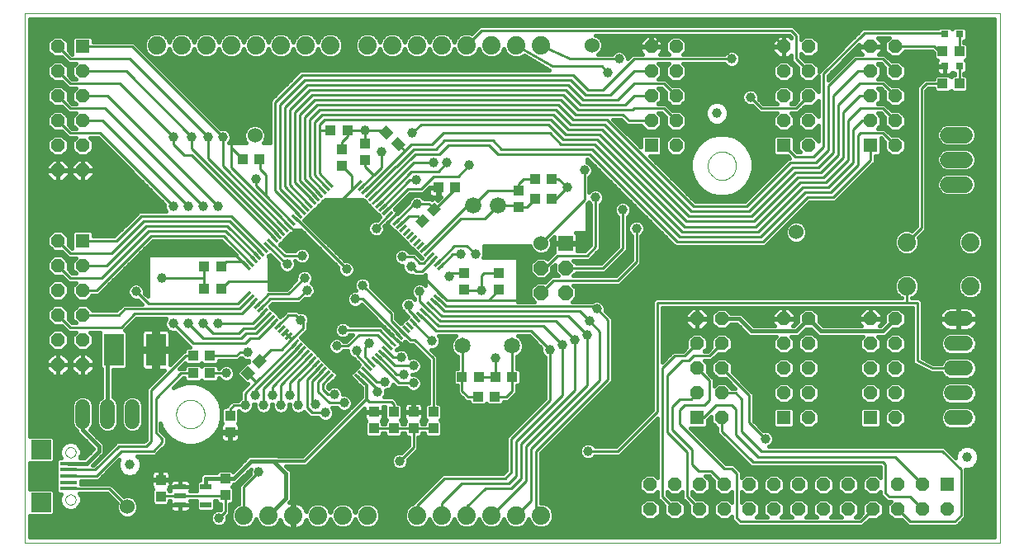
<source format=gtl>
G75*
%MOIN*%
%OFA0B0*%
%FSLAX24Y24*%
%IPPOS*%
%LPD*%
%AMOC8*
5,1,8,0,0,1.08239X$1,22.5*
%
%ADD10C,0.0000*%
%ADD11R,0.0354X0.0118*%
%ADD12R,0.0118X0.0354*%
%ADD13C,0.0740*%
%ADD14R,0.0560X0.0560*%
%ADD15OC8,0.0560*%
%ADD16R,0.0394X0.0433*%
%ADD17R,0.0433X0.0394*%
%ADD18C,0.0660*%
%ADD19C,0.0650*%
%ADD20C,0.0650*%
%ADD21C,0.0600*%
%ADD22OC8,0.0600*%
%ADD23R,0.0600X0.0600*%
%ADD24R,0.0315X0.0315*%
%ADD25C,0.0594*%
%ADD26R,0.0472X0.0217*%
%ADD27C,0.0600*%
%ADD28R,0.0799X0.1299*%
%ADD29C,0.0394*%
%ADD30R,0.0689X0.0157*%
%ADD31R,0.0787X0.0787*%
%ADD32C,0.0396*%
%ADD33C,0.0100*%
%ADD34C,0.0160*%
%ADD35C,0.0240*%
%ADD36C,0.0120*%
D10*
X009750Y000930D02*
X009750Y022326D01*
X049120Y022326D01*
X049120Y000930D01*
X009750Y000930D01*
X011405Y002675D02*
X011407Y002703D01*
X011413Y002731D01*
X011422Y002757D01*
X011435Y002783D01*
X011451Y002806D01*
X011471Y002826D01*
X011493Y002844D01*
X011517Y002859D01*
X011543Y002870D01*
X011570Y002878D01*
X011598Y002882D01*
X011626Y002882D01*
X011654Y002878D01*
X011681Y002870D01*
X011707Y002859D01*
X011731Y002844D01*
X011753Y002826D01*
X011773Y002806D01*
X011789Y002783D01*
X011802Y002757D01*
X011811Y002731D01*
X011817Y002703D01*
X011819Y002675D01*
X011817Y002647D01*
X011811Y002619D01*
X011802Y002593D01*
X011789Y002567D01*
X011773Y002544D01*
X011753Y002524D01*
X011731Y002506D01*
X011707Y002491D01*
X011681Y002480D01*
X011654Y002472D01*
X011626Y002468D01*
X011598Y002468D01*
X011570Y002472D01*
X011543Y002480D01*
X011517Y002491D01*
X011493Y002506D01*
X011471Y002524D01*
X011451Y002544D01*
X011435Y002567D01*
X011422Y002593D01*
X011413Y002619D01*
X011407Y002647D01*
X011405Y002675D01*
X011405Y004585D02*
X011407Y004613D01*
X011413Y004641D01*
X011422Y004667D01*
X011435Y004693D01*
X011451Y004716D01*
X011471Y004736D01*
X011493Y004754D01*
X011517Y004769D01*
X011543Y004780D01*
X011570Y004788D01*
X011598Y004792D01*
X011626Y004792D01*
X011654Y004788D01*
X011681Y004780D01*
X011707Y004769D01*
X011731Y004754D01*
X011753Y004736D01*
X011773Y004716D01*
X011789Y004693D01*
X011802Y004667D01*
X011811Y004641D01*
X011817Y004613D01*
X011819Y004585D01*
X011817Y004557D01*
X011811Y004529D01*
X011802Y004503D01*
X011789Y004477D01*
X011773Y004454D01*
X011753Y004434D01*
X011731Y004416D01*
X011707Y004401D01*
X011681Y004390D01*
X011654Y004382D01*
X011626Y004378D01*
X011598Y004378D01*
X011570Y004382D01*
X011543Y004390D01*
X011517Y004401D01*
X011493Y004416D01*
X011471Y004434D01*
X011451Y004454D01*
X011435Y004477D01*
X011422Y004503D01*
X011413Y004529D01*
X011407Y004557D01*
X011405Y004585D01*
X015879Y006125D02*
X015881Y006172D01*
X015887Y006219D01*
X015896Y006265D01*
X015910Y006310D01*
X015927Y006354D01*
X015948Y006397D01*
X015972Y006437D01*
X015999Y006476D01*
X016030Y006512D01*
X016063Y006545D01*
X016099Y006576D01*
X016138Y006603D01*
X016178Y006627D01*
X016221Y006648D01*
X016265Y006665D01*
X016310Y006679D01*
X016356Y006688D01*
X016403Y006694D01*
X016450Y006696D01*
X016497Y006694D01*
X016544Y006688D01*
X016590Y006679D01*
X016635Y006665D01*
X016679Y006648D01*
X016722Y006627D01*
X016762Y006603D01*
X016801Y006576D01*
X016837Y006545D01*
X016870Y006512D01*
X016901Y006476D01*
X016928Y006437D01*
X016952Y006397D01*
X016973Y006354D01*
X016990Y006310D01*
X017004Y006265D01*
X017013Y006219D01*
X017019Y006172D01*
X017021Y006125D01*
X017019Y006078D01*
X017013Y006031D01*
X017004Y005985D01*
X016990Y005940D01*
X016973Y005896D01*
X016952Y005853D01*
X016928Y005813D01*
X016901Y005774D01*
X016870Y005738D01*
X016837Y005705D01*
X016801Y005674D01*
X016762Y005647D01*
X016722Y005623D01*
X016679Y005602D01*
X016635Y005585D01*
X016590Y005571D01*
X016544Y005562D01*
X016497Y005556D01*
X016450Y005554D01*
X016403Y005556D01*
X016356Y005562D01*
X016310Y005571D01*
X016265Y005585D01*
X016221Y005602D01*
X016178Y005623D01*
X016138Y005647D01*
X016099Y005674D01*
X016063Y005705D01*
X016030Y005738D01*
X015999Y005774D01*
X015972Y005813D01*
X015948Y005853D01*
X015927Y005896D01*
X015910Y005940D01*
X015896Y005985D01*
X015887Y006031D01*
X015881Y006078D01*
X015879Y006125D01*
X037334Y016165D02*
X037336Y016212D01*
X037342Y016259D01*
X037351Y016305D01*
X037365Y016350D01*
X037382Y016394D01*
X037403Y016437D01*
X037427Y016477D01*
X037454Y016516D01*
X037485Y016552D01*
X037518Y016585D01*
X037554Y016616D01*
X037593Y016643D01*
X037633Y016667D01*
X037676Y016688D01*
X037720Y016705D01*
X037765Y016719D01*
X037811Y016728D01*
X037858Y016734D01*
X037905Y016736D01*
X037952Y016734D01*
X037999Y016728D01*
X038045Y016719D01*
X038090Y016705D01*
X038134Y016688D01*
X038177Y016667D01*
X038217Y016643D01*
X038256Y016616D01*
X038292Y016585D01*
X038325Y016552D01*
X038356Y016516D01*
X038383Y016477D01*
X038407Y016437D01*
X038428Y016394D01*
X038445Y016350D01*
X038459Y016305D01*
X038468Y016259D01*
X038474Y016212D01*
X038476Y016165D01*
X038474Y016118D01*
X038468Y016071D01*
X038459Y016025D01*
X038445Y015980D01*
X038428Y015936D01*
X038407Y015893D01*
X038383Y015853D01*
X038356Y015814D01*
X038325Y015778D01*
X038292Y015745D01*
X038256Y015714D01*
X038217Y015687D01*
X038177Y015663D01*
X038134Y015642D01*
X038090Y015625D01*
X038045Y015611D01*
X037999Y015602D01*
X037952Y015596D01*
X037905Y015594D01*
X037858Y015596D01*
X037811Y015602D01*
X037765Y015611D01*
X037720Y015625D01*
X037676Y015642D01*
X037633Y015663D01*
X037593Y015687D01*
X037554Y015714D01*
X037518Y015745D01*
X037485Y015778D01*
X037454Y015814D01*
X037427Y015853D01*
X037403Y015893D01*
X037382Y015936D01*
X037365Y015980D01*
X037351Y016025D01*
X037342Y016071D01*
X037336Y016118D01*
X037334Y016165D01*
D11*
G36*
X026727Y012184D02*
X026478Y011935D01*
X026395Y012018D01*
X026644Y012267D01*
X026727Y012184D01*
G37*
G36*
X026588Y012323D02*
X026339Y012074D01*
X026256Y012157D01*
X026505Y012406D01*
X026588Y012323D01*
G37*
G36*
X026449Y012462D02*
X026200Y012213D01*
X026117Y012296D01*
X026366Y012545D01*
X026449Y012462D01*
G37*
G36*
X026310Y012601D02*
X026061Y012352D01*
X025978Y012435D01*
X026227Y012684D01*
X026310Y012601D01*
G37*
G36*
X026171Y012740D02*
X025922Y012491D01*
X025839Y012574D01*
X026088Y012823D01*
X026171Y012740D01*
G37*
G36*
X026031Y012880D02*
X025782Y012631D01*
X025699Y012714D01*
X025948Y012963D01*
X026031Y012880D01*
G37*
G36*
X025892Y013019D02*
X025643Y012770D01*
X025560Y012853D01*
X025809Y013102D01*
X025892Y013019D01*
G37*
G36*
X025753Y013158D02*
X025504Y012909D01*
X025421Y012992D01*
X025670Y013241D01*
X025753Y013158D01*
G37*
G36*
X025614Y013297D02*
X025365Y013048D01*
X025282Y013131D01*
X025531Y013380D01*
X025614Y013297D01*
G37*
G36*
X025475Y013436D02*
X025226Y013187D01*
X025143Y013270D01*
X025392Y013519D01*
X025475Y013436D01*
G37*
G36*
X025335Y013576D02*
X025086Y013327D01*
X025003Y013410D01*
X025252Y013659D01*
X025335Y013576D01*
G37*
G36*
X025196Y013715D02*
X024947Y013466D01*
X024864Y013549D01*
X025113Y013798D01*
X025196Y013715D01*
G37*
G36*
X025057Y013854D02*
X024808Y013605D01*
X024725Y013688D01*
X024974Y013937D01*
X025057Y013854D01*
G37*
G36*
X024918Y013993D02*
X024669Y013744D01*
X024586Y013827D01*
X024835Y014076D01*
X024918Y013993D01*
G37*
G36*
X024779Y014132D02*
X024530Y013883D01*
X024447Y013966D01*
X024696Y014215D01*
X024779Y014132D01*
G37*
G36*
X024639Y014272D02*
X024390Y014023D01*
X024307Y014106D01*
X024556Y014355D01*
X024639Y014272D01*
G37*
G36*
X024500Y014411D02*
X024251Y014162D01*
X024168Y014245D01*
X024417Y014494D01*
X024500Y014411D01*
G37*
G36*
X024361Y014550D02*
X024112Y014301D01*
X024029Y014384D01*
X024278Y014633D01*
X024361Y014550D01*
G37*
G36*
X024222Y014689D02*
X023973Y014440D01*
X023890Y014523D01*
X024139Y014772D01*
X024222Y014689D01*
G37*
G36*
X024083Y014828D02*
X023834Y014579D01*
X023751Y014662D01*
X024000Y014911D01*
X024083Y014828D01*
G37*
G36*
X023943Y014968D02*
X023694Y014719D01*
X023611Y014802D01*
X023860Y015051D01*
X023943Y014968D01*
G37*
G36*
X023804Y015107D02*
X023555Y014858D01*
X023472Y014941D01*
X023721Y015190D01*
X023804Y015107D01*
G37*
G36*
X023665Y015246D02*
X023416Y014997D01*
X023333Y015080D01*
X023582Y015329D01*
X023665Y015246D01*
G37*
G36*
X023526Y015385D02*
X023277Y015136D01*
X023194Y015219D01*
X023443Y015468D01*
X023526Y015385D01*
G37*
G36*
X023387Y015524D02*
X023138Y015275D01*
X023055Y015358D01*
X023304Y015607D01*
X023387Y015524D01*
G37*
G36*
X018905Y011042D02*
X018656Y010793D01*
X018573Y010876D01*
X018822Y011125D01*
X018905Y011042D01*
G37*
G36*
X019044Y010903D02*
X018795Y010654D01*
X018712Y010737D01*
X018961Y010986D01*
X019044Y010903D01*
G37*
G36*
X019183Y010764D02*
X018934Y010515D01*
X018851Y010598D01*
X019100Y010847D01*
X019183Y010764D01*
G37*
G36*
X019322Y010625D02*
X019073Y010376D01*
X018990Y010459D01*
X019239Y010708D01*
X019322Y010625D01*
G37*
G36*
X019461Y010486D02*
X019212Y010237D01*
X019129Y010320D01*
X019378Y010569D01*
X019461Y010486D01*
G37*
G36*
X019601Y010346D02*
X019352Y010097D01*
X019269Y010180D01*
X019518Y010429D01*
X019601Y010346D01*
G37*
G36*
X019740Y010207D02*
X019491Y009958D01*
X019408Y010041D01*
X019657Y010290D01*
X019740Y010207D01*
G37*
G36*
X019879Y010068D02*
X019630Y009819D01*
X019547Y009902D01*
X019796Y010151D01*
X019879Y010068D01*
G37*
G36*
X020018Y009929D02*
X019769Y009680D01*
X019686Y009763D01*
X019935Y010012D01*
X020018Y009929D01*
G37*
G36*
X020157Y009790D02*
X019908Y009541D01*
X019825Y009624D01*
X020074Y009873D01*
X020157Y009790D01*
G37*
G36*
X020297Y009650D02*
X020048Y009401D01*
X019965Y009484D01*
X020214Y009733D01*
X020297Y009650D01*
G37*
G36*
X020436Y009511D02*
X020187Y009262D01*
X020104Y009345D01*
X020353Y009594D01*
X020436Y009511D01*
G37*
G36*
X020575Y009372D02*
X020326Y009123D01*
X020243Y009206D01*
X020492Y009455D01*
X020575Y009372D01*
G37*
G36*
X020714Y009233D02*
X020465Y008984D01*
X020382Y009067D01*
X020631Y009316D01*
X020714Y009233D01*
G37*
G36*
X020853Y009094D02*
X020604Y008845D01*
X020521Y008928D01*
X020770Y009177D01*
X020853Y009094D01*
G37*
G36*
X020993Y008954D02*
X020744Y008705D01*
X020661Y008788D01*
X020910Y009037D01*
X020993Y008954D01*
G37*
G36*
X021132Y008815D02*
X020883Y008566D01*
X020800Y008649D01*
X021049Y008898D01*
X021132Y008815D01*
G37*
G36*
X021271Y008676D02*
X021022Y008427D01*
X020939Y008510D01*
X021188Y008759D01*
X021271Y008676D01*
G37*
G36*
X021410Y008537D02*
X021161Y008288D01*
X021078Y008371D01*
X021327Y008620D01*
X021410Y008537D01*
G37*
G36*
X021549Y008398D02*
X021300Y008149D01*
X021217Y008232D01*
X021466Y008481D01*
X021549Y008398D01*
G37*
G36*
X021689Y008258D02*
X021440Y008009D01*
X021357Y008092D01*
X021606Y008341D01*
X021689Y008258D01*
G37*
G36*
X021828Y008119D02*
X021579Y007870D01*
X021496Y007953D01*
X021745Y008202D01*
X021828Y008119D01*
G37*
G36*
X021967Y007980D02*
X021718Y007731D01*
X021635Y007814D01*
X021884Y008063D01*
X021967Y007980D01*
G37*
G36*
X022106Y007841D02*
X021857Y007592D01*
X021774Y007675D01*
X022023Y007924D01*
X022106Y007841D01*
G37*
G36*
X022245Y007702D02*
X021996Y007453D01*
X021913Y007536D01*
X022162Y007785D01*
X022245Y007702D01*
G37*
D12*
G36*
X023387Y007536D02*
X023304Y007453D01*
X023055Y007702D01*
X023138Y007785D01*
X023387Y007536D01*
G37*
G36*
X023526Y007675D02*
X023443Y007592D01*
X023194Y007841D01*
X023277Y007924D01*
X023526Y007675D01*
G37*
G36*
X023665Y007814D02*
X023582Y007731D01*
X023333Y007980D01*
X023416Y008063D01*
X023665Y007814D01*
G37*
G36*
X023804Y007953D02*
X023721Y007870D01*
X023472Y008119D01*
X023555Y008202D01*
X023804Y007953D01*
G37*
G36*
X023943Y008092D02*
X023860Y008009D01*
X023611Y008258D01*
X023694Y008341D01*
X023943Y008092D01*
G37*
G36*
X024083Y008232D02*
X024000Y008149D01*
X023751Y008398D01*
X023834Y008481D01*
X024083Y008232D01*
G37*
G36*
X024222Y008371D02*
X024139Y008288D01*
X023890Y008537D01*
X023973Y008620D01*
X024222Y008371D01*
G37*
G36*
X024361Y008510D02*
X024278Y008427D01*
X024029Y008676D01*
X024112Y008759D01*
X024361Y008510D01*
G37*
G36*
X024500Y008649D02*
X024417Y008566D01*
X024168Y008815D01*
X024251Y008898D01*
X024500Y008649D01*
G37*
G36*
X024639Y008788D02*
X024556Y008705D01*
X024307Y008954D01*
X024390Y009037D01*
X024639Y008788D01*
G37*
G36*
X024779Y008928D02*
X024696Y008845D01*
X024447Y009094D01*
X024530Y009177D01*
X024779Y008928D01*
G37*
G36*
X024918Y009067D02*
X024835Y008984D01*
X024586Y009233D01*
X024669Y009316D01*
X024918Y009067D01*
G37*
G36*
X025057Y009206D02*
X024974Y009123D01*
X024725Y009372D01*
X024808Y009455D01*
X025057Y009206D01*
G37*
G36*
X025196Y009345D02*
X025113Y009262D01*
X024864Y009511D01*
X024947Y009594D01*
X025196Y009345D01*
G37*
G36*
X025335Y009484D02*
X025252Y009401D01*
X025003Y009650D01*
X025086Y009733D01*
X025335Y009484D01*
G37*
G36*
X025475Y009624D02*
X025392Y009541D01*
X025143Y009790D01*
X025226Y009873D01*
X025475Y009624D01*
G37*
G36*
X025614Y009763D02*
X025531Y009680D01*
X025282Y009929D01*
X025365Y010012D01*
X025614Y009763D01*
G37*
G36*
X025753Y009902D02*
X025670Y009819D01*
X025421Y010068D01*
X025504Y010151D01*
X025753Y009902D01*
G37*
G36*
X025892Y010041D02*
X025809Y009958D01*
X025560Y010207D01*
X025643Y010290D01*
X025892Y010041D01*
G37*
G36*
X026031Y010180D02*
X025948Y010097D01*
X025699Y010346D01*
X025782Y010429D01*
X026031Y010180D01*
G37*
G36*
X026171Y010320D02*
X026088Y010237D01*
X025839Y010486D01*
X025922Y010569D01*
X026171Y010320D01*
G37*
G36*
X026310Y010459D02*
X026227Y010376D01*
X025978Y010625D01*
X026061Y010708D01*
X026310Y010459D01*
G37*
G36*
X026449Y010598D02*
X026366Y010515D01*
X026117Y010764D01*
X026200Y010847D01*
X026449Y010598D01*
G37*
G36*
X026588Y010737D02*
X026505Y010654D01*
X026256Y010903D01*
X026339Y010986D01*
X026588Y010737D01*
G37*
G36*
X026727Y010876D02*
X026644Y010793D01*
X026395Y011042D01*
X026478Y011125D01*
X026727Y010876D01*
G37*
G36*
X020853Y013966D02*
X020770Y013883D01*
X020521Y014132D01*
X020604Y014215D01*
X020853Y013966D01*
G37*
G36*
X020993Y014106D02*
X020910Y014023D01*
X020661Y014272D01*
X020744Y014355D01*
X020993Y014106D01*
G37*
G36*
X021132Y014245D02*
X021049Y014162D01*
X020800Y014411D01*
X020883Y014494D01*
X021132Y014245D01*
G37*
G36*
X021271Y014384D02*
X021188Y014301D01*
X020939Y014550D01*
X021022Y014633D01*
X021271Y014384D01*
G37*
G36*
X021410Y014523D02*
X021327Y014440D01*
X021078Y014689D01*
X021161Y014772D01*
X021410Y014523D01*
G37*
G36*
X021549Y014662D02*
X021466Y014579D01*
X021217Y014828D01*
X021300Y014911D01*
X021549Y014662D01*
G37*
G36*
X021689Y014802D02*
X021606Y014719D01*
X021357Y014968D01*
X021440Y015051D01*
X021689Y014802D01*
G37*
G36*
X021828Y014941D02*
X021745Y014858D01*
X021496Y015107D01*
X021579Y015190D01*
X021828Y014941D01*
G37*
G36*
X021967Y015080D02*
X021884Y014997D01*
X021635Y015246D01*
X021718Y015329D01*
X021967Y015080D01*
G37*
G36*
X022106Y015219D02*
X022023Y015136D01*
X021774Y015385D01*
X021857Y015468D01*
X022106Y015219D01*
G37*
G36*
X022245Y015358D02*
X022162Y015275D01*
X021913Y015524D01*
X021996Y015607D01*
X022245Y015358D01*
G37*
G36*
X020714Y013827D02*
X020631Y013744D01*
X020382Y013993D01*
X020465Y014076D01*
X020714Y013827D01*
G37*
G36*
X020575Y013688D02*
X020492Y013605D01*
X020243Y013854D01*
X020326Y013937D01*
X020575Y013688D01*
G37*
G36*
X020436Y013549D02*
X020353Y013466D01*
X020104Y013715D01*
X020187Y013798D01*
X020436Y013549D01*
G37*
G36*
X020297Y013410D02*
X020214Y013327D01*
X019965Y013576D01*
X020048Y013659D01*
X020297Y013410D01*
G37*
G36*
X020157Y013270D02*
X020074Y013187D01*
X019825Y013436D01*
X019908Y013519D01*
X020157Y013270D01*
G37*
G36*
X020018Y013131D02*
X019935Y013048D01*
X019686Y013297D01*
X019769Y013380D01*
X020018Y013131D01*
G37*
G36*
X019879Y012992D02*
X019796Y012909D01*
X019547Y013158D01*
X019630Y013241D01*
X019879Y012992D01*
G37*
G36*
X019740Y012853D02*
X019657Y012770D01*
X019408Y013019D01*
X019491Y013102D01*
X019740Y012853D01*
G37*
G36*
X019601Y012714D02*
X019518Y012631D01*
X019269Y012880D01*
X019352Y012963D01*
X019601Y012714D01*
G37*
G36*
X019461Y012574D02*
X019378Y012491D01*
X019129Y012740D01*
X019212Y012823D01*
X019461Y012574D01*
G37*
G36*
X019322Y012435D02*
X019239Y012352D01*
X018990Y012601D01*
X019073Y012684D01*
X019322Y012435D01*
G37*
G36*
X019183Y012296D02*
X019100Y012213D01*
X018851Y012462D01*
X018934Y012545D01*
X019183Y012296D01*
G37*
G36*
X019044Y012157D02*
X018961Y012074D01*
X018712Y012323D01*
X018795Y012406D01*
X019044Y012157D01*
G37*
G36*
X018905Y012018D02*
X018822Y011935D01*
X018573Y012184D01*
X018656Y012267D01*
X018905Y012018D01*
G37*
D13*
X019100Y021030D03*
X018100Y021030D03*
X017100Y021030D03*
X016100Y021030D03*
X015100Y021030D03*
X020100Y021030D03*
X021100Y021030D03*
X022100Y021030D03*
X023600Y021030D03*
X024600Y021030D03*
X025600Y021030D03*
X026600Y021030D03*
X027600Y021030D03*
X028600Y021030D03*
X029600Y021030D03*
X030600Y021030D03*
X045370Y013070D03*
X047930Y013070D03*
X047930Y011290D03*
X045370Y011290D03*
X030600Y002030D03*
X029600Y002030D03*
X028600Y002030D03*
X027600Y002030D03*
X026600Y002030D03*
X025600Y002030D03*
X023600Y002030D03*
X022600Y002030D03*
X021600Y002030D03*
X020600Y002030D03*
X019600Y002030D03*
X018600Y002030D03*
D14*
X036900Y005980D03*
X040400Y005980D03*
X043900Y005980D03*
X047000Y003280D03*
X043900Y016980D03*
X040400Y016980D03*
X035050Y016980D03*
X012100Y013130D03*
X012100Y020980D03*
D15*
X011100Y020980D03*
X011100Y019980D03*
X012100Y019980D03*
X012100Y018980D03*
X011100Y018980D03*
X011100Y017980D03*
X012100Y017980D03*
X012100Y016980D03*
X011100Y016980D03*
X011100Y015980D03*
X012100Y015980D03*
X011100Y013130D03*
X011100Y012130D03*
X012100Y012130D03*
X012100Y011130D03*
X011100Y011130D03*
X011100Y010130D03*
X012100Y010130D03*
X012100Y009130D03*
X011100Y009130D03*
X011100Y008130D03*
X012100Y008130D03*
X035000Y003280D03*
X036000Y003280D03*
X037000Y003280D03*
X038000Y003280D03*
X039000Y003280D03*
X040000Y003280D03*
X041000Y003280D03*
X042000Y003280D03*
X043000Y003280D03*
X044000Y003280D03*
X045000Y003280D03*
X046000Y003280D03*
X046000Y002280D03*
X045000Y002280D03*
X044000Y002280D03*
X043000Y002280D03*
X042000Y002280D03*
X041000Y002280D03*
X040000Y002280D03*
X039000Y002280D03*
X038000Y002280D03*
X037000Y002280D03*
X036000Y002280D03*
X035000Y002280D03*
X037900Y005980D03*
X037900Y006980D03*
X036900Y006980D03*
X036900Y007980D03*
X037900Y007980D03*
X037900Y008980D03*
X036900Y008980D03*
X036900Y009980D03*
X037900Y009980D03*
X040400Y009980D03*
X041400Y009980D03*
X041400Y008980D03*
X040400Y008980D03*
X040400Y007980D03*
X041400Y007980D03*
X041400Y006980D03*
X040400Y006980D03*
X041400Y005980D03*
X043900Y006980D03*
X044900Y006980D03*
X044900Y007980D03*
X043900Y007980D03*
X043900Y008980D03*
X044900Y008980D03*
X044900Y009980D03*
X043900Y009980D03*
X044900Y005980D03*
X047000Y002280D03*
X044900Y016980D03*
X044900Y017980D03*
X043900Y017980D03*
X043900Y018980D03*
X044900Y018980D03*
X044900Y019980D03*
X043900Y019980D03*
X043900Y020980D03*
X044900Y020980D03*
X041400Y020980D03*
X040400Y020980D03*
X040400Y019980D03*
X041400Y019980D03*
X041400Y018980D03*
X040400Y018980D03*
X040400Y017980D03*
X041400Y017980D03*
X041400Y016980D03*
X036050Y016980D03*
X036050Y017980D03*
X035050Y017980D03*
X035050Y018980D03*
X036050Y018980D03*
X036050Y019980D03*
X035050Y019980D03*
X035050Y020980D03*
X036050Y020980D03*
D16*
X029700Y015165D03*
X029700Y014495D03*
X028900Y011815D03*
X027500Y011815D03*
X027500Y011145D03*
X028900Y011145D03*
X026250Y006215D03*
X026250Y005545D03*
X025450Y005545D03*
X024650Y005545D03*
X024650Y006215D03*
X025450Y006215D03*
X023850Y006215D03*
X023850Y005545D03*
X018050Y005395D03*
X018050Y006065D03*
X017850Y003515D03*
X017850Y002845D03*
X015250Y002795D03*
X015250Y003465D03*
X022550Y016145D03*
X022550Y016815D03*
X023500Y017065D03*
X023500Y016395D03*
D17*
G36*
X024824Y017335D02*
X025129Y017030D01*
X024850Y016751D01*
X024545Y017056D01*
X024824Y017335D01*
G37*
G36*
X024350Y017809D02*
X024655Y017504D01*
X024376Y017225D01*
X024071Y017530D01*
X024350Y017809D01*
G37*
X022785Y017580D03*
X022115Y017580D03*
X019235Y016430D03*
X018565Y016430D03*
G36*
X026105Y013956D02*
X025800Y013651D01*
X025521Y013930D01*
X025826Y014235D01*
X026105Y013956D01*
G37*
G36*
X026579Y014430D02*
X026274Y014125D01*
X025995Y014404D01*
X026300Y014709D01*
X026579Y014430D01*
G37*
X026465Y015280D03*
X027135Y015280D03*
X030365Y015630D03*
X031035Y015630D03*
X031035Y014830D03*
X030365Y014830D03*
X017685Y012080D03*
X017015Y012080D03*
X017015Y011180D03*
X017685Y011180D03*
X017235Y008480D03*
X016565Y008480D03*
X016565Y007780D03*
X017235Y007780D03*
G36*
X019055Y007806D02*
X018750Y007501D01*
X018471Y007780D01*
X018776Y008085D01*
X019055Y007806D01*
G37*
G36*
X019529Y008280D02*
X019224Y007975D01*
X018945Y008254D01*
X019250Y008559D01*
X019529Y008280D01*
G37*
X027415Y007630D03*
X028085Y007630D03*
X028765Y007630D03*
X029435Y007630D03*
X028735Y006830D03*
X028065Y006830D03*
X046815Y019480D03*
X047485Y019480D03*
X047485Y020780D03*
X046815Y020780D03*
D18*
X028860Y014560D03*
X027860Y014560D03*
D19*
X027430Y008890D03*
X029430Y008890D03*
D20*
X047045Y015410D02*
X047695Y015410D01*
X047695Y016410D02*
X047045Y016410D01*
X047045Y017410D02*
X047695Y017410D01*
D21*
X040900Y013480D03*
X030600Y013030D03*
X019050Y017380D03*
X032650Y021030D03*
X013900Y002380D03*
D22*
X030600Y011030D03*
X031600Y011030D03*
X031600Y012030D03*
X030600Y012030D03*
D23*
X031600Y013030D03*
D24*
X046905Y020180D03*
X047495Y020180D03*
X047495Y021480D03*
X046905Y021480D03*
D25*
X047153Y009980D02*
X047747Y009980D01*
X047747Y008980D02*
X047153Y008980D01*
X047153Y007980D02*
X047747Y007980D01*
X047747Y006980D02*
X047153Y006980D01*
X047153Y005980D02*
X047747Y005980D01*
D26*
X017062Y003204D03*
X016038Y003204D03*
X016038Y002830D03*
X016038Y002456D03*
X017062Y002456D03*
D27*
X014100Y005830D02*
X014100Y006430D01*
X013100Y006430D02*
X013100Y005830D01*
X012100Y005830D02*
X012100Y006430D01*
D28*
X013350Y008730D03*
X015050Y008730D03*
D29*
X014000Y004080D03*
X037700Y018280D03*
X047800Y004380D03*
D30*
X011531Y004142D03*
X011531Y003886D03*
X011531Y003630D03*
X011531Y003374D03*
X011531Y003118D03*
D31*
X010419Y002557D03*
X010419Y004703D03*
D32*
X017600Y001930D03*
X019200Y003780D03*
X021900Y006180D03*
X021500Y006530D03*
X020800Y006480D03*
X020450Y006880D03*
X020100Y006480D03*
X019750Y006880D03*
X019400Y006480D03*
X019050Y006880D03*
X018650Y006480D03*
X017900Y007780D03*
X018750Y008630D03*
X017550Y009780D03*
X016950Y009780D03*
X016350Y009780D03*
X015750Y009780D03*
X014250Y011080D03*
X015300Y011630D03*
X020350Y012180D03*
X020950Y012530D03*
X021050Y011630D03*
X021150Y011130D03*
X022750Y011980D03*
X023400Y011330D03*
X023100Y010780D03*
X025250Y010530D03*
X025700Y011080D03*
X026900Y011680D03*
X028200Y011130D03*
X027950Y012580D03*
X027350Y012580D03*
X025350Y012080D03*
X025000Y012480D03*
X023950Y013630D03*
X025600Y014630D03*
X025550Y015580D03*
X026250Y016280D03*
X026800Y016280D03*
X027700Y016180D03*
X025400Y017480D03*
X024150Y016730D03*
X023500Y017580D03*
X019100Y015630D03*
X017550Y014530D03*
X016950Y014530D03*
X016350Y014530D03*
X015750Y014530D03*
X015750Y017330D03*
X016500Y017330D03*
X017150Y017330D03*
X017750Y017330D03*
X031650Y015280D03*
X032800Y014880D03*
X033900Y014380D03*
X034450Y013630D03*
X032350Y015980D03*
X039050Y018930D03*
X038300Y020480D03*
X033750Y020480D03*
X033300Y019930D03*
X032850Y010380D03*
X032550Y009880D03*
X032450Y009330D03*
X031950Y009130D03*
X031450Y008930D03*
X030950Y008730D03*
X028750Y008380D03*
X026200Y009080D03*
X024950Y008430D03*
X025450Y008080D03*
X025050Y007730D03*
X025450Y007380D03*
X024300Y007430D03*
X024000Y007030D03*
X022650Y006580D03*
X022250Y006930D03*
X023150Y008680D03*
X023650Y008980D03*
X022600Y009530D03*
X022350Y008880D03*
X020900Y009930D03*
X032500Y004630D03*
X039650Y005130D03*
X024900Y004230D03*
D33*
X025450Y004780D01*
X025450Y005545D01*
X026250Y005545D01*
X026250Y006215D02*
X026250Y008380D01*
X025500Y009130D01*
X025328Y009130D01*
X025030Y009428D01*
X024550Y009908D01*
X024550Y010180D01*
X023400Y011330D01*
X023300Y011330D01*
X022750Y011980D02*
X022750Y011987D01*
X020687Y014049D01*
X020548Y013910D02*
X019489Y014969D01*
X019489Y015791D01*
X019250Y016030D01*
X019250Y016430D01*
X019235Y016430D01*
X018565Y016430D02*
X018550Y016430D01*
X018100Y016880D01*
X018100Y017030D01*
X018300Y017230D01*
X018100Y016880D02*
X018100Y016080D01*
X020050Y014130D01*
X020409Y013771D01*
X020650Y013530D01*
X020270Y013632D02*
X017750Y016152D01*
X017750Y017330D01*
X014100Y020980D01*
X012100Y020980D01*
X011600Y020480D02*
X011100Y020980D01*
X011600Y020480D02*
X014000Y020480D01*
X017150Y017330D01*
X017150Y016473D01*
X020131Y013493D01*
X019991Y013353D02*
X016500Y016845D01*
X016500Y017330D01*
X013850Y019980D01*
X012100Y019980D01*
X011600Y019480D02*
X011100Y019980D01*
X011600Y019480D02*
X013600Y019480D01*
X015750Y017330D01*
X015750Y017030D01*
X016200Y016580D01*
X016486Y016580D01*
X019852Y013214D01*
X019713Y013075D02*
X020258Y012530D01*
X020950Y012530D01*
X020350Y012180D02*
X020330Y012180D01*
X019574Y012936D01*
X019435Y012797D02*
X018101Y014130D01*
X014450Y014130D01*
X013450Y013130D01*
X012100Y013130D01*
X011600Y012630D02*
X013250Y012630D01*
X014550Y013930D01*
X018023Y013930D01*
X019295Y012657D01*
X019156Y012518D02*
X017945Y013730D01*
X014650Y013730D01*
X013050Y012130D01*
X012100Y012130D01*
X011600Y011630D02*
X012850Y011630D01*
X014750Y013530D01*
X017866Y013530D01*
X019017Y012379D01*
X018878Y012240D02*
X017788Y013330D01*
X014850Y013330D01*
X012650Y011130D01*
X012100Y011130D01*
X011600Y011630D02*
X011100Y012130D01*
X011600Y012630D02*
X011100Y013130D01*
X014250Y011080D02*
X014750Y010580D01*
X018359Y010580D01*
X018739Y010959D01*
X018878Y010820D02*
X018438Y010380D01*
X013800Y010380D01*
X013550Y010130D01*
X012100Y010130D01*
X011600Y009630D02*
X013650Y009630D01*
X014200Y010180D01*
X018516Y010180D01*
X019017Y010681D01*
X019156Y010542D02*
X019595Y010980D01*
X020400Y010980D01*
X021050Y011630D01*
X021150Y011130D02*
X020800Y010780D01*
X019673Y010780D01*
X019295Y010403D01*
X019435Y010263D02*
X018951Y009780D01*
X017550Y009780D01*
X017350Y009380D02*
X016950Y009780D01*
X016950Y009180D02*
X016350Y009780D01*
X015750Y009780D02*
X016550Y008980D01*
X018650Y008980D01*
X018850Y009180D01*
X019186Y009180D01*
X019852Y009846D01*
X019713Y009985D02*
X019108Y009380D01*
X018700Y009380D01*
X018500Y009180D01*
X016950Y009180D01*
X017350Y009380D02*
X018400Y009380D01*
X018600Y009580D01*
X019030Y009580D01*
X019574Y010124D01*
X019991Y009707D02*
X020415Y010130D01*
X020700Y010130D01*
X020900Y009930D01*
X021000Y009830D01*
X021000Y009602D01*
X020548Y009150D01*
X020128Y008730D01*
X019700Y008730D01*
X019237Y008267D01*
X018750Y008630D02*
X018450Y008630D01*
X018300Y008480D01*
X017235Y008480D01*
X016565Y008480D02*
X016250Y008480D01*
X014850Y007080D01*
X014850Y005030D01*
X014650Y004830D01*
X013550Y004830D01*
X012606Y003886D01*
X011531Y003886D01*
X011531Y003630D02*
X012650Y003630D01*
X013650Y004630D01*
X014950Y004630D01*
X015300Y004980D01*
X015300Y005130D01*
X015050Y005380D01*
X015050Y006750D01*
X016080Y007780D01*
X016565Y007780D01*
X017235Y007780D02*
X017900Y007780D01*
X018763Y007767D02*
X019103Y007427D01*
X018650Y006973D01*
X018650Y006480D01*
X018200Y006480D01*
X018050Y006330D01*
X018050Y006065D01*
X019400Y006480D02*
X019400Y007166D01*
X020966Y008732D01*
X021105Y008593D02*
X019750Y007238D01*
X019750Y006880D01*
X020100Y006480D02*
X020100Y007310D01*
X021244Y008454D01*
X021383Y008315D02*
X020450Y007381D01*
X020450Y006880D01*
X020800Y006480D02*
X020800Y007453D01*
X021523Y008175D01*
X021662Y008036D02*
X021700Y008080D01*
X021662Y008036D02*
X021150Y007525D01*
X021150Y006380D01*
X021350Y006180D01*
X021900Y006180D01*
X022050Y006580D02*
X022650Y006580D01*
X022050Y006580D02*
X021600Y007030D01*
X021600Y007418D01*
X021940Y007758D01*
X021801Y007897D02*
X021350Y007446D01*
X021350Y006680D01*
X021500Y006530D01*
X022000Y006930D02*
X021800Y007130D01*
X021800Y007339D01*
X022079Y007619D01*
X023360Y007758D02*
X024000Y007118D01*
X024000Y007030D01*
X023650Y006630D02*
X023550Y006730D01*
X023650Y006630D02*
X024550Y006630D01*
X024650Y006530D01*
X024650Y006215D01*
X025450Y006215D02*
X025450Y006580D01*
X025850Y006980D01*
X025850Y008330D01*
X025400Y008780D01*
X025122Y008780D01*
X024752Y009150D01*
X024730Y009150D01*
X024100Y009780D01*
X023950Y009780D01*
X024093Y009530D02*
X022600Y009530D01*
X023250Y009330D02*
X022800Y008880D01*
X022350Y008880D01*
X023150Y008680D02*
X023150Y008525D01*
X023638Y008036D01*
X023499Y007897D02*
X023966Y007430D01*
X024300Y007430D01*
X024851Y007380D02*
X025450Y007380D01*
X025050Y007730D02*
X024780Y007730D01*
X024056Y008454D01*
X024200Y008580D02*
X024195Y008593D01*
X024708Y008080D01*
X025450Y008080D01*
X024950Y008430D02*
X024636Y008430D01*
X024334Y008732D01*
X024473Y008871D02*
X024015Y009330D01*
X023250Y009330D01*
X023650Y008980D02*
X023500Y008830D01*
X023500Y008453D01*
X023777Y008175D01*
X023917Y008315D02*
X024851Y007380D01*
X027415Y007630D02*
X027415Y007065D01*
X027650Y006830D01*
X028065Y006830D01*
X028735Y006830D02*
X029200Y006830D01*
X029435Y007065D01*
X029435Y007630D01*
X029435Y008885D01*
X029430Y008890D01*
X028750Y008380D02*
X028750Y007645D01*
X028765Y007630D01*
X028085Y007630D01*
X027430Y007645D02*
X027430Y008890D01*
X026200Y009080D02*
X025448Y009832D01*
X025448Y009846D01*
X025587Y009985D02*
X025250Y010322D01*
X025250Y010530D01*
X025700Y010707D02*
X025700Y011080D01*
X025700Y010707D02*
X026005Y010403D01*
X026527Y009880D01*
X031200Y009880D01*
X031950Y009130D01*
X031950Y007080D01*
X029800Y004930D01*
X029800Y003530D01*
X029400Y003130D01*
X028350Y003130D01*
X027600Y002380D01*
X027600Y002030D01*
X026600Y002030D02*
X026600Y002530D01*
X027400Y003330D01*
X029300Y003330D01*
X029600Y003630D01*
X029600Y005030D01*
X031450Y006880D01*
X031450Y008930D01*
X030700Y009680D01*
X026449Y009680D01*
X025865Y010263D01*
X025726Y010124D02*
X026370Y009480D01*
X030200Y009480D01*
X030950Y008730D01*
X030950Y006680D01*
X029400Y005130D01*
X029400Y003780D01*
X029150Y003530D01*
X026700Y003530D01*
X025600Y002430D01*
X025600Y002030D01*
X028600Y002030D02*
X030000Y003430D01*
X030000Y004830D01*
X032450Y007280D01*
X032450Y009330D01*
X031700Y010080D01*
X026605Y010080D01*
X026144Y010542D01*
X026283Y010681D02*
X026684Y010280D01*
X032150Y010280D01*
X032550Y009880D01*
X032975Y009455D01*
X032975Y007505D01*
X030200Y004730D01*
X030200Y002630D01*
X029600Y002030D01*
X030400Y002230D02*
X030600Y002030D01*
X030400Y002230D02*
X030400Y004630D01*
X033300Y007530D01*
X033300Y009930D01*
X032850Y010380D01*
X032750Y010480D01*
X026762Y010480D01*
X026422Y010820D01*
X026561Y010959D02*
X025991Y011530D01*
X025550Y011530D01*
X025550Y011880D02*
X025350Y012080D01*
X025550Y011880D02*
X025784Y011880D01*
X026283Y012379D01*
X026422Y012240D02*
X027112Y012930D01*
X027600Y012930D01*
X027950Y012580D01*
X027350Y012580D02*
X027041Y012580D01*
X026561Y012101D01*
X026900Y011680D02*
X027035Y011815D01*
X027500Y011815D01*
X028200Y011730D02*
X028200Y011130D01*
X027515Y011130D01*
X027500Y011145D01*
X026791Y010730D02*
X028485Y010730D01*
X028900Y011145D01*
X028485Y010730D02*
X029800Y010730D01*
X030600Y011030D02*
X031100Y011530D01*
X033700Y011530D01*
X034450Y012280D01*
X034450Y013630D01*
X033900Y014380D02*
X033900Y012830D01*
X033100Y012030D01*
X031600Y012030D01*
X031250Y012530D02*
X032450Y012530D01*
X032800Y012880D01*
X032800Y014880D01*
X032350Y014780D02*
X030600Y013030D01*
X031250Y012530D02*
X030750Y012030D01*
X030600Y012030D01*
X028900Y011815D02*
X028285Y011815D01*
X028200Y011730D01*
X026791Y010730D02*
X026561Y010959D01*
X025855Y012230D02*
X026144Y012518D01*
X026005Y012657D02*
X027377Y014030D01*
X028330Y014030D01*
X028860Y014560D01*
X029635Y014560D01*
X029649Y014558D01*
X029663Y014554D01*
X029676Y014546D01*
X029686Y014536D01*
X029694Y014523D01*
X029698Y014509D01*
X029700Y014495D01*
X030031Y014495D01*
X030365Y014830D01*
X029715Y015180D02*
X029700Y015165D01*
X029700Y015430D01*
X029900Y015630D01*
X030365Y015630D01*
X031035Y015630D02*
X031300Y015630D01*
X031650Y015280D01*
X031200Y014830D01*
X031035Y014830D01*
X032350Y014780D02*
X032350Y015980D01*
X032550Y016630D02*
X036100Y013080D01*
X039550Y013080D01*
X041350Y014880D01*
X042400Y014880D01*
X043900Y016380D01*
X043900Y016980D01*
X043500Y017480D02*
X043400Y017380D01*
X043400Y016180D01*
X042300Y015080D01*
X041250Y015080D01*
X039450Y013280D01*
X036200Y013280D01*
X032650Y016830D01*
X029000Y016830D01*
X028650Y017180D01*
X026700Y017180D01*
X026350Y016830D01*
X025450Y016830D01*
X024750Y016130D01*
X024745Y016130D01*
X023638Y015024D01*
X023499Y015163D02*
X025083Y016747D01*
X025366Y017030D01*
X026200Y017030D01*
X026650Y017480D01*
X030950Y017480D01*
X031400Y017030D01*
X032750Y017030D01*
X035425Y014355D01*
X035550Y014230D01*
X036300Y013480D01*
X039350Y013480D01*
X041150Y015280D01*
X042200Y015280D01*
X043200Y016280D01*
X043200Y017630D01*
X043550Y017980D01*
X043900Y017980D01*
X043500Y018480D02*
X043000Y017980D01*
X043000Y016380D01*
X042100Y015480D01*
X041050Y015480D01*
X040075Y014505D01*
X040000Y014430D01*
X039250Y013680D01*
X036400Y013680D01*
X032850Y017230D01*
X031500Y017230D01*
X030900Y017830D01*
X025750Y017830D01*
X025400Y017480D01*
X024837Y017043D02*
X025083Y016797D01*
X025083Y016747D01*
X025523Y016630D02*
X026500Y016630D01*
X026850Y016980D01*
X028500Y016980D01*
X028850Y016630D01*
X032550Y016630D01*
X032950Y017430D02*
X031600Y017430D01*
X031000Y018030D01*
X021850Y018030D01*
X021650Y017830D01*
X021650Y017580D01*
X022115Y017580D01*
X021650Y017580D02*
X021650Y015871D01*
X022079Y015441D01*
X021940Y015302D02*
X021450Y015792D01*
X021450Y017930D01*
X021750Y018230D01*
X031100Y018230D01*
X031700Y017630D01*
X033050Y017630D01*
X036550Y014130D01*
X039100Y014130D01*
X040850Y015880D01*
X041900Y015880D01*
X042600Y016580D01*
X042600Y018630D01*
X043450Y019480D01*
X044400Y019480D01*
X044900Y018980D01*
X044400Y018480D02*
X043500Y018480D01*
X044400Y018480D02*
X044900Y017980D01*
X044400Y017480D02*
X043500Y017480D01*
X044400Y017480D02*
X044900Y016980D01*
X042800Y016480D02*
X042800Y018330D01*
X043450Y018980D01*
X043900Y018980D01*
X043400Y019980D02*
X042400Y018980D01*
X042400Y016680D01*
X041800Y016080D01*
X040750Y016080D01*
X039000Y014330D01*
X036650Y014330D01*
X033150Y017830D01*
X031800Y017830D01*
X031200Y018430D01*
X021650Y018430D01*
X021250Y018030D01*
X021250Y015714D01*
X021801Y015163D01*
X021662Y015024D02*
X021050Y015635D01*
X021050Y018130D01*
X021550Y018630D01*
X031300Y018630D01*
X031900Y018030D01*
X033250Y018030D01*
X036750Y014530D01*
X038900Y014530D01*
X040650Y016280D01*
X041700Y016280D01*
X042200Y016780D01*
X042200Y019380D01*
X043300Y020480D01*
X044400Y020480D01*
X044900Y019980D01*
X044750Y020480D02*
X045750Y020480D01*
X046100Y020130D01*
X046855Y020130D01*
X046905Y020180D01*
X047485Y020169D02*
X047495Y020180D01*
X047485Y020169D02*
X047485Y019480D01*
X046815Y019480D02*
X046150Y019480D01*
X045950Y019280D01*
X045950Y013650D01*
X045370Y013070D01*
X045370Y011290D02*
X045370Y010660D01*
X045400Y010630D01*
X045800Y010630D01*
X045800Y008280D01*
X046400Y007980D01*
X047450Y007980D01*
X045400Y010630D02*
X035300Y010630D01*
X035300Y006230D01*
X033700Y004630D01*
X032500Y004630D01*
X035700Y005380D02*
X035700Y007680D01*
X036300Y008280D01*
X036550Y008280D01*
X036750Y008480D01*
X037400Y008480D01*
X037900Y008980D01*
X036900Y008980D02*
X036400Y008480D01*
X036000Y008480D01*
X035500Y007980D01*
X035500Y002780D01*
X036000Y002280D01*
X036500Y002780D02*
X037000Y002280D01*
X036500Y002780D02*
X036500Y004580D01*
X035700Y005380D01*
X035900Y005480D02*
X035900Y006430D01*
X036200Y006730D01*
X036650Y006730D01*
X036900Y006980D01*
X037200Y006480D02*
X036400Y006480D01*
X036200Y006280D01*
X036200Y005730D01*
X038000Y003930D01*
X038300Y003930D01*
X038500Y003730D01*
X038500Y001930D01*
X038650Y001780D01*
X043500Y001780D01*
X044000Y002280D01*
X045000Y002280D02*
X045500Y001780D01*
X047300Y001780D01*
X047550Y002030D01*
X047550Y003880D01*
X046800Y004630D01*
X039500Y004630D01*
X038700Y005430D01*
X038700Y006730D01*
X038450Y006980D01*
X037900Y006980D01*
X037650Y006480D02*
X037150Y005980D01*
X036900Y005980D01*
X037900Y005980D02*
X037900Y005430D01*
X039150Y004180D01*
X044400Y004180D01*
X044500Y004080D01*
X044500Y002930D01*
X044650Y002780D01*
X045500Y002780D01*
X046000Y002280D01*
X046000Y003280D02*
X044900Y004380D01*
X039350Y004380D01*
X038450Y005280D01*
X038450Y006330D01*
X038300Y006480D01*
X037650Y006480D01*
X037400Y006680D02*
X037200Y006480D01*
X037400Y006680D02*
X037400Y007480D01*
X036900Y007980D01*
X037900Y007980D02*
X039000Y006880D01*
X039000Y005780D01*
X039650Y005130D01*
X038000Y003280D02*
X037450Y003830D01*
X036950Y003830D01*
X036700Y004080D01*
X036700Y004680D01*
X035900Y005480D01*
X027430Y007645D02*
X027415Y007630D01*
X024613Y009011D02*
X024093Y009530D01*
X024891Y009289D02*
X023400Y010780D01*
X023100Y010780D01*
X020548Y009150D02*
X020409Y009289D01*
X020270Y009428D01*
X020687Y009011D02*
X019103Y007427D01*
X018763Y007767D02*
X018763Y007793D01*
X019050Y007095D02*
X019050Y006880D01*
X019050Y007095D02*
X020827Y008871D01*
X022000Y006930D02*
X022250Y006930D01*
X023850Y005545D02*
X024619Y005545D01*
X024635Y005530D01*
X024650Y005545D01*
X025450Y005545D01*
X019200Y003780D02*
X018600Y003180D01*
X018600Y002030D01*
X017850Y002180D02*
X017600Y001930D01*
X017850Y002180D02*
X017850Y002845D01*
X017835Y002830D01*
X016038Y002830D01*
X015285Y002830D01*
X015250Y002795D01*
X013900Y002380D02*
X013162Y003118D01*
X011531Y003118D01*
X011600Y009630D02*
X011100Y010130D01*
X015300Y011630D02*
X017015Y011630D01*
X017015Y012080D01*
X017685Y012080D02*
X017885Y012280D01*
X018550Y012280D01*
X018750Y012080D01*
X018750Y012089D01*
X018739Y012101D01*
X018209Y012630D01*
X017800Y012630D01*
X017015Y011630D02*
X017015Y011180D01*
X017685Y011180D02*
X017985Y011480D01*
X019950Y011480D01*
X023950Y013630D02*
X023950Y013665D01*
X024473Y014189D01*
X024334Y014328D02*
X025236Y015230D01*
X025750Y015230D01*
X026250Y015730D01*
X027250Y015730D01*
X027700Y016180D01*
X026800Y016280D02*
X026450Y015930D01*
X025380Y015930D01*
X024056Y014606D01*
X024195Y014467D02*
X025308Y015580D01*
X025550Y015580D01*
X025451Y016280D02*
X023917Y014745D01*
X023777Y014885D02*
X025523Y016630D01*
X025451Y016280D02*
X026250Y016280D01*
X027135Y015280D02*
X027135Y015215D01*
X026337Y014417D01*
X026287Y014417D01*
X026073Y014630D01*
X025600Y014630D01*
X025472Y014630D01*
X024752Y013910D01*
X024891Y013771D02*
X025250Y014130D01*
X025627Y014130D01*
X025813Y013943D01*
X024950Y014387D02*
X024950Y014480D01*
X024950Y014387D02*
X024613Y014049D01*
X024350Y013787D01*
X024350Y013680D01*
X025865Y012797D02*
X027629Y014560D01*
X027860Y014560D01*
X028465Y015165D01*
X029700Y015165D01*
X032950Y017430D02*
X036450Y013930D01*
X039200Y013930D01*
X040950Y015680D01*
X042000Y015680D01*
X042800Y016480D01*
X042000Y016930D02*
X042000Y019880D01*
X043650Y021530D01*
X046755Y021530D01*
X046905Y021480D01*
X047485Y021369D02*
X047495Y021480D01*
X047485Y021369D02*
X047485Y020780D01*
X046815Y020780D02*
X046665Y020780D01*
X046465Y020980D01*
X044900Y020980D01*
X044750Y020480D02*
X044250Y020980D01*
X043900Y020980D01*
X043900Y019980D02*
X043400Y019980D01*
X041400Y019980D02*
X040900Y020480D01*
X040900Y021430D01*
X040700Y021630D01*
X028200Y021630D01*
X027600Y021030D01*
X029600Y021030D02*
X031050Y020180D01*
X033050Y020180D01*
X033300Y019930D01*
X033750Y020480D02*
X031750Y020480D01*
X030600Y021030D01*
X031900Y019830D02*
X032500Y019230D01*
X033100Y019230D01*
X034350Y020480D01*
X038300Y020480D01*
X039950Y021430D02*
X040400Y020980D01*
X039950Y021430D02*
X035500Y021430D01*
X035050Y020980D01*
X035050Y019980D02*
X034350Y019980D01*
X033400Y019030D01*
X032400Y019030D01*
X031800Y019630D01*
X021050Y019630D01*
X020050Y018630D01*
X020050Y015244D01*
X020966Y014328D01*
X021105Y014467D02*
X020250Y015322D01*
X020250Y018530D01*
X021150Y019430D01*
X031700Y019430D01*
X032300Y018830D01*
X033700Y018830D01*
X034350Y019480D01*
X035550Y019480D01*
X036050Y018980D01*
X035550Y018480D02*
X034350Y018480D01*
X034300Y018430D01*
X032100Y018430D01*
X031500Y019030D01*
X021350Y019030D01*
X020650Y018330D01*
X020650Y015479D01*
X021383Y014745D01*
X021244Y014606D02*
X020450Y015400D01*
X020450Y018430D01*
X021250Y019230D01*
X031600Y019230D01*
X032200Y018630D01*
X034000Y018630D01*
X034350Y018980D01*
X035050Y018980D01*
X035550Y018480D02*
X036050Y017980D01*
X035050Y017980D02*
X034150Y017980D01*
X033900Y018230D01*
X032000Y018230D01*
X031400Y018830D01*
X021450Y018830D01*
X020850Y018230D01*
X020850Y015557D01*
X021523Y014885D01*
X022500Y014730D02*
X022950Y015180D01*
X022950Y015745D01*
X022550Y016145D01*
X022550Y016815D02*
X022550Y017130D01*
X022785Y017365D01*
X022785Y017580D01*
X023500Y017580D01*
X024363Y017580D01*
X024363Y017517D01*
X024363Y017517D01*
X023500Y017580D02*
X023500Y017065D01*
X024150Y016730D02*
X024150Y016080D01*
X023856Y015786D01*
X023844Y015786D01*
X023500Y016130D01*
X023500Y016395D01*
X023844Y015786D02*
X023360Y015302D01*
X023221Y015441D02*
X023211Y015441D01*
X022950Y015180D01*
X020827Y014189D02*
X019850Y015165D01*
X019850Y018730D01*
X020950Y019830D01*
X031900Y019830D01*
X039050Y018930D02*
X039500Y018480D01*
X040900Y018480D01*
X041400Y018980D01*
X042000Y016930D02*
X041600Y016530D01*
X040850Y016530D01*
X040400Y016980D01*
X025855Y012230D02*
X025700Y012230D01*
X025450Y012480D01*
X025000Y012480D01*
X019489Y014969D02*
X019100Y015358D01*
X019100Y015630D01*
X017550Y014530D02*
X013100Y018980D01*
X012100Y018980D01*
X011600Y018480D02*
X011100Y018980D01*
X011600Y018480D02*
X013000Y018480D01*
X016950Y014530D01*
X016350Y014530D02*
X012900Y017980D01*
X012100Y017980D01*
X011600Y017480D02*
X011100Y017980D01*
X011600Y017480D02*
X012800Y017480D01*
X015750Y014530D01*
D34*
X015437Y014403D02*
X009980Y014403D01*
X009980Y014561D02*
X015412Y014561D01*
X015412Y014597D02*
X015412Y014463D01*
X015463Y014338D01*
X015482Y014320D01*
X014371Y014320D01*
X014260Y014209D01*
X014260Y014209D01*
X013371Y013320D01*
X012520Y013320D01*
X012520Y013468D01*
X012438Y013550D01*
X011762Y013550D01*
X011680Y013468D01*
X011680Y012820D01*
X011679Y012820D01*
X011520Y012979D01*
X011520Y013304D01*
X011274Y013550D01*
X010926Y013550D01*
X010680Y013304D01*
X010680Y012956D01*
X010926Y012710D01*
X011251Y012710D01*
X011410Y012551D01*
X011521Y012440D01*
X011816Y012440D01*
X011680Y012304D01*
X011680Y011956D01*
X011816Y011820D01*
X011679Y011820D01*
X011520Y011979D01*
X011520Y012304D01*
X011274Y012550D01*
X010926Y012550D01*
X010680Y012304D01*
X010680Y011956D01*
X010926Y011710D01*
X011251Y011710D01*
X011410Y011551D01*
X011521Y011440D01*
X011816Y011440D01*
X011680Y011304D01*
X011680Y010956D01*
X011926Y010710D01*
X012274Y010710D01*
X012504Y010940D01*
X012729Y010940D01*
X014929Y013140D01*
X017709Y013140D01*
X018289Y012560D01*
X014796Y012560D01*
X014720Y012484D01*
X014720Y010879D01*
X014587Y011011D01*
X014588Y011013D01*
X014588Y011147D01*
X014537Y011272D01*
X014442Y011367D01*
X014317Y011418D01*
X014183Y011418D01*
X014058Y011367D01*
X013963Y011272D01*
X013912Y011147D01*
X013912Y011013D01*
X013963Y010888D01*
X014058Y010793D01*
X014183Y010742D01*
X014317Y010742D01*
X014319Y010743D01*
X014491Y010570D01*
X013721Y010570D01*
X013471Y010320D01*
X012504Y010320D01*
X012274Y010550D01*
X011926Y010550D01*
X011680Y010304D01*
X011680Y009956D01*
X011816Y009820D01*
X011679Y009820D01*
X011520Y009979D01*
X011520Y010304D01*
X011274Y010550D01*
X010926Y010550D01*
X010680Y010304D01*
X010680Y009956D01*
X010926Y009710D01*
X011251Y009710D01*
X011410Y009551D01*
X011521Y009440D01*
X011816Y009440D01*
X011680Y009304D01*
X011680Y008956D01*
X011926Y008710D01*
X012274Y008710D01*
X012520Y008956D01*
X012520Y009304D01*
X012384Y009440D01*
X012812Y009440D01*
X012810Y009438D01*
X012810Y008022D01*
X012880Y007952D01*
X012880Y006815D01*
X012851Y006803D01*
X012727Y006679D01*
X012660Y006518D01*
X012660Y005742D01*
X012727Y005581D01*
X012851Y005457D01*
X013012Y005390D01*
X013188Y005390D01*
X013349Y005457D01*
X013473Y005581D01*
X013540Y005742D01*
X013540Y006518D01*
X013473Y006679D01*
X013349Y006803D01*
X013320Y006815D01*
X013320Y007940D01*
X013807Y007940D01*
X013889Y008022D01*
X013889Y009438D01*
X013808Y009519D01*
X013840Y009551D01*
X014279Y009990D01*
X015482Y009990D01*
X015463Y009972D01*
X015412Y009847D01*
X015412Y009713D01*
X015463Y009588D01*
X015499Y009553D01*
X015474Y009560D01*
X015130Y009560D01*
X015130Y008810D01*
X014970Y008810D01*
X014970Y008650D01*
X014471Y008650D01*
X014471Y008057D01*
X014483Y008011D01*
X014507Y007970D01*
X014540Y007936D01*
X014581Y007913D01*
X014627Y007900D01*
X014970Y007900D01*
X014970Y008650D01*
X015130Y008650D01*
X015130Y007900D01*
X015402Y007900D01*
X014771Y007270D01*
X014660Y007159D01*
X014660Y005109D01*
X014571Y005020D01*
X013471Y005020D01*
X013360Y004909D01*
X012527Y004076D01*
X012507Y004076D01*
X012970Y004539D01*
X012970Y004921D01*
X012392Y005499D01*
X012473Y005581D01*
X012540Y005742D01*
X012540Y006518D01*
X012473Y006679D01*
X012349Y006803D01*
X012188Y006870D01*
X012012Y006870D01*
X011851Y006803D01*
X011727Y006679D01*
X011660Y006518D01*
X011660Y005742D01*
X011727Y005581D01*
X011851Y005457D01*
X011880Y005445D01*
X011880Y005389D01*
X012009Y005260D01*
X012530Y004739D01*
X012530Y004721D01*
X012171Y004362D01*
X011993Y004362D01*
X012049Y004498D01*
X012049Y004672D01*
X011982Y004832D01*
X011860Y004955D01*
X011699Y005021D01*
X011525Y005021D01*
X011365Y004955D01*
X011242Y004832D01*
X011176Y004672D01*
X011176Y004498D01*
X011232Y004361D01*
X011129Y004361D01*
X011047Y004279D01*
X011047Y002981D01*
X011129Y002899D01*
X011232Y002899D01*
X011176Y002762D01*
X011176Y002588D01*
X011242Y002428D01*
X011365Y002305D01*
X011525Y002239D01*
X011699Y002239D01*
X011860Y002305D01*
X011982Y002428D01*
X012049Y002588D01*
X012049Y002762D01*
X011982Y002923D01*
X011977Y002928D01*
X013083Y002928D01*
X013485Y002527D01*
X013460Y002468D01*
X013460Y002292D01*
X013527Y002131D01*
X013651Y002007D01*
X013812Y001940D01*
X013988Y001940D01*
X014149Y002007D01*
X014273Y002131D01*
X014340Y002292D01*
X014340Y002468D01*
X014273Y002629D01*
X014149Y002753D01*
X013988Y002820D01*
X013812Y002820D01*
X013753Y002795D01*
X013352Y003197D01*
X013241Y003308D01*
X012016Y003308D01*
X012016Y003440D01*
X012729Y003440D01*
X013571Y004282D01*
X013526Y004174D01*
X013526Y003986D01*
X013598Y003812D01*
X013732Y003678D01*
X013906Y003606D01*
X014094Y003606D01*
X014268Y003678D01*
X014402Y003812D01*
X014474Y003986D01*
X014474Y004174D01*
X014402Y004348D01*
X014310Y004440D01*
X015029Y004440D01*
X015140Y004551D01*
X015490Y004901D01*
X015490Y005209D01*
X015379Y005320D01*
X015240Y005459D01*
X015240Y005768D01*
X015274Y005643D01*
X015440Y005355D01*
X015675Y005120D01*
X015963Y004954D01*
X016284Y004868D01*
X016616Y004868D01*
X016937Y004954D01*
X017225Y005120D01*
X017460Y005355D01*
X017626Y005643D01*
X017712Y005964D01*
X017712Y006296D01*
X017626Y006617D01*
X017460Y006905D01*
X017225Y007140D01*
X016937Y007306D01*
X016616Y007392D01*
X016284Y007392D01*
X015963Y007306D01*
X015756Y007187D01*
X016159Y007590D01*
X016209Y007590D01*
X016209Y007525D01*
X016291Y007443D01*
X016840Y007443D01*
X016900Y007503D01*
X016960Y007443D01*
X017509Y007443D01*
X017591Y007525D01*
X017591Y007590D01*
X017613Y007590D01*
X017613Y007588D01*
X017708Y007493D01*
X017833Y007442D01*
X017967Y007442D01*
X018092Y007493D01*
X018187Y007588D01*
X018238Y007713D01*
X018238Y007847D01*
X018187Y007972D01*
X018092Y008067D01*
X017967Y008118D01*
X017833Y008118D01*
X017708Y008067D01*
X017613Y007972D01*
X017613Y007970D01*
X017591Y007970D01*
X017591Y008035D01*
X017509Y008117D01*
X016960Y008117D01*
X016900Y008057D01*
X016840Y008117D01*
X016291Y008117D01*
X016209Y008035D01*
X016209Y007970D01*
X016009Y007970D01*
X016236Y008198D01*
X016291Y008143D01*
X016840Y008143D01*
X016900Y008203D01*
X016960Y008143D01*
X017509Y008143D01*
X017591Y008225D01*
X017591Y008290D01*
X018379Y008290D01*
X018495Y008407D01*
X018558Y008343D01*
X018683Y008292D01*
X018804Y008292D01*
X018804Y008226D01*
X018719Y008226D01*
X018331Y007837D01*
X018331Y007721D01*
X018691Y007361D01*
X018769Y007361D01*
X018571Y007163D01*
X018460Y007052D01*
X018460Y006767D01*
X018458Y006767D01*
X018363Y006672D01*
X018363Y006670D01*
X018121Y006670D01*
X018010Y006559D01*
X018010Y006559D01*
X017971Y006520D01*
X017872Y006421D01*
X017795Y006421D01*
X017713Y006339D01*
X017713Y005790D01*
X017746Y005758D01*
X017743Y005756D01*
X017709Y005722D01*
X017685Y005681D01*
X017673Y005636D01*
X017673Y005414D01*
X018032Y005414D01*
X018032Y005377D01*
X018068Y005377D01*
X018068Y004999D01*
X018271Y004999D01*
X018316Y005011D01*
X018357Y005035D01*
X018391Y005068D01*
X018415Y005109D01*
X018427Y005155D01*
X018427Y005377D01*
X018068Y005377D01*
X018068Y005414D01*
X018427Y005414D01*
X018427Y005636D01*
X018415Y005681D01*
X018391Y005722D01*
X018357Y005756D01*
X018354Y005758D01*
X018387Y005790D01*
X018387Y006265D01*
X018458Y006193D01*
X018583Y006142D01*
X018717Y006142D01*
X018842Y006193D01*
X018937Y006288D01*
X018988Y006413D01*
X018988Y006542D01*
X019062Y006542D01*
X019062Y006413D01*
X019113Y006288D01*
X019208Y006193D01*
X019333Y006142D01*
X019467Y006142D01*
X019592Y006193D01*
X019687Y006288D01*
X019738Y006413D01*
X019738Y006542D01*
X019762Y006542D01*
X019762Y006413D01*
X019813Y006288D01*
X019908Y006193D01*
X020033Y006142D01*
X020167Y006142D01*
X020292Y006193D01*
X020387Y006288D01*
X020438Y006413D01*
X020438Y006542D01*
X020462Y006542D01*
X020462Y006413D01*
X020513Y006288D01*
X020608Y006193D01*
X020733Y006142D01*
X020867Y006142D01*
X020992Y006193D01*
X021030Y006232D01*
X021160Y006101D01*
X021271Y005990D01*
X021613Y005990D01*
X021613Y005988D01*
X021708Y005893D01*
X021833Y005842D01*
X021967Y005842D01*
X022092Y005893D01*
X022187Y005988D01*
X022238Y006113D01*
X022238Y006247D01*
X022187Y006372D01*
X022168Y006390D01*
X022363Y006390D01*
X022363Y006388D01*
X022458Y006293D01*
X022583Y006242D01*
X022717Y006242D01*
X022823Y006286D01*
X020967Y004430D01*
X020011Y004430D01*
X019991Y004450D01*
X018809Y004450D01*
X018167Y003809D01*
X018105Y003871D01*
X017595Y003871D01*
X017513Y003789D01*
X017513Y003750D01*
X016971Y003750D01*
X016842Y003621D01*
X016842Y003452D01*
X016768Y003452D01*
X016686Y003370D01*
X016686Y003038D01*
X016703Y003020D01*
X016439Y003020D01*
X016442Y003026D01*
X016454Y003072D01*
X016454Y003204D01*
X016454Y003336D01*
X016442Y003382D01*
X016418Y003423D01*
X016385Y003456D01*
X016344Y003480D01*
X016298Y003492D01*
X016038Y003492D01*
X015778Y003492D01*
X015732Y003480D01*
X015691Y003456D01*
X015658Y003423D01*
X015634Y003382D01*
X015627Y003354D01*
X015627Y003446D01*
X015268Y003446D01*
X015268Y003483D01*
X015232Y003483D01*
X015232Y003861D01*
X015029Y003861D01*
X014984Y003849D01*
X014943Y003825D01*
X014909Y003792D01*
X014885Y003751D01*
X014873Y003705D01*
X014873Y003483D01*
X015232Y003483D01*
X015232Y003446D01*
X014873Y003446D01*
X014873Y003224D01*
X014885Y003179D01*
X014909Y003138D01*
X014943Y003104D01*
X014946Y003102D01*
X014913Y003070D01*
X014913Y002521D01*
X014995Y002439D01*
X015505Y002439D01*
X015587Y002521D01*
X015587Y002640D01*
X015638Y002640D01*
X015634Y002634D01*
X015622Y002588D01*
X015622Y002456D01*
X016038Y002456D01*
X016038Y002456D01*
X015622Y002456D01*
X015622Y002324D01*
X015634Y002278D01*
X015658Y002237D01*
X015691Y002204D01*
X015732Y002180D01*
X015778Y002168D01*
X016038Y002168D01*
X016038Y002456D01*
X016038Y002456D01*
X016038Y002168D01*
X016298Y002168D01*
X016344Y002180D01*
X016385Y002204D01*
X016418Y002237D01*
X016442Y002278D01*
X016454Y002324D01*
X016454Y002456D01*
X016454Y002588D01*
X016442Y002634D01*
X016439Y002640D01*
X016703Y002640D01*
X016686Y002622D01*
X016686Y002290D01*
X016768Y002208D01*
X017356Y002208D01*
X017438Y002290D01*
X017438Y002622D01*
X017420Y002640D01*
X017513Y002640D01*
X017513Y002571D01*
X017595Y002489D01*
X017660Y002489D01*
X017660Y002268D01*
X017533Y002268D01*
X017408Y002217D01*
X017313Y002122D01*
X017262Y001997D01*
X017262Y001863D01*
X017313Y001738D01*
X017408Y001643D01*
X017533Y001592D01*
X017667Y001592D01*
X017792Y001643D01*
X017887Y001738D01*
X017938Y001863D01*
X017938Y001997D01*
X017937Y001999D01*
X018040Y002101D01*
X018040Y002489D01*
X018105Y002489D01*
X018187Y002571D01*
X018187Y003120D01*
X018127Y003180D01*
X018187Y003240D01*
X018187Y003295D01*
X018276Y003295D01*
X018886Y003904D01*
X018862Y003847D01*
X018862Y003713D01*
X018863Y003711D01*
X018521Y003370D01*
X018410Y003259D01*
X018410Y002503D01*
X018311Y002462D01*
X018168Y002319D01*
X018090Y002131D01*
X018090Y001929D01*
X018168Y001741D01*
X018311Y001598D01*
X018499Y001520D01*
X018701Y001520D01*
X018889Y001598D01*
X019032Y001741D01*
X019100Y001904D01*
X019168Y001741D01*
X019311Y001598D01*
X019499Y001520D01*
X019701Y001520D01*
X019889Y001598D01*
X020032Y001741D01*
X020079Y001854D01*
X020090Y001819D01*
X020130Y001742D01*
X020180Y001672D01*
X020242Y001610D01*
X020312Y001560D01*
X020389Y001520D01*
X020471Y001494D01*
X020557Y001480D01*
X020580Y001480D01*
X020580Y002010D01*
X020620Y002010D01*
X020620Y001480D01*
X020643Y001480D01*
X020729Y001494D01*
X020811Y001520D01*
X020888Y001560D01*
X020958Y001610D01*
X021020Y001672D01*
X021070Y001742D01*
X021110Y001819D01*
X021121Y001854D01*
X021168Y001741D01*
X021311Y001598D01*
X021499Y001520D01*
X021701Y001520D01*
X021889Y001598D01*
X022032Y001741D01*
X022100Y001904D01*
X022168Y001741D01*
X022311Y001598D01*
X022499Y001520D01*
X022701Y001520D01*
X022889Y001598D01*
X023032Y001741D01*
X023100Y001904D01*
X023168Y001741D01*
X023311Y001598D01*
X023499Y001520D01*
X023701Y001520D01*
X023889Y001598D01*
X024032Y001741D01*
X024110Y001929D01*
X024110Y002131D01*
X024032Y002319D01*
X023889Y002462D01*
X023701Y002540D01*
X023499Y002540D01*
X023311Y002462D01*
X023168Y002319D01*
X023100Y002156D01*
X023032Y002319D01*
X022889Y002462D01*
X022701Y002540D01*
X022499Y002540D01*
X022311Y002462D01*
X022168Y002319D01*
X022100Y002156D01*
X022032Y002319D01*
X021889Y002462D01*
X021701Y002540D01*
X021499Y002540D01*
X021311Y002462D01*
X021168Y002319D01*
X021121Y002206D01*
X021110Y002241D01*
X021070Y002318D01*
X021020Y002388D01*
X020958Y002450D01*
X020888Y002500D01*
X020811Y002540D01*
X020729Y002566D01*
X020643Y002580D01*
X020620Y002580D01*
X020620Y002050D01*
X020580Y002050D01*
X020580Y002580D01*
X020557Y002580D01*
X020471Y002566D01*
X020436Y002555D01*
X020520Y002639D01*
X020520Y003821D01*
X020311Y004030D01*
X021133Y004030D01*
X023473Y006370D01*
X023473Y006233D01*
X023832Y006233D01*
X023832Y006196D01*
X023473Y006196D01*
X023473Y005974D01*
X023485Y005929D01*
X023509Y005888D01*
X023543Y005854D01*
X023546Y005852D01*
X023513Y005820D01*
X023513Y005271D01*
X023595Y005189D01*
X024105Y005189D01*
X024187Y005271D01*
X024187Y005355D01*
X024313Y005355D01*
X024313Y005271D01*
X024395Y005189D01*
X024905Y005189D01*
X024987Y005271D01*
X024987Y005355D01*
X025113Y005355D01*
X025113Y005271D01*
X025195Y005189D01*
X025260Y005189D01*
X025260Y004859D01*
X024969Y004567D01*
X024967Y004568D01*
X024833Y004568D01*
X024708Y004517D01*
X024613Y004422D01*
X024562Y004297D01*
X024562Y004163D01*
X024613Y004038D01*
X024708Y003943D01*
X024833Y003892D01*
X024967Y003892D01*
X025092Y003943D01*
X025187Y004038D01*
X025238Y004163D01*
X025238Y004297D01*
X025237Y004299D01*
X025640Y004701D01*
X025640Y005189D01*
X025705Y005189D01*
X025787Y005271D01*
X025787Y005355D01*
X025913Y005355D01*
X025913Y005271D01*
X025995Y005189D01*
X026505Y005189D01*
X026587Y005271D01*
X026587Y005820D01*
X026527Y005880D01*
X026587Y005940D01*
X026587Y006489D01*
X026505Y006571D01*
X026440Y006571D01*
X026440Y008459D01*
X026157Y008742D01*
X026267Y008742D01*
X026392Y008793D01*
X026487Y008888D01*
X026538Y009013D01*
X026538Y009147D01*
X026487Y009272D01*
X026468Y009290D01*
X027181Y009290D01*
X027167Y009284D01*
X027036Y009153D01*
X026965Y008982D01*
X026965Y008798D01*
X027036Y008627D01*
X027167Y008496D01*
X027240Y008465D01*
X027240Y007967D01*
X027141Y007967D01*
X027059Y007885D01*
X027059Y007375D01*
X027141Y007293D01*
X027225Y007293D01*
X027225Y006986D01*
X027337Y006875D01*
X027571Y006640D01*
X027709Y006640D01*
X027709Y006575D01*
X027791Y006493D01*
X028340Y006493D01*
X028400Y006553D01*
X028460Y006493D01*
X029009Y006493D01*
X029091Y006575D01*
X029091Y006640D01*
X029279Y006640D01*
X029513Y006875D01*
X029625Y006986D01*
X029625Y007293D01*
X029709Y007293D01*
X029791Y007375D01*
X029791Y007885D01*
X029709Y007967D01*
X029625Y007967D01*
X029625Y008467D01*
X029693Y008496D01*
X029824Y008627D01*
X029895Y008798D01*
X029895Y008982D01*
X029824Y009153D01*
X029693Y009284D01*
X029679Y009290D01*
X030121Y009290D01*
X030613Y008799D01*
X030612Y008797D01*
X030612Y008663D01*
X030663Y008538D01*
X030758Y008443D01*
X030760Y008443D01*
X030760Y006759D01*
X029210Y005209D01*
X029210Y003859D01*
X029071Y003720D01*
X026621Y003720D01*
X025410Y002509D01*
X025410Y002503D01*
X025311Y002462D01*
X025168Y002319D01*
X025090Y002131D01*
X025090Y001929D01*
X025168Y001741D01*
X025311Y001598D01*
X025499Y001520D01*
X025701Y001520D01*
X025889Y001598D01*
X026032Y001741D01*
X026100Y001904D01*
X026168Y001741D01*
X026311Y001598D01*
X026499Y001520D01*
X026701Y001520D01*
X026889Y001598D01*
X027032Y001741D01*
X027100Y001904D01*
X027168Y001741D01*
X027311Y001598D01*
X027499Y001520D01*
X027701Y001520D01*
X027889Y001598D01*
X028032Y001741D01*
X028100Y001904D01*
X028168Y001741D01*
X028311Y001598D01*
X028499Y001520D01*
X028701Y001520D01*
X028889Y001598D01*
X029032Y001741D01*
X029100Y001904D01*
X029168Y001741D01*
X029311Y001598D01*
X029499Y001520D01*
X029701Y001520D01*
X029889Y001598D01*
X030032Y001741D01*
X030100Y001904D01*
X030168Y001741D01*
X030311Y001598D01*
X030499Y001520D01*
X030701Y001520D01*
X030889Y001598D01*
X031032Y001741D01*
X031110Y001929D01*
X031110Y002131D01*
X031032Y002319D01*
X030889Y002462D01*
X030701Y002540D01*
X030590Y002540D01*
X030590Y004551D01*
X033379Y007340D01*
X033490Y007451D01*
X033490Y010009D01*
X033187Y010311D01*
X033188Y010313D01*
X033188Y010447D01*
X033137Y010572D01*
X033042Y010667D01*
X032917Y010718D01*
X032783Y010718D01*
X032667Y010670D01*
X031862Y010670D01*
X032040Y010848D01*
X032040Y011212D01*
X031912Y011340D01*
X033779Y011340D01*
X034529Y012090D01*
X034640Y012201D01*
X034640Y013343D01*
X034642Y013343D01*
X034737Y013438D01*
X034788Y013563D01*
X034788Y013697D01*
X034737Y013822D01*
X034642Y013917D01*
X034517Y013968D01*
X034383Y013968D01*
X034258Y013917D01*
X034163Y013822D01*
X034112Y013697D01*
X034112Y013563D01*
X034163Y013438D01*
X034258Y013343D01*
X034260Y013343D01*
X034260Y012359D01*
X033621Y011720D01*
X031912Y011720D01*
X032032Y011840D01*
X033179Y011840D01*
X033979Y012640D01*
X034090Y012751D01*
X034090Y014093D01*
X034092Y014093D01*
X034187Y014188D01*
X034238Y014313D01*
X034238Y014447D01*
X034187Y014572D01*
X034092Y014667D01*
X033967Y014718D01*
X033833Y014718D01*
X033708Y014667D01*
X033613Y014572D01*
X033562Y014447D01*
X033562Y014313D01*
X033613Y014188D01*
X033708Y014093D01*
X033710Y014093D01*
X033710Y012909D01*
X033021Y012220D01*
X032032Y012220D01*
X031912Y012340D01*
X032529Y012340D01*
X032990Y012801D01*
X032990Y014593D01*
X032992Y014593D01*
X033087Y014688D01*
X033138Y014813D01*
X033138Y014947D01*
X033087Y015072D01*
X032992Y015167D01*
X032867Y015218D01*
X032733Y015218D01*
X032608Y015167D01*
X032540Y015098D01*
X032540Y015693D01*
X032542Y015693D01*
X032637Y015788D01*
X032688Y015913D01*
X032688Y016047D01*
X032637Y016172D01*
X032542Y016267D01*
X032455Y016302D01*
X032455Y016440D01*
X032471Y016440D01*
X035910Y013001D01*
X036021Y012890D01*
X039629Y012890D01*
X039740Y013001D01*
X039740Y013001D01*
X041429Y014690D01*
X042479Y014690D01*
X043979Y016190D01*
X044090Y016301D01*
X044090Y016560D01*
X044238Y016560D01*
X044320Y016642D01*
X044320Y017290D01*
X044321Y017290D01*
X044480Y017131D01*
X044480Y016806D01*
X044726Y016560D01*
X045074Y016560D01*
X045320Y016806D01*
X045320Y017154D01*
X045074Y017400D01*
X044749Y017400D01*
X044479Y017670D01*
X044184Y017670D01*
X044320Y017806D01*
X044320Y018154D01*
X044184Y018290D01*
X044321Y018290D01*
X044480Y018131D01*
X044480Y017806D01*
X044726Y017560D01*
X045074Y017560D01*
X045320Y017806D01*
X045320Y018154D01*
X045074Y018400D01*
X044749Y018400D01*
X044479Y018670D01*
X044184Y018670D01*
X044320Y018806D01*
X044320Y019154D01*
X044184Y019290D01*
X044321Y019290D01*
X044480Y019131D01*
X044480Y018806D01*
X044726Y018560D01*
X045074Y018560D01*
X045320Y018806D01*
X045320Y019154D01*
X045074Y019400D01*
X044749Y019400D01*
X044479Y019670D01*
X044184Y019670D01*
X044320Y019806D01*
X044320Y020154D01*
X044184Y020290D01*
X044321Y020290D01*
X044480Y020131D01*
X044480Y019806D01*
X044726Y019560D01*
X045074Y019560D01*
X045320Y019806D01*
X045320Y020154D01*
X045074Y020400D01*
X044749Y020400D01*
X044479Y020670D01*
X044241Y020670D01*
X044360Y020789D01*
X044360Y020970D01*
X043910Y020970D01*
X043910Y020990D01*
X044360Y020990D01*
X044360Y021171D01*
X044191Y021340D01*
X044666Y021340D01*
X044480Y021154D01*
X044480Y020806D01*
X044726Y020560D01*
X045074Y020560D01*
X045304Y020790D01*
X046387Y020790D01*
X046459Y020718D01*
X046459Y020525D01*
X046541Y020443D01*
X046600Y020443D01*
X046580Y020407D01*
X046567Y020361D01*
X046567Y020180D01*
X046567Y019999D01*
X046580Y019953D01*
X046603Y019912D01*
X046637Y019878D01*
X046678Y019855D01*
X046724Y019843D01*
X046905Y019843D01*
X047086Y019843D01*
X047132Y019855D01*
X047173Y019878D01*
X047206Y019912D01*
X047222Y019940D01*
X047280Y019883D01*
X047295Y019883D01*
X047295Y019817D01*
X047210Y019817D01*
X047150Y019757D01*
X047090Y019817D01*
X046541Y019817D01*
X046459Y019735D01*
X046459Y019670D01*
X046071Y019670D01*
X045871Y019470D01*
X045760Y019359D01*
X045760Y013729D01*
X045570Y013539D01*
X045471Y013580D01*
X045269Y013580D01*
X045081Y013502D01*
X044938Y013359D01*
X044860Y013171D01*
X044860Y012969D01*
X044938Y012781D01*
X045081Y012638D01*
X045269Y012560D01*
X045471Y012560D01*
X045659Y012638D01*
X045802Y012781D01*
X045880Y012969D01*
X045880Y013171D01*
X045839Y013270D01*
X046140Y013571D01*
X046140Y019201D01*
X046229Y019290D01*
X046459Y019290D01*
X046459Y019225D01*
X046541Y019143D01*
X047090Y019143D01*
X047150Y019203D01*
X047210Y019143D01*
X047759Y019143D01*
X047841Y019225D01*
X047841Y019735D01*
X047759Y019817D01*
X047675Y019817D01*
X047675Y019883D01*
X047711Y019883D01*
X047793Y019965D01*
X047793Y020395D01*
X047745Y020443D01*
X047759Y020443D01*
X047841Y020525D01*
X047841Y021035D01*
X047759Y021117D01*
X047675Y021117D01*
X047675Y021183D01*
X047711Y021183D01*
X047793Y021265D01*
X047793Y021695D01*
X047711Y021777D01*
X047280Y021777D01*
X047200Y021698D01*
X047120Y021777D01*
X046689Y021777D01*
X046632Y021720D01*
X043571Y021720D01*
X041820Y019969D01*
X041820Y020154D01*
X041574Y020400D01*
X041249Y020400D01*
X041090Y020559D01*
X041090Y020696D01*
X041226Y020560D01*
X041574Y020560D01*
X041820Y020806D01*
X041820Y021154D01*
X041574Y021400D01*
X041226Y021400D01*
X041090Y021264D01*
X041090Y021509D01*
X040979Y021620D01*
X040779Y021820D01*
X028121Y021820D01*
X027800Y021499D01*
X027701Y021540D01*
X027499Y021540D01*
X027311Y021462D01*
X027168Y021319D01*
X027100Y021156D01*
X027032Y021319D01*
X026889Y021462D01*
X026701Y021540D01*
X026499Y021540D01*
X026311Y021462D01*
X026168Y021319D01*
X026100Y021156D01*
X026032Y021319D01*
X025889Y021462D01*
X025701Y021540D01*
X025499Y021540D01*
X025311Y021462D01*
X025168Y021319D01*
X025100Y021156D01*
X025032Y021319D01*
X024889Y021462D01*
X024701Y021540D01*
X024499Y021540D01*
X024311Y021462D01*
X024168Y021319D01*
X024100Y021156D01*
X024032Y021319D01*
X023889Y021462D01*
X023701Y021540D01*
X023499Y021540D01*
X023311Y021462D01*
X023168Y021319D01*
X023090Y021131D01*
X023090Y020929D01*
X023168Y020741D01*
X023311Y020598D01*
X023499Y020520D01*
X023701Y020520D01*
X023889Y020598D01*
X024032Y020741D01*
X024100Y020904D01*
X024168Y020741D01*
X024311Y020598D01*
X024499Y020520D01*
X024701Y020520D01*
X024889Y020598D01*
X025032Y020741D01*
X025100Y020904D01*
X025168Y020741D01*
X025311Y020598D01*
X025499Y020520D01*
X025701Y020520D01*
X025889Y020598D01*
X026032Y020741D01*
X026100Y020904D01*
X026168Y020741D01*
X026311Y020598D01*
X026499Y020520D01*
X026701Y020520D01*
X026889Y020598D01*
X027032Y020741D01*
X027100Y020904D01*
X027168Y020741D01*
X027311Y020598D01*
X027499Y020520D01*
X027701Y020520D01*
X027889Y020598D01*
X028032Y020741D01*
X028100Y020904D01*
X028168Y020741D01*
X028311Y020598D01*
X028499Y020520D01*
X028701Y020520D01*
X028889Y020598D01*
X029032Y020741D01*
X029100Y020904D01*
X029168Y020741D01*
X029311Y020598D01*
X029499Y020520D01*
X029701Y020520D01*
X029889Y020598D01*
X029916Y020625D01*
X030933Y020028D01*
X030941Y020020D01*
X020871Y020020D01*
X019771Y018920D01*
X019660Y018809D01*
X019660Y017110D01*
X019402Y017110D01*
X019423Y017131D01*
X019490Y017292D01*
X019490Y017468D01*
X019423Y017629D01*
X019299Y017753D01*
X019138Y017820D01*
X018962Y017820D01*
X018801Y017753D01*
X018677Y017629D01*
X018610Y017468D01*
X018610Y017292D01*
X018677Y017131D01*
X018698Y017110D01*
X018008Y017110D01*
X018037Y017138D01*
X018088Y017263D01*
X018088Y017397D01*
X018037Y017522D01*
X017942Y017617D01*
X017817Y017668D01*
X017683Y017668D01*
X017681Y017667D01*
X014179Y021170D01*
X012520Y021170D01*
X012520Y021318D01*
X012438Y021400D01*
X011762Y021400D01*
X011680Y021318D01*
X011680Y020670D01*
X011679Y020670D01*
X011520Y020829D01*
X011520Y021154D01*
X011274Y021400D01*
X010926Y021400D01*
X010680Y021154D01*
X010680Y020806D01*
X010926Y020560D01*
X011251Y020560D01*
X011521Y020290D01*
X011816Y020290D01*
X011680Y020154D01*
X011680Y019806D01*
X011816Y019670D01*
X011679Y019670D01*
X011520Y019829D01*
X011520Y020154D01*
X011274Y020400D01*
X010926Y020400D01*
X010680Y020154D01*
X010680Y019806D01*
X010926Y019560D01*
X011251Y019560D01*
X011521Y019290D01*
X011816Y019290D01*
X011680Y019154D01*
X011680Y018806D01*
X011816Y018670D01*
X011679Y018670D01*
X011520Y018829D01*
X011520Y019154D01*
X011274Y019400D01*
X010926Y019400D01*
X010680Y019154D01*
X010680Y018806D01*
X010926Y018560D01*
X011251Y018560D01*
X011521Y018290D01*
X011816Y018290D01*
X011680Y018154D01*
X011680Y017806D01*
X011816Y017670D01*
X011679Y017670D01*
X011520Y017829D01*
X011520Y018154D01*
X011274Y018400D01*
X010926Y018400D01*
X010680Y018154D01*
X010680Y017806D01*
X010926Y017560D01*
X011251Y017560D01*
X011521Y017290D01*
X011816Y017290D01*
X011680Y017154D01*
X011680Y016806D01*
X011926Y016560D01*
X012274Y016560D01*
X012520Y016806D01*
X012520Y017154D01*
X012384Y017290D01*
X012721Y017290D01*
X015413Y014599D01*
X015412Y014597D01*
X015292Y014720D02*
X009980Y014720D01*
X009980Y014878D02*
X015133Y014878D01*
X014975Y015037D02*
X009980Y015037D01*
X009980Y015195D02*
X014816Y015195D01*
X014658Y015354D02*
X009980Y015354D01*
X009980Y015512D02*
X014499Y015512D01*
X014341Y015671D02*
X012441Y015671D01*
X012560Y015789D02*
X012291Y015520D01*
X012110Y015520D01*
X012110Y015970D01*
X012110Y015990D01*
X012090Y015990D01*
X012090Y016440D01*
X011909Y016440D01*
X011640Y016171D01*
X011640Y015990D01*
X012090Y015990D01*
X012090Y015970D01*
X011640Y015970D01*
X011640Y015789D01*
X011909Y015520D01*
X012090Y015520D01*
X012090Y015970D01*
X012110Y015970D01*
X012560Y015970D01*
X012560Y015789D01*
X012560Y015829D02*
X014182Y015829D01*
X014024Y015988D02*
X012110Y015988D01*
X012110Y015990D02*
X012560Y015990D01*
X012560Y016171D01*
X012291Y016440D01*
X012110Y016440D01*
X012110Y015990D01*
X012090Y015988D02*
X011110Y015988D01*
X011110Y015990D02*
X011560Y015990D01*
X011560Y016171D01*
X011291Y016440D01*
X011110Y016440D01*
X011110Y015990D01*
X011090Y015990D01*
X011090Y016440D01*
X010909Y016440D01*
X010640Y016171D01*
X010640Y015990D01*
X011090Y015990D01*
X011090Y015970D01*
X010640Y015970D01*
X010640Y015789D01*
X010909Y015520D01*
X011090Y015520D01*
X011090Y015970D01*
X011110Y015970D01*
X011110Y015990D01*
X011110Y015970D02*
X011560Y015970D01*
X011560Y015789D01*
X011291Y015520D01*
X011110Y015520D01*
X011110Y015970D01*
X011090Y015988D02*
X009980Y015988D01*
X009980Y016146D02*
X010640Y016146D01*
X010774Y016305D02*
X009980Y016305D01*
X009980Y016463D02*
X013548Y016463D01*
X013390Y016622D02*
X012335Y016622D01*
X012494Y016780D02*
X013231Y016780D01*
X013073Y016939D02*
X012520Y016939D01*
X012520Y017097D02*
X012914Y017097D01*
X012756Y017256D02*
X012418Y017256D01*
X011782Y017256D02*
X011418Y017256D01*
X011520Y017154D02*
X011274Y017400D01*
X010926Y017400D01*
X010680Y017154D01*
X010680Y016806D01*
X010926Y016560D01*
X011274Y016560D01*
X011520Y016806D01*
X011520Y017154D01*
X011520Y017097D02*
X011680Y017097D01*
X011680Y016939D02*
X011520Y016939D01*
X011494Y016780D02*
X011706Y016780D01*
X011865Y016622D02*
X011335Y016622D01*
X010865Y016622D02*
X009980Y016622D01*
X009980Y016780D02*
X010706Y016780D01*
X010680Y016939D02*
X009980Y016939D01*
X009980Y017097D02*
X010680Y017097D01*
X010782Y017256D02*
X009980Y017256D01*
X009980Y017414D02*
X011397Y017414D01*
X011618Y017731D02*
X011755Y017731D01*
X011680Y017890D02*
X011520Y017890D01*
X011520Y018048D02*
X011680Y018048D01*
X011733Y018207D02*
X011467Y018207D01*
X011446Y018365D02*
X011309Y018365D01*
X011288Y018524D02*
X009980Y018524D01*
X009980Y018682D02*
X010804Y018682D01*
X010680Y018841D02*
X009980Y018841D01*
X009980Y018999D02*
X010680Y018999D01*
X010684Y019158D02*
X009980Y019158D01*
X009980Y019316D02*
X010842Y019316D01*
X011358Y019316D02*
X011495Y019316D01*
X011516Y019158D02*
X011684Y019158D01*
X011680Y018999D02*
X011520Y018999D01*
X011520Y018841D02*
X011680Y018841D01*
X011667Y018682D02*
X011804Y018682D01*
X010891Y018365D02*
X009980Y018365D01*
X009980Y018207D02*
X010733Y018207D01*
X010680Y018048D02*
X009980Y018048D01*
X009980Y017890D02*
X010680Y017890D01*
X010755Y017731D02*
X009980Y017731D01*
X009980Y017573D02*
X010914Y017573D01*
X011090Y016305D02*
X011110Y016305D01*
X011110Y016146D02*
X011090Y016146D01*
X011426Y016305D02*
X011774Y016305D01*
X011640Y016146D02*
X011560Y016146D01*
X012090Y016146D02*
X012110Y016146D01*
X012110Y016305D02*
X012090Y016305D01*
X012426Y016305D02*
X013707Y016305D01*
X013865Y016146D02*
X012560Y016146D01*
X012110Y015829D02*
X012090Y015829D01*
X012090Y015671D02*
X012110Y015671D01*
X011759Y015671D02*
X011441Y015671D01*
X011560Y015829D02*
X011640Y015829D01*
X011110Y015829D02*
X011090Y015829D01*
X011090Y015671D02*
X011110Y015671D01*
X010759Y015671D02*
X009980Y015671D01*
X009980Y015829D02*
X010640Y015829D01*
X009980Y014244D02*
X014295Y014244D01*
X014137Y014086D02*
X009980Y014086D01*
X009980Y013927D02*
X013978Y013927D01*
X013820Y013769D02*
X009980Y013769D01*
X009980Y013610D02*
X013661Y013610D01*
X013503Y013452D02*
X012520Y013452D01*
X011680Y013452D02*
X011372Y013452D01*
X011520Y013293D02*
X011680Y013293D01*
X011680Y013135D02*
X011520Y013135D01*
X011523Y012976D02*
X011680Y012976D01*
X011302Y012659D02*
X009980Y012659D01*
X009980Y012501D02*
X010877Y012501D01*
X010718Y012342D02*
X009980Y012342D01*
X009980Y012184D02*
X010680Y012184D01*
X010680Y012025D02*
X009980Y012025D01*
X009980Y011867D02*
X010770Y011867D01*
X010926Y011550D02*
X010680Y011304D01*
X010680Y010956D01*
X010926Y010710D01*
X011274Y010710D01*
X011520Y010956D01*
X011520Y011304D01*
X011274Y011550D01*
X010926Y011550D01*
X009980Y011550D01*
X009980Y011708D02*
X011253Y011708D01*
X011274Y011550D02*
X011412Y011550D01*
X011433Y011391D02*
X011767Y011391D01*
X011680Y011233D02*
X011520Y011233D01*
X011520Y011074D02*
X011680Y011074D01*
X011721Y010916D02*
X011479Y010916D01*
X011321Y010757D02*
X011879Y010757D01*
X011816Y010440D02*
X011384Y010440D01*
X011520Y010282D02*
X011680Y010282D01*
X011680Y010123D02*
X011520Y010123D01*
X011534Y009965D02*
X011680Y009965D01*
X011314Y009648D02*
X009980Y009648D01*
X009980Y009806D02*
X010830Y009806D01*
X010680Y009965D02*
X009980Y009965D01*
X009980Y010123D02*
X010680Y010123D01*
X010680Y010282D02*
X009980Y010282D01*
X009980Y010440D02*
X010816Y010440D01*
X010879Y010757D02*
X009980Y010757D01*
X009980Y010599D02*
X014463Y010599D01*
X014146Y010757D02*
X012321Y010757D01*
X012479Y010916D02*
X013952Y010916D01*
X013912Y011074D02*
X012863Y011074D01*
X013021Y011233D02*
X013947Y011233D01*
X014117Y011391D02*
X013180Y011391D01*
X013338Y011550D02*
X014720Y011550D01*
X014720Y011708D02*
X013497Y011708D01*
X013655Y011867D02*
X014720Y011867D01*
X014720Y012025D02*
X013814Y012025D01*
X013972Y012184D02*
X014720Y012184D01*
X014720Y012342D02*
X014131Y012342D01*
X014289Y012501D02*
X014737Y012501D01*
X014448Y012659D02*
X018190Y012659D01*
X018032Y012818D02*
X014606Y012818D01*
X014765Y012976D02*
X017873Y012976D01*
X017715Y013135D02*
X014923Y013135D01*
X011718Y012342D02*
X011482Y012342D01*
X011461Y012501D02*
X011323Y012501D01*
X010819Y012818D02*
X009980Y012818D01*
X009980Y012976D02*
X010680Y012976D01*
X010680Y013135D02*
X009980Y013135D01*
X009980Y013293D02*
X010680Y013293D01*
X010828Y013452D02*
X009980Y013452D01*
X011520Y012184D02*
X011680Y012184D01*
X011680Y012025D02*
X011520Y012025D01*
X011632Y011867D02*
X011770Y011867D01*
X010767Y011391D02*
X009980Y011391D01*
X009980Y011233D02*
X010680Y011233D01*
X010680Y011074D02*
X009980Y011074D01*
X009980Y010916D02*
X010721Y010916D01*
X012384Y010440D02*
X013591Y010440D01*
X014253Y009965D02*
X015460Y009965D01*
X015412Y009806D02*
X014095Y009806D01*
X013936Y009648D02*
X015439Y009648D01*
X015603Y009475D02*
X015683Y009442D01*
X015817Y009442D01*
X015819Y009443D01*
X016444Y008817D01*
X016291Y008817D01*
X016209Y008735D01*
X016209Y008670D01*
X016171Y008670D01*
X015630Y008129D01*
X015630Y008650D01*
X015130Y008650D01*
X015130Y008810D01*
X015630Y008810D01*
X015630Y009403D01*
X015618Y009449D01*
X015603Y009475D01*
X015630Y009331D02*
X015931Y009331D01*
X016089Y009172D02*
X015630Y009172D01*
X015630Y009014D02*
X016248Y009014D01*
X016406Y008855D02*
X015630Y008855D01*
X015630Y008538D02*
X016039Y008538D01*
X015881Y008380D02*
X015630Y008380D01*
X015630Y008221D02*
X015722Y008221D01*
X016101Y008063D02*
X016236Y008063D01*
X016894Y008063D02*
X016906Y008063D01*
X017564Y008063D02*
X017704Y008063D01*
X017587Y008221D02*
X018715Y008221D01*
X018556Y008063D02*
X018096Y008063D01*
X018215Y007904D02*
X018398Y007904D01*
X018331Y007746D02*
X018238Y007746D01*
X018185Y007587D02*
X018466Y007587D01*
X018624Y007429D02*
X015997Y007429D01*
X015900Y007270D02*
X015839Y007270D01*
X016156Y007587D02*
X016209Y007587D01*
X017000Y007270D02*
X018678Y007270D01*
X018520Y007112D02*
X017254Y007112D01*
X017412Y006953D02*
X018460Y006953D01*
X018460Y006795D02*
X017524Y006795D01*
X017616Y006636D02*
X018087Y006636D01*
X017929Y006478D02*
X017664Y006478D01*
X017706Y006319D02*
X017713Y006319D01*
X017712Y006161D02*
X017713Y006161D01*
X017712Y006002D02*
X017713Y006002D01*
X017713Y005844D02*
X017680Y005844D01*
X017688Y005685D02*
X017638Y005685D01*
X017673Y005527D02*
X017559Y005527D01*
X017468Y005368D02*
X017673Y005368D01*
X017673Y005377D02*
X017673Y005155D01*
X017685Y005109D01*
X017709Y005068D01*
X017743Y005035D01*
X017784Y005011D01*
X017829Y004999D01*
X018032Y004999D01*
X018032Y005377D01*
X017673Y005377D01*
X017673Y005210D02*
X017315Y005210D01*
X017106Y005051D02*
X017726Y005051D01*
X018032Y005051D02*
X018068Y005051D01*
X018068Y005210D02*
X018032Y005210D01*
X018032Y005368D02*
X018068Y005368D01*
X018427Y005368D02*
X021905Y005368D01*
X021747Y005210D02*
X018427Y005210D01*
X018374Y005051D02*
X021588Y005051D01*
X021430Y004893D02*
X016710Y004893D01*
X016190Y004893D02*
X015481Y004893D01*
X015490Y005051D02*
X015794Y005051D01*
X015585Y005210D02*
X015489Y005210D01*
X015432Y005368D02*
X015331Y005368D01*
X015341Y005527D02*
X015240Y005527D01*
X015240Y005685D02*
X015262Y005685D01*
X014660Y005685D02*
X014516Y005685D01*
X014540Y005742D02*
X014473Y005581D01*
X014349Y005457D01*
X014188Y005390D01*
X014012Y005390D01*
X013851Y005457D01*
X013727Y005581D01*
X013660Y005742D01*
X013660Y006518D01*
X013727Y006679D01*
X013851Y006803D01*
X014012Y006870D01*
X014188Y006870D01*
X014349Y006803D01*
X014473Y006679D01*
X014540Y006518D01*
X014540Y005742D01*
X014540Y005844D02*
X014660Y005844D01*
X014660Y006002D02*
X014540Y006002D01*
X014540Y006161D02*
X014660Y006161D01*
X014660Y006319D02*
X014540Y006319D01*
X014540Y006478D02*
X014660Y006478D01*
X014660Y006636D02*
X014491Y006636D01*
X014358Y006795D02*
X014660Y006795D01*
X014660Y006953D02*
X013320Y006953D01*
X013320Y007112D02*
X014660Y007112D01*
X014771Y007270D02*
X013320Y007270D01*
X013320Y007429D02*
X014930Y007429D01*
X015088Y007587D02*
X013320Y007587D01*
X013320Y007746D02*
X015247Y007746D01*
X015130Y007904D02*
X014970Y007904D01*
X014970Y008063D02*
X015130Y008063D01*
X015130Y008221D02*
X014970Y008221D01*
X014970Y008380D02*
X015130Y008380D01*
X015130Y008538D02*
X014970Y008538D01*
X014970Y008697D02*
X013889Y008697D01*
X013889Y008855D02*
X014471Y008855D01*
X014471Y008810D02*
X014970Y008810D01*
X014970Y009560D01*
X014627Y009560D01*
X014581Y009547D01*
X014540Y009524D01*
X014507Y009490D01*
X014483Y009449D01*
X014471Y009403D01*
X014471Y008810D01*
X014471Y009014D02*
X013889Y009014D01*
X013889Y009172D02*
X014471Y009172D01*
X014471Y009331D02*
X013889Y009331D01*
X013838Y009489D02*
X014506Y009489D01*
X014970Y009489D02*
X015130Y009489D01*
X015130Y009331D02*
X014970Y009331D01*
X014970Y009172D02*
X015130Y009172D01*
X015130Y009014D02*
X014970Y009014D01*
X014970Y008855D02*
X015130Y008855D01*
X015130Y008697D02*
X016209Y008697D01*
X014614Y007904D02*
X013320Y007904D01*
X012880Y007904D02*
X012525Y007904D01*
X012560Y007939D02*
X012560Y008120D01*
X012110Y008120D01*
X012110Y008140D01*
X012090Y008140D01*
X012090Y008590D01*
X011909Y008590D01*
X011640Y008321D01*
X011640Y008140D01*
X012090Y008140D01*
X012090Y008120D01*
X011640Y008120D01*
X011640Y007939D01*
X011909Y007670D01*
X012090Y007670D01*
X012090Y008120D01*
X012110Y008120D01*
X012110Y007670D01*
X012291Y007670D01*
X012560Y007939D01*
X012560Y008063D02*
X012810Y008063D01*
X012810Y008221D02*
X012560Y008221D01*
X012560Y008140D02*
X012560Y008321D01*
X012291Y008590D01*
X012110Y008590D01*
X012110Y008140D01*
X012560Y008140D01*
X012501Y008380D02*
X012810Y008380D01*
X012810Y008538D02*
X012343Y008538D01*
X012110Y008538D02*
X012090Y008538D01*
X012090Y008380D02*
X012110Y008380D01*
X012110Y008221D02*
X012090Y008221D01*
X012090Y008063D02*
X012110Y008063D01*
X012110Y007904D02*
X012090Y007904D01*
X012090Y007746D02*
X012110Y007746D01*
X012366Y007746D02*
X012880Y007746D01*
X012880Y007587D02*
X009980Y007587D01*
X009980Y007429D02*
X012880Y007429D01*
X012880Y007270D02*
X009980Y007270D01*
X009980Y007112D02*
X012880Y007112D01*
X012880Y006953D02*
X009980Y006953D01*
X009980Y006795D02*
X011842Y006795D01*
X011709Y006636D02*
X009980Y006636D01*
X009980Y006478D02*
X011660Y006478D01*
X011660Y006319D02*
X009980Y006319D01*
X009980Y006161D02*
X011660Y006161D01*
X011660Y006002D02*
X009980Y006002D01*
X009980Y005844D02*
X011660Y005844D01*
X011684Y005685D02*
X009980Y005685D01*
X009980Y005527D02*
X011781Y005527D01*
X011901Y005368D02*
X009980Y005368D01*
X009980Y005237D02*
X009980Y022096D01*
X048890Y022096D01*
X048890Y001160D01*
X009980Y001160D01*
X009980Y002023D01*
X010871Y002023D01*
X010953Y002105D01*
X010953Y003009D01*
X010871Y003091D01*
X009980Y003091D01*
X009980Y004169D01*
X010871Y004169D01*
X010953Y004251D01*
X010953Y005155D01*
X010871Y005237D01*
X009980Y005237D01*
X010898Y005210D02*
X012059Y005210D01*
X012218Y005051D02*
X010953Y005051D01*
X010953Y004893D02*
X011302Y004893D01*
X011201Y004734D02*
X010953Y004734D01*
X010953Y004576D02*
X011176Y004576D01*
X011209Y004417D02*
X010953Y004417D01*
X010953Y004259D02*
X011047Y004259D01*
X011047Y004100D02*
X009980Y004100D01*
X009980Y003942D02*
X011047Y003942D01*
X011047Y003783D02*
X009980Y003783D01*
X009980Y003625D02*
X011047Y003625D01*
X011047Y003466D02*
X009980Y003466D01*
X009980Y003308D02*
X011047Y003308D01*
X011047Y003149D02*
X009980Y003149D01*
X010953Y002991D02*
X011047Y002991D01*
X010953Y002832D02*
X011204Y002832D01*
X011176Y002674D02*
X010953Y002674D01*
X010953Y002515D02*
X011206Y002515D01*
X011313Y002357D02*
X010953Y002357D01*
X010953Y002198D02*
X013499Y002198D01*
X013460Y002357D02*
X011911Y002357D01*
X012018Y002515D02*
X013480Y002515D01*
X013338Y002674D02*
X012049Y002674D01*
X012020Y002832D02*
X013179Y002832D01*
X013400Y003149D02*
X014903Y003149D01*
X014913Y002991D02*
X013558Y002991D01*
X013717Y002832D02*
X014913Y002832D01*
X014913Y002674D02*
X014229Y002674D01*
X014320Y002515D02*
X014919Y002515D01*
X014340Y002357D02*
X015622Y002357D01*
X015622Y002515D02*
X015581Y002515D01*
X015701Y002198D02*
X014301Y002198D01*
X014182Y002040D02*
X017279Y002040D01*
X017262Y001881D02*
X009980Y001881D01*
X009980Y001723D02*
X017329Y001723D01*
X017871Y001723D02*
X018186Y001723D01*
X018110Y001881D02*
X017938Y001881D01*
X017978Y002040D02*
X018090Y002040D01*
X018118Y002198D02*
X018040Y002198D01*
X018040Y002357D02*
X018205Y002357D01*
X018131Y002515D02*
X018410Y002515D01*
X018410Y002674D02*
X018187Y002674D01*
X018187Y002832D02*
X018410Y002832D01*
X018410Y002991D02*
X018187Y002991D01*
X018158Y003149D02*
X018410Y003149D01*
X018459Y003308D02*
X018289Y003308D01*
X018447Y003466D02*
X018617Y003466D01*
X018606Y003625D02*
X018776Y003625D01*
X018764Y003783D02*
X018862Y003783D01*
X018900Y004230D02*
X018185Y003515D01*
X017850Y003515D01*
X017850Y003530D02*
X017062Y003530D01*
X017062Y003204D01*
X016686Y003149D02*
X016454Y003149D01*
X016454Y003204D02*
X016038Y003204D01*
X015622Y003204D01*
X015622Y003072D01*
X015634Y003026D01*
X015638Y003020D01*
X015587Y003020D01*
X015587Y003070D01*
X015554Y003102D01*
X015557Y003104D01*
X015591Y003138D01*
X015615Y003179D01*
X015622Y003206D01*
X015622Y003204D01*
X016038Y003204D01*
X016038Y003204D01*
X016038Y003492D01*
X016038Y003204D01*
X016038Y003204D01*
X016454Y003204D01*
X016454Y003308D02*
X016686Y003308D01*
X016842Y003466D02*
X016368Y003466D01*
X016038Y003466D02*
X016038Y003466D01*
X016038Y003308D02*
X016038Y003308D01*
X016038Y003204D02*
X016038Y003204D01*
X015622Y003149D02*
X015597Y003149D01*
X015627Y003483D02*
X015268Y003483D01*
X015268Y003861D01*
X015471Y003861D01*
X015516Y003849D01*
X015557Y003825D01*
X015591Y003792D01*
X015615Y003751D01*
X015627Y003705D01*
X015627Y003483D01*
X015708Y003466D02*
X015268Y003466D01*
X015232Y003466D02*
X012755Y003466D01*
X012913Y003625D02*
X013862Y003625D01*
X014138Y003625D02*
X014873Y003625D01*
X014904Y003783D02*
X014373Y003783D01*
X014455Y003942D02*
X018300Y003942D01*
X018459Y004100D02*
X014474Y004100D01*
X014439Y004259D02*
X018617Y004259D01*
X018776Y004417D02*
X014333Y004417D01*
X013561Y004259D02*
X013547Y004259D01*
X013526Y004100D02*
X013389Y004100D01*
X013545Y003942D02*
X013230Y003942D01*
X013072Y003783D02*
X013627Y003783D01*
X013241Y003308D02*
X014873Y003308D01*
X015232Y003625D02*
X015268Y003625D01*
X015268Y003783D02*
X015232Y003783D01*
X015596Y003783D02*
X017513Y003783D01*
X016845Y003625D02*
X015627Y003625D01*
X015164Y004576D02*
X021113Y004576D01*
X021271Y004734D02*
X015323Y004734D01*
X014602Y005051D02*
X012840Y005051D01*
X012970Y004893D02*
X013344Y004893D01*
X013185Y004734D02*
X012970Y004734D01*
X012970Y004576D02*
X013027Y004576D01*
X012868Y004417D02*
X012848Y004417D01*
X012710Y004259D02*
X012690Y004259D01*
X012551Y004100D02*
X012531Y004100D01*
X012262Y004142D02*
X011531Y004142D01*
X012262Y004142D02*
X012750Y004630D01*
X012750Y004830D01*
X012100Y005480D01*
X012100Y006130D01*
X012540Y006161D02*
X012660Y006161D01*
X012660Y006319D02*
X012540Y006319D01*
X012540Y006478D02*
X012660Y006478D01*
X012709Y006636D02*
X012491Y006636D01*
X012358Y006795D02*
X012842Y006795D01*
X013358Y006795D02*
X013842Y006795D01*
X013709Y006636D02*
X013491Y006636D01*
X013540Y006478D02*
X013660Y006478D01*
X013660Y006319D02*
X013540Y006319D01*
X013540Y006161D02*
X013660Y006161D01*
X013660Y006002D02*
X013540Y006002D01*
X013540Y005844D02*
X013660Y005844D01*
X013684Y005685D02*
X013516Y005685D01*
X013419Y005527D02*
X013781Y005527D01*
X014419Y005527D02*
X014660Y005527D01*
X014660Y005368D02*
X012523Y005368D01*
X012419Y005527D02*
X012781Y005527D01*
X012684Y005685D02*
X012516Y005685D01*
X012540Y005844D02*
X012660Y005844D01*
X012660Y006002D02*
X012540Y006002D01*
X013100Y006130D02*
X013100Y008480D01*
X013350Y008730D01*
X012810Y008697D02*
X009980Y008697D01*
X009980Y008855D02*
X010781Y008855D01*
X010680Y008956D02*
X010926Y008710D01*
X011274Y008710D01*
X011520Y008956D01*
X011520Y009304D01*
X011274Y009550D01*
X010926Y009550D01*
X010680Y009304D01*
X010680Y008956D01*
X010680Y009014D02*
X009980Y009014D01*
X009980Y009172D02*
X010680Y009172D01*
X010707Y009331D02*
X009980Y009331D01*
X009980Y009489D02*
X010865Y009489D01*
X011335Y009489D02*
X011472Y009489D01*
X011493Y009331D02*
X011707Y009331D01*
X011680Y009172D02*
X011520Y009172D01*
X011520Y009014D02*
X011680Y009014D01*
X011781Y008855D02*
X011419Y008855D01*
X011291Y008590D02*
X011110Y008590D01*
X011110Y008140D01*
X011090Y008140D01*
X011090Y008590D01*
X010909Y008590D01*
X010640Y008321D01*
X010640Y008140D01*
X011090Y008140D01*
X011090Y008120D01*
X010640Y008120D01*
X010640Y007939D01*
X010909Y007670D01*
X011090Y007670D01*
X011090Y008120D01*
X011110Y008120D01*
X011110Y008140D01*
X011560Y008140D01*
X011560Y008321D01*
X011291Y008590D01*
X011343Y008538D02*
X011857Y008538D01*
X011699Y008380D02*
X011501Y008380D01*
X011560Y008221D02*
X011640Y008221D01*
X011560Y008120D02*
X011110Y008120D01*
X011110Y007670D01*
X011291Y007670D01*
X011560Y007939D01*
X011560Y008120D01*
X011560Y008063D02*
X011640Y008063D01*
X011675Y007904D02*
X011525Y007904D01*
X011366Y007746D02*
X011834Y007746D01*
X011110Y007746D02*
X011090Y007746D01*
X011090Y007904D02*
X011110Y007904D01*
X011110Y008063D02*
X011090Y008063D01*
X011090Y008221D02*
X011110Y008221D01*
X011110Y008380D02*
X011090Y008380D01*
X011090Y008538D02*
X011110Y008538D01*
X010857Y008538D02*
X009980Y008538D01*
X009980Y008380D02*
X010699Y008380D01*
X010640Y008221D02*
X009980Y008221D01*
X009980Y008063D02*
X010640Y008063D01*
X010675Y007904D02*
X009980Y007904D01*
X009980Y007746D02*
X010834Y007746D01*
X012419Y008855D02*
X012810Y008855D01*
X012810Y009014D02*
X012520Y009014D01*
X012520Y009172D02*
X012810Y009172D01*
X012810Y009331D02*
X012493Y009331D01*
X013889Y008538D02*
X014471Y008538D01*
X014471Y008380D02*
X013889Y008380D01*
X013889Y008221D02*
X014471Y008221D01*
X014471Y008063D02*
X013889Y008063D01*
X017591Y007587D02*
X017615Y007587D01*
X018468Y008380D02*
X018522Y008380D01*
X020907Y009240D02*
X021190Y009523D01*
X021190Y009747D01*
X021238Y009863D01*
X021238Y009997D01*
X021187Y010122D01*
X021092Y010217D01*
X020967Y010268D01*
X020833Y010268D01*
X020831Y010267D01*
X020779Y010320D01*
X020336Y010320D01*
X020225Y010209D01*
X020225Y010209D01*
X020081Y010065D01*
X019994Y010153D01*
X019855Y010292D01*
X019715Y010431D01*
X019654Y010492D01*
X019752Y010590D01*
X020879Y010590D01*
X021081Y010793D01*
X021083Y010792D01*
X021217Y010792D01*
X021342Y010843D01*
X021437Y010938D01*
X021488Y011063D01*
X021488Y011197D01*
X021437Y011322D01*
X021342Y011417D01*
X021323Y011424D01*
X021337Y011438D01*
X021388Y011563D01*
X021388Y011697D01*
X021337Y011822D01*
X021242Y011917D01*
X021117Y011968D01*
X020983Y011968D01*
X020858Y011917D01*
X020763Y011822D01*
X020712Y011697D01*
X020712Y011563D01*
X020713Y011561D01*
X020321Y011170D01*
X019630Y011170D01*
X019630Y012484D01*
X019600Y012514D01*
X019602Y012516D01*
X019664Y012577D01*
X020012Y012229D01*
X020012Y012113D01*
X020063Y011988D01*
X020158Y011893D01*
X020283Y011842D01*
X020417Y011842D01*
X020542Y011893D01*
X020637Y011988D01*
X020688Y012113D01*
X020688Y012247D01*
X020650Y012340D01*
X020663Y012340D01*
X020663Y012338D01*
X020758Y012243D01*
X020883Y012192D01*
X021017Y012192D01*
X021142Y012243D01*
X021237Y012338D01*
X021288Y012463D01*
X021288Y012597D01*
X021237Y012722D01*
X021142Y012817D01*
X021017Y012868D01*
X020883Y012868D01*
X020758Y012817D01*
X020663Y012722D01*
X020663Y012720D01*
X020337Y012720D01*
X020072Y012985D01*
X020159Y013073D01*
X020298Y013212D01*
X020438Y013351D01*
X020510Y013424D01*
X020516Y013424D01*
X020562Y013436D01*
X020603Y013460D01*
X020662Y013518D01*
X020693Y013550D01*
X020904Y013550D01*
X020911Y013557D01*
X022415Y012054D01*
X022412Y012047D01*
X022412Y011913D01*
X022463Y011788D01*
X022558Y011693D01*
X022683Y011642D01*
X022817Y011642D01*
X022942Y011693D01*
X023037Y011788D01*
X023088Y011913D01*
X023088Y012047D01*
X023037Y012172D01*
X022942Y012267D01*
X022817Y012318D01*
X022687Y012318D01*
X021046Y013959D01*
X021134Y014047D01*
X021273Y014186D01*
X021412Y014325D01*
X021551Y014465D01*
X021690Y014604D01*
X021830Y014743D01*
X021886Y014800D01*
X023414Y014800D01*
X023497Y014717D01*
X023636Y014578D01*
X023775Y014438D01*
X023914Y014299D01*
X024054Y014160D01*
X024115Y014099D01*
X023984Y013968D01*
X023883Y013968D01*
X023758Y013917D01*
X023663Y013822D01*
X023612Y013697D01*
X023612Y013563D01*
X023663Y013438D01*
X023758Y013343D01*
X023883Y013292D01*
X024017Y013292D01*
X024142Y013343D01*
X024237Y013438D01*
X024288Y013563D01*
X024288Y013697D01*
X024277Y013724D01*
X024355Y013802D01*
X024360Y013797D01*
X024445Y013882D01*
X024445Y013882D01*
X024445Y013882D01*
X024360Y013797D01*
X024419Y013738D01*
X024460Y013715D01*
X024505Y013702D01*
X024511Y013702D01*
X024610Y013603D01*
X024610Y013603D01*
X024723Y013490D01*
X024889Y013325D01*
X025028Y013186D01*
X025167Y013046D01*
X025306Y012907D01*
X025306Y012907D01*
X025419Y012794D01*
X025585Y012629D01*
X025724Y012490D01*
X025785Y012428D01*
X025778Y012421D01*
X025640Y012559D01*
X025529Y012670D01*
X025287Y012670D01*
X025287Y012672D01*
X025192Y012767D01*
X025067Y012818D01*
X024933Y012818D01*
X024808Y012767D01*
X024713Y012672D01*
X024662Y012547D01*
X024662Y012413D01*
X024713Y012288D01*
X024808Y012193D01*
X024933Y012142D01*
X025012Y012142D01*
X025012Y012013D01*
X025063Y011888D01*
X025158Y011793D01*
X025283Y011742D01*
X025417Y011742D01*
X025419Y011743D01*
X025471Y011690D01*
X025863Y011690D01*
X025920Y011747D01*
X025920Y011338D01*
X025892Y011367D01*
X025767Y011418D01*
X025633Y011418D01*
X025508Y011367D01*
X025413Y011272D01*
X025362Y011147D01*
X025362Y011013D01*
X025413Y010888D01*
X025508Y010793D01*
X025510Y010793D01*
X025510Y010748D01*
X025442Y010817D01*
X025317Y010868D01*
X025183Y010868D01*
X025058Y010817D01*
X024963Y010722D01*
X024912Y010597D01*
X024912Y010463D01*
X024963Y010338D01*
X025058Y010243D01*
X025061Y010242D01*
X025171Y010132D01*
X025228Y010075D01*
X025141Y009987D01*
X025002Y009848D01*
X024940Y009787D01*
X024740Y009987D01*
X024740Y010259D01*
X023737Y011261D01*
X023738Y011263D01*
X023738Y011397D01*
X023687Y011522D01*
X023592Y011617D01*
X023467Y011668D01*
X023333Y011668D01*
X023208Y011617D01*
X023113Y011522D01*
X023062Y011397D01*
X023062Y011263D01*
X023113Y011138D01*
X023134Y011118D01*
X023033Y011118D01*
X022908Y011067D01*
X022813Y010972D01*
X022762Y010847D01*
X022762Y010713D01*
X022813Y010588D01*
X022908Y010493D01*
X023033Y010442D01*
X023167Y010442D01*
X023292Y010493D01*
X023355Y010557D01*
X024504Y009407D01*
X024499Y009402D01*
X024494Y009397D01*
X024283Y009609D01*
X024172Y009720D01*
X022887Y009720D01*
X022887Y009722D01*
X022792Y009817D01*
X022667Y009868D01*
X022533Y009868D01*
X022408Y009817D01*
X022313Y009722D01*
X022262Y009597D01*
X022262Y009463D01*
X022313Y009338D01*
X022408Y009243D01*
X022533Y009192D01*
X022667Y009192D01*
X022792Y009243D01*
X022887Y009338D01*
X022887Y009340D01*
X022991Y009340D01*
X022721Y009070D01*
X022637Y009070D01*
X022637Y009072D01*
X022542Y009167D01*
X022417Y009218D01*
X022283Y009218D01*
X022158Y009167D01*
X022063Y009072D01*
X022012Y008947D01*
X022012Y008813D01*
X022063Y008688D01*
X022158Y008593D01*
X022283Y008542D01*
X022417Y008542D01*
X022542Y008593D01*
X022637Y008688D01*
X022637Y008690D01*
X022812Y008690D01*
X022812Y008613D01*
X022863Y008488D01*
X022958Y008393D01*
X023051Y008355D01*
X023071Y008335D01*
X023280Y008126D01*
X023192Y008039D01*
X023192Y008039D01*
X023053Y007899D01*
X022914Y007760D01*
X022914Y007644D01*
X023021Y007537D01*
X023021Y007526D01*
X023138Y007409D01*
X023350Y007197D01*
X023350Y006813D01*
X022944Y006407D01*
X022988Y006513D01*
X022988Y006647D01*
X022937Y006772D01*
X022842Y006867D01*
X022717Y006918D01*
X022588Y006918D01*
X022588Y006997D01*
X022537Y007122D01*
X022442Y007217D01*
X022317Y007268D01*
X022183Y007268D01*
X022058Y007217D01*
X022020Y007178D01*
X021990Y007209D01*
X021990Y007261D01*
X022041Y007312D01*
X022054Y007312D01*
X022386Y007644D01*
X022386Y007760D01*
X022221Y007926D01*
X022108Y008039D01*
X021942Y008204D01*
X021803Y008343D01*
X021664Y008482D01*
X021525Y008622D01*
X021386Y008761D01*
X021246Y008900D01*
X021107Y009039D01*
X020968Y009178D01*
X020907Y009240D01*
X020974Y009172D02*
X022171Y009172D01*
X022039Y009014D02*
X021133Y009014D01*
X021291Y008855D02*
X022012Y008855D01*
X022060Y008697D02*
X021450Y008697D01*
X021608Y008538D02*
X022843Y008538D01*
X022992Y008380D02*
X021767Y008380D01*
X021925Y008221D02*
X023185Y008221D01*
X023216Y008063D02*
X022084Y008063D01*
X022108Y008039D02*
X022108Y008039D01*
X022242Y007904D02*
X023058Y007904D01*
X022914Y007746D02*
X022386Y007746D01*
X022329Y007587D02*
X022971Y007587D01*
X023119Y007429D02*
X022171Y007429D01*
X021999Y007270D02*
X023277Y007270D01*
X023350Y007112D02*
X022541Y007112D01*
X022588Y006953D02*
X023350Y006953D01*
X023332Y006795D02*
X022914Y006795D01*
X022988Y006636D02*
X023173Y006636D01*
X023015Y006478D02*
X022974Y006478D01*
X023422Y006319D02*
X023473Y006319D01*
X023473Y006161D02*
X023263Y006161D01*
X023105Y006002D02*
X023473Y006002D01*
X023537Y005844D02*
X022946Y005844D01*
X022788Y005685D02*
X023513Y005685D01*
X023513Y005527D02*
X022629Y005527D01*
X022471Y005368D02*
X023513Y005368D01*
X023574Y005210D02*
X022312Y005210D01*
X022154Y005051D02*
X025260Y005051D01*
X025260Y004893D02*
X021995Y004893D01*
X021837Y004734D02*
X025135Y004734D01*
X024977Y004576D02*
X021678Y004576D01*
X021520Y004417D02*
X024611Y004417D01*
X024562Y004259D02*
X021361Y004259D01*
X021203Y004100D02*
X024588Y004100D01*
X024713Y003942D02*
X020400Y003942D01*
X020520Y003783D02*
X029134Y003783D01*
X029210Y003942D02*
X025087Y003942D01*
X025212Y004100D02*
X029210Y004100D01*
X029210Y004259D02*
X025238Y004259D01*
X025356Y004417D02*
X029210Y004417D01*
X029210Y004576D02*
X025514Y004576D01*
X025640Y004734D02*
X029210Y004734D01*
X029210Y004893D02*
X025640Y004893D01*
X025640Y005051D02*
X029210Y005051D01*
X029211Y005210D02*
X026526Y005210D01*
X026587Y005368D02*
X029369Y005368D01*
X029528Y005527D02*
X026587Y005527D01*
X026587Y005685D02*
X029686Y005685D01*
X029845Y005844D02*
X026563Y005844D01*
X026587Y006002D02*
X030003Y006002D01*
X030162Y006161D02*
X026587Y006161D01*
X026587Y006319D02*
X030320Y006319D01*
X030479Y006478D02*
X026587Y006478D01*
X026440Y006636D02*
X027709Y006636D01*
X027417Y006795D02*
X026440Y006795D01*
X026440Y006953D02*
X027258Y006953D01*
X027225Y007112D02*
X026440Y007112D01*
X026440Y007270D02*
X027225Y007270D01*
X027059Y007429D02*
X026440Y007429D01*
X026440Y007587D02*
X027059Y007587D01*
X027059Y007746D02*
X026440Y007746D01*
X026440Y007904D02*
X027078Y007904D01*
X027240Y008063D02*
X026440Y008063D01*
X026440Y008221D02*
X027240Y008221D01*
X027240Y008380D02*
X026440Y008380D01*
X026361Y008538D02*
X027124Y008538D01*
X027007Y008697D02*
X026202Y008697D01*
X026453Y008855D02*
X026965Y008855D01*
X026978Y009014D02*
X026538Y009014D01*
X026528Y009172D02*
X027054Y009172D01*
X025982Y008380D02*
X025610Y008380D01*
X025642Y008367D02*
X025517Y008418D01*
X025383Y008418D01*
X025288Y008379D01*
X025288Y008497D01*
X025237Y008622D01*
X025142Y008717D01*
X025017Y008768D01*
X024883Y008768D01*
X024773Y008723D01*
X024853Y008803D01*
X024859Y008803D01*
X024905Y008815D01*
X024946Y008839D01*
X025004Y008897D01*
X024920Y008982D01*
X025004Y008897D01*
X025063Y008956D01*
X025087Y008997D01*
X025099Y009043D01*
X025099Y009048D01*
X025120Y009070D01*
X025138Y009051D01*
X025250Y008940D01*
X025421Y008940D01*
X026060Y008301D01*
X026060Y006571D01*
X025995Y006571D01*
X025913Y006489D01*
X025913Y005940D01*
X025973Y005880D01*
X025913Y005820D01*
X025913Y005735D01*
X025787Y005735D01*
X025787Y005820D01*
X025754Y005852D01*
X025757Y005854D01*
X025791Y005888D01*
X025815Y005929D01*
X025827Y005974D01*
X025827Y006196D01*
X025468Y006196D01*
X025468Y006233D01*
X025432Y006233D01*
X025432Y006611D01*
X025229Y006611D01*
X025184Y006599D01*
X025143Y006575D01*
X025109Y006542D01*
X025085Y006501D01*
X025073Y006455D01*
X025073Y006233D01*
X025432Y006233D01*
X025432Y006196D01*
X025073Y006196D01*
X025073Y005974D01*
X025085Y005929D01*
X025109Y005888D01*
X025143Y005854D01*
X025146Y005852D01*
X025113Y005820D01*
X025113Y005735D01*
X024987Y005735D01*
X024987Y005820D01*
X024927Y005880D01*
X024987Y005940D01*
X024987Y006489D01*
X024905Y006571D01*
X024840Y006571D01*
X024840Y006609D01*
X024729Y006720D01*
X024629Y006820D01*
X024268Y006820D01*
X024287Y006838D01*
X024338Y006963D01*
X024338Y007092D01*
X024367Y007092D01*
X024492Y007143D01*
X024587Y007238D01*
X024627Y007336D01*
X024661Y007301D01*
X024773Y007190D01*
X025163Y007190D01*
X025163Y007188D01*
X025258Y007093D01*
X025383Y007042D01*
X025517Y007042D01*
X025642Y007093D01*
X025737Y007188D01*
X025788Y007313D01*
X025788Y007447D01*
X025737Y007572D01*
X025642Y007667D01*
X025517Y007718D01*
X025388Y007718D01*
X025388Y007742D01*
X025517Y007742D01*
X025642Y007793D01*
X025737Y007888D01*
X025788Y008013D01*
X025788Y008147D01*
X025737Y008272D01*
X025642Y008367D01*
X025758Y008221D02*
X026060Y008221D01*
X026060Y008063D02*
X025788Y008063D01*
X025743Y007904D02*
X026060Y007904D01*
X026060Y007746D02*
X025526Y007746D01*
X025721Y007587D02*
X026060Y007587D01*
X026060Y007429D02*
X025788Y007429D01*
X025770Y007270D02*
X026060Y007270D01*
X026060Y007112D02*
X025660Y007112D01*
X025240Y007112D02*
X024415Y007112D01*
X024334Y006953D02*
X026060Y006953D01*
X026060Y006795D02*
X024654Y006795D01*
X024813Y006636D02*
X026060Y006636D01*
X025913Y006478D02*
X025821Y006478D01*
X025815Y006501D02*
X025791Y006542D01*
X025757Y006575D01*
X025716Y006599D01*
X025671Y006611D01*
X025468Y006611D01*
X025468Y006233D01*
X025827Y006233D01*
X025827Y006455D01*
X025815Y006501D01*
X025827Y006319D02*
X025913Y006319D01*
X025913Y006161D02*
X025827Y006161D01*
X025827Y006002D02*
X025913Y006002D01*
X025937Y005844D02*
X025763Y005844D01*
X025137Y005844D02*
X024963Y005844D01*
X024987Y006002D02*
X025073Y006002D01*
X025073Y006161D02*
X024987Y006161D01*
X024987Y006319D02*
X025073Y006319D01*
X025079Y006478D02*
X024987Y006478D01*
X025432Y006478D02*
X025468Y006478D01*
X025468Y006319D02*
X025432Y006319D01*
X024313Y006319D02*
X024227Y006319D01*
X024227Y006233D02*
X024227Y006440D01*
X024313Y006440D01*
X024313Y005940D01*
X024373Y005880D01*
X024313Y005820D01*
X024313Y005735D01*
X024187Y005735D01*
X024187Y005820D01*
X024154Y005852D01*
X024157Y005854D01*
X024191Y005888D01*
X024215Y005929D01*
X024227Y005974D01*
X024227Y006196D01*
X023868Y006196D01*
X023868Y006233D01*
X024227Y006233D01*
X024227Y006161D02*
X024313Y006161D01*
X024313Y006002D02*
X024227Y006002D01*
X024163Y005844D02*
X024337Y005844D01*
X024374Y005210D02*
X024126Y005210D01*
X024926Y005210D02*
X025174Y005210D01*
X025726Y005210D02*
X025974Y005210D01*
X022698Y006161D02*
X022238Y006161D01*
X022208Y006319D02*
X022433Y006319D01*
X022539Y006002D02*
X022192Y006002D01*
X022381Y005844D02*
X021971Y005844D01*
X021829Y005844D02*
X018387Y005844D01*
X018387Y006002D02*
X021259Y006002D01*
X021101Y006161D02*
X020912Y006161D01*
X020688Y006161D02*
X020212Y006161D01*
X019988Y006161D02*
X019512Y006161D01*
X019288Y006161D02*
X018762Y006161D01*
X018538Y006161D02*
X018387Y006161D01*
X018949Y006319D02*
X019101Y006319D01*
X019062Y006478D02*
X018988Y006478D01*
X019699Y006319D02*
X019801Y006319D01*
X019762Y006478D02*
X019738Y006478D01*
X020399Y006319D02*
X020501Y006319D01*
X020462Y006478D02*
X020438Y006478D01*
X022222Y005685D02*
X018412Y005685D01*
X018427Y005527D02*
X022064Y005527D01*
X020300Y003730D02*
X019800Y004230D01*
X019900Y004230D01*
X019800Y004230D02*
X018900Y004230D01*
X020300Y003730D02*
X020300Y002730D01*
X019600Y002030D01*
X019110Y001881D02*
X019090Y001881D01*
X019014Y001723D02*
X019186Y001723D01*
X019392Y001564D02*
X018808Y001564D01*
X018392Y001564D02*
X009980Y001564D01*
X009980Y001406D02*
X048890Y001406D01*
X048890Y001564D02*
X030808Y001564D01*
X031014Y001723D02*
X038439Y001723D01*
X038460Y001701D02*
X038571Y001590D01*
X043579Y001590D01*
X043849Y001860D01*
X044174Y001860D01*
X044420Y002106D01*
X044420Y002454D01*
X044174Y002700D01*
X043826Y002700D01*
X043580Y002454D01*
X043580Y002129D01*
X043421Y001970D01*
X043284Y001970D01*
X043420Y002106D01*
X043420Y002454D01*
X043174Y002700D01*
X042826Y002700D01*
X042580Y002454D01*
X042580Y002106D01*
X042716Y001970D01*
X042284Y001970D01*
X042420Y002106D01*
X042420Y002454D01*
X042174Y002700D01*
X041826Y002700D01*
X041580Y002454D01*
X041580Y002106D01*
X041716Y001970D01*
X041284Y001970D01*
X041420Y002106D01*
X041420Y002454D01*
X041174Y002700D01*
X040826Y002700D01*
X040580Y002454D01*
X040580Y002106D01*
X040716Y001970D01*
X040284Y001970D01*
X040420Y002106D01*
X040420Y002454D01*
X040174Y002700D01*
X039826Y002700D01*
X039580Y002454D01*
X039580Y002106D01*
X039716Y001970D01*
X039284Y001970D01*
X039420Y002106D01*
X039420Y002454D01*
X039174Y002700D01*
X038826Y002700D01*
X038690Y002564D01*
X038690Y002996D01*
X038826Y002860D01*
X039174Y002860D01*
X039420Y003106D01*
X039420Y003454D01*
X039174Y003700D01*
X038826Y003700D01*
X038690Y003564D01*
X038690Y003809D01*
X038579Y003920D01*
X038379Y004120D01*
X038079Y004120D01*
X036639Y005560D01*
X037238Y005560D01*
X037320Y005642D01*
X037320Y005881D01*
X037340Y005901D01*
X037480Y006041D01*
X037480Y005806D01*
X037710Y005576D01*
X037710Y005351D01*
X037821Y005240D01*
X039071Y003990D01*
X044310Y003990D01*
X044310Y003564D01*
X044174Y003700D01*
X043826Y003700D01*
X043580Y003454D01*
X043580Y003106D01*
X043826Y002860D01*
X044174Y002860D01*
X044310Y002996D01*
X044310Y002851D01*
X044421Y002740D01*
X044571Y002590D01*
X044716Y002590D01*
X044580Y002454D01*
X044580Y002106D01*
X044826Y001860D01*
X045151Y001860D01*
X045421Y001590D01*
X047379Y001590D01*
X047490Y001701D01*
X047740Y001951D01*
X047740Y003906D01*
X047894Y003906D01*
X048068Y003978D01*
X048202Y004112D01*
X048274Y004286D01*
X048274Y004474D01*
X048202Y004648D01*
X048068Y004782D01*
X047894Y004854D01*
X047706Y004854D01*
X047532Y004782D01*
X047398Y004648D01*
X047326Y004474D01*
X047326Y004372D01*
X046879Y004820D01*
X039785Y004820D01*
X039842Y004843D01*
X039937Y004938D01*
X039988Y005063D01*
X039988Y005197D01*
X039937Y005322D01*
X039842Y005417D01*
X039717Y005468D01*
X039583Y005468D01*
X039581Y005467D01*
X039190Y005859D01*
X039190Y006959D01*
X039079Y007070D01*
X038320Y007829D01*
X038320Y008154D01*
X038074Y008400D01*
X037726Y008400D01*
X037480Y008154D01*
X037480Y007806D01*
X037726Y007560D01*
X038051Y007560D01*
X038441Y007170D01*
X038304Y007170D01*
X038074Y007400D01*
X037726Y007400D01*
X037590Y007264D01*
X037590Y007559D01*
X037479Y007670D01*
X037320Y007829D01*
X037320Y008154D01*
X037184Y008290D01*
X037479Y008290D01*
X037590Y008401D01*
X037590Y008401D01*
X037749Y008560D01*
X038074Y008560D01*
X038320Y008806D01*
X038320Y009154D01*
X038074Y009400D01*
X037726Y009400D01*
X037480Y009154D01*
X037480Y008829D01*
X037321Y008670D01*
X037184Y008670D01*
X037320Y008806D01*
X037320Y009154D01*
X037074Y009400D01*
X036726Y009400D01*
X036480Y009154D01*
X036480Y008829D01*
X036321Y008670D01*
X035921Y008670D01*
X035810Y008559D01*
X035490Y008239D01*
X035490Y010440D01*
X045610Y010440D01*
X045610Y008325D01*
X045595Y008295D01*
X045610Y008249D01*
X045610Y008201D01*
X045634Y008177D01*
X045645Y008145D01*
X045687Y008124D01*
X045721Y008090D01*
X045755Y008090D01*
X046287Y007824D01*
X046321Y007790D01*
X046355Y007790D01*
X046385Y007775D01*
X046431Y007790D01*
X046759Y007790D01*
X046783Y007733D01*
X046906Y007610D01*
X047066Y007543D01*
X047834Y007543D01*
X047994Y007610D01*
X048117Y007733D01*
X048184Y007893D01*
X048184Y008067D01*
X048117Y008227D01*
X047994Y008350D01*
X047834Y008417D01*
X047066Y008417D01*
X046906Y008350D01*
X046783Y008227D01*
X046759Y008170D01*
X046445Y008170D01*
X045990Y008397D01*
X045990Y010709D01*
X045879Y010820D01*
X045568Y010820D01*
X045659Y010858D01*
X045802Y011001D01*
X045880Y011189D01*
X045880Y011391D01*
X047420Y011391D01*
X047420Y011189D01*
X047498Y011001D01*
X047641Y010858D01*
X047829Y010780D01*
X048031Y010780D01*
X048219Y010858D01*
X048362Y011001D01*
X048440Y011189D01*
X048440Y011391D01*
X048890Y011391D01*
X048890Y011233D02*
X048440Y011233D01*
X048440Y011391D02*
X048362Y011579D01*
X048219Y011722D01*
X048031Y011800D01*
X047829Y011800D01*
X047641Y011722D01*
X047498Y011579D01*
X047420Y011391D01*
X047420Y011233D02*
X045880Y011233D01*
X045880Y011391D02*
X045802Y011579D01*
X045659Y011722D01*
X045471Y011800D01*
X045269Y011800D01*
X045081Y011722D01*
X044938Y011579D01*
X044860Y011391D01*
X033830Y011391D01*
X033988Y011550D02*
X044925Y011550D01*
X044860Y011391D02*
X044860Y011189D01*
X044938Y011001D01*
X045081Y010858D01*
X045172Y010820D01*
X035221Y010820D01*
X035110Y010709D01*
X035110Y006309D01*
X033621Y004820D01*
X032787Y004820D01*
X032787Y004822D01*
X032692Y004917D01*
X032567Y004968D01*
X032433Y004968D01*
X032308Y004917D01*
X032213Y004822D01*
X032162Y004697D01*
X032162Y004563D01*
X032213Y004438D01*
X032308Y004343D01*
X032433Y004292D01*
X032567Y004292D01*
X032692Y004343D01*
X032787Y004438D01*
X032787Y004440D01*
X033779Y004440D01*
X035310Y005971D01*
X035310Y003564D01*
X035174Y003700D01*
X034826Y003700D01*
X034580Y003454D01*
X034580Y003106D01*
X034826Y002860D01*
X035174Y002860D01*
X035310Y002996D01*
X035310Y002701D01*
X035421Y002590D01*
X035580Y002431D01*
X035580Y002106D01*
X035826Y001860D01*
X036174Y001860D01*
X036420Y002106D01*
X036420Y002454D01*
X036174Y002700D01*
X035849Y002700D01*
X035690Y002859D01*
X035690Y002996D01*
X035826Y002860D01*
X036174Y002860D01*
X036310Y002996D01*
X036310Y002701D01*
X036421Y002590D01*
X036580Y002431D01*
X036580Y002106D01*
X036826Y001860D01*
X037174Y001860D01*
X037420Y002106D01*
X037420Y002454D01*
X037174Y002700D01*
X036849Y002700D01*
X036690Y002859D01*
X036690Y002996D01*
X036826Y002860D01*
X037174Y002860D01*
X037420Y003106D01*
X037420Y003454D01*
X037234Y003640D01*
X037371Y003640D01*
X037580Y003431D01*
X037580Y003106D01*
X037826Y002860D01*
X038174Y002860D01*
X038310Y002996D01*
X038310Y002564D01*
X038174Y002700D01*
X037826Y002700D01*
X037580Y002454D01*
X037580Y002106D01*
X037826Y001860D01*
X038174Y001860D01*
X038310Y001996D01*
X038310Y001851D01*
X038460Y001701D01*
X038310Y001881D02*
X038195Y001881D01*
X037805Y001881D02*
X037195Y001881D01*
X037353Y002040D02*
X037647Y002040D01*
X037580Y002198D02*
X037420Y002198D01*
X037420Y002357D02*
X037580Y002357D01*
X037641Y002515D02*
X037359Y002515D01*
X037200Y002674D02*
X037800Y002674D01*
X037696Y002991D02*
X037304Y002991D01*
X037420Y003149D02*
X037580Y003149D01*
X037580Y003308D02*
X037420Y003308D01*
X037408Y003466D02*
X037545Y003466D01*
X037387Y003625D02*
X037249Y003625D01*
X038399Y004100D02*
X038961Y004100D01*
X038803Y004259D02*
X037940Y004259D01*
X037782Y004417D02*
X038644Y004417D01*
X038486Y004576D02*
X037623Y004576D01*
X037465Y004734D02*
X038327Y004734D01*
X038169Y004893D02*
X037306Y004893D01*
X037148Y005051D02*
X038010Y005051D01*
X037852Y005210D02*
X036989Y005210D01*
X036831Y005368D02*
X037710Y005368D01*
X037710Y005527D02*
X036672Y005527D01*
X037320Y005685D02*
X037601Y005685D01*
X037480Y005844D02*
X037320Y005844D01*
X037441Y006002D02*
X037480Y006002D01*
X039190Y006002D02*
X039980Y006002D01*
X039980Y005844D02*
X039205Y005844D01*
X039364Y005685D02*
X039980Y005685D01*
X039980Y005642D02*
X040062Y005560D01*
X040738Y005560D01*
X040820Y005642D01*
X040820Y006318D01*
X040738Y006400D01*
X040062Y006400D01*
X039980Y006318D01*
X039980Y005642D01*
X039890Y005368D02*
X048890Y005368D01*
X048890Y005210D02*
X039983Y005210D01*
X039983Y005051D02*
X048890Y005051D01*
X048890Y004893D02*
X039891Y004893D01*
X039522Y005527D02*
X048890Y005527D01*
X048890Y005685D02*
X048070Y005685D01*
X048117Y005733D02*
X048184Y005893D01*
X048184Y006067D01*
X048117Y006227D01*
X047994Y006350D01*
X047834Y006417D01*
X047066Y006417D01*
X046906Y006350D01*
X046783Y006227D01*
X046716Y006067D01*
X046716Y005893D01*
X046783Y005733D01*
X046906Y005610D01*
X047066Y005543D01*
X047834Y005543D01*
X047994Y005610D01*
X048117Y005733D01*
X048163Y005844D02*
X048890Y005844D01*
X048890Y006002D02*
X048184Y006002D01*
X048145Y006161D02*
X048890Y006161D01*
X048890Y006319D02*
X048026Y006319D01*
X047994Y006610D02*
X047834Y006543D01*
X047066Y006543D01*
X046906Y006610D01*
X046783Y006733D01*
X046716Y006893D01*
X046716Y007067D01*
X046783Y007227D01*
X046906Y007350D01*
X047066Y007417D01*
X047834Y007417D01*
X047994Y007350D01*
X048117Y007227D01*
X048184Y007067D01*
X048184Y006893D01*
X048117Y006733D01*
X047994Y006610D01*
X048021Y006636D02*
X048890Y006636D01*
X048890Y006478D02*
X039190Y006478D01*
X039190Y006636D02*
X040150Y006636D01*
X040226Y006560D02*
X040574Y006560D01*
X040820Y006806D01*
X040820Y007154D01*
X040574Y007400D01*
X040226Y007400D01*
X039980Y007154D01*
X039980Y006806D01*
X040226Y006560D01*
X039992Y006795D02*
X039190Y006795D01*
X039190Y006953D02*
X039980Y006953D01*
X039980Y007112D02*
X039037Y007112D01*
X038879Y007270D02*
X040096Y007270D01*
X040226Y007560D02*
X040574Y007560D01*
X040820Y007806D01*
X040820Y008154D01*
X040574Y008400D01*
X040226Y008400D01*
X039980Y008154D01*
X039980Y007806D01*
X040226Y007560D01*
X040199Y007587D02*
X038562Y007587D01*
X038720Y007429D02*
X048890Y007429D01*
X048890Y007587D02*
X047940Y007587D01*
X048123Y007746D02*
X048890Y007746D01*
X048890Y007904D02*
X048184Y007904D01*
X048184Y008063D02*
X048890Y008063D01*
X048890Y008221D02*
X048120Y008221D01*
X047924Y008380D02*
X048890Y008380D01*
X048890Y008538D02*
X045990Y008538D01*
X045990Y008697D02*
X046819Y008697D01*
X046783Y008733D02*
X046906Y008610D01*
X047066Y008543D01*
X047834Y008543D01*
X047994Y008610D01*
X048117Y008733D01*
X048184Y008893D01*
X048184Y009067D01*
X048117Y009227D01*
X047994Y009350D01*
X047834Y009417D01*
X047066Y009417D01*
X046906Y009350D01*
X046783Y009227D01*
X046716Y009067D01*
X046716Y008893D01*
X046783Y008733D01*
X046732Y008855D02*
X045990Y008855D01*
X045990Y009014D02*
X046716Y009014D01*
X046760Y009172D02*
X045990Y009172D01*
X045990Y009331D02*
X046886Y009331D01*
X046970Y009538D02*
X047041Y009515D01*
X047116Y009503D01*
X047432Y009503D01*
X047432Y009962D01*
X047468Y009962D01*
X047468Y009998D01*
X047432Y009998D01*
X047432Y010457D01*
X047116Y010457D01*
X047041Y010445D01*
X046970Y010422D01*
X046903Y010388D01*
X046843Y010344D01*
X046789Y010291D01*
X046745Y010230D01*
X046711Y010163D01*
X046688Y010092D01*
X046676Y010018D01*
X046676Y009998D01*
X047432Y009998D01*
X047432Y009962D01*
X046676Y009962D01*
X046676Y009942D01*
X046688Y009868D01*
X046711Y009797D01*
X046745Y009730D01*
X046789Y009669D01*
X046843Y009616D01*
X046903Y009572D01*
X046970Y009538D01*
X046811Y009648D02*
X045990Y009648D01*
X045990Y009806D02*
X046708Y009806D01*
X046698Y010123D02*
X045990Y010123D01*
X045990Y009965D02*
X047432Y009965D01*
X047468Y009965D02*
X048890Y009965D01*
X048890Y010123D02*
X048202Y010123D01*
X048212Y010092D02*
X048189Y010163D01*
X048155Y010230D01*
X048111Y010291D01*
X048057Y010344D01*
X047997Y010388D01*
X047930Y010422D01*
X047859Y010445D01*
X047784Y010457D01*
X047468Y010457D01*
X047468Y009998D01*
X048224Y009998D01*
X048224Y010018D01*
X048212Y010092D01*
X048224Y009962D02*
X047468Y009962D01*
X047468Y009503D01*
X047784Y009503D01*
X047859Y009515D01*
X047930Y009538D01*
X047997Y009572D01*
X048057Y009616D01*
X048111Y009669D01*
X048155Y009730D01*
X048189Y009797D01*
X048212Y009868D01*
X048224Y009942D01*
X048224Y009962D01*
X048192Y009806D02*
X048890Y009806D01*
X048890Y009648D02*
X048089Y009648D01*
X048014Y009331D02*
X048890Y009331D01*
X048890Y009489D02*
X045990Y009489D01*
X045610Y009489D02*
X044720Y009489D01*
X044726Y009400D02*
X044480Y009154D01*
X044480Y008806D01*
X044726Y008560D01*
X045074Y008560D01*
X045320Y008806D01*
X045320Y009154D01*
X045074Y009400D01*
X044726Y009400D01*
X044657Y009331D02*
X044562Y009331D01*
X044491Y009260D02*
X044791Y009560D01*
X045074Y009560D01*
X045320Y009806D01*
X045610Y009806D01*
X045610Y009648D02*
X045161Y009648D01*
X045320Y009806D02*
X045320Y010154D01*
X045074Y010400D01*
X044726Y010400D01*
X044480Y010154D01*
X044480Y009871D01*
X044309Y009700D01*
X044271Y009700D01*
X044360Y009789D01*
X044360Y009970D01*
X043910Y009970D01*
X043910Y009990D01*
X043890Y009990D01*
X043890Y010440D01*
X043709Y010440D01*
X043440Y010171D01*
X043440Y009990D01*
X043890Y009990D01*
X043890Y009970D01*
X043440Y009970D01*
X043440Y009789D01*
X043529Y009700D01*
X041991Y009700D01*
X041820Y009871D01*
X041820Y010154D01*
X041574Y010400D01*
X041226Y010400D01*
X040980Y010154D01*
X040980Y009871D01*
X040809Y009700D01*
X040771Y009700D01*
X040860Y009789D01*
X040860Y009970D01*
X040410Y009970D01*
X040410Y009990D01*
X040390Y009990D01*
X040390Y010440D01*
X040209Y010440D01*
X039940Y010171D01*
X039940Y009990D01*
X040390Y009990D01*
X040390Y009970D01*
X039940Y009970D01*
X039940Y009789D01*
X040029Y009700D01*
X039191Y009700D01*
X038691Y010200D01*
X038274Y010200D01*
X038074Y010400D01*
X037726Y010400D01*
X037480Y010154D01*
X037480Y009806D01*
X037360Y009806D01*
X037360Y009789D02*
X037360Y009970D01*
X036910Y009970D01*
X036910Y009990D01*
X036890Y009990D01*
X036890Y010440D01*
X036709Y010440D01*
X036440Y010171D01*
X036440Y009990D01*
X036890Y009990D01*
X036890Y009970D01*
X036440Y009970D01*
X036440Y009789D01*
X036709Y009520D01*
X036890Y009520D01*
X036890Y009970D01*
X036910Y009970D01*
X036910Y009520D01*
X037091Y009520D01*
X037360Y009789D01*
X037480Y009806D02*
X037726Y009560D01*
X038074Y009560D01*
X038274Y009760D01*
X038509Y009760D01*
X038880Y009389D01*
X039009Y009260D01*
X040086Y009260D01*
X039980Y009154D01*
X039980Y008806D01*
X040226Y008560D01*
X040574Y008560D01*
X040820Y008806D01*
X040820Y009154D01*
X040714Y009260D01*
X040991Y009260D01*
X041291Y009560D01*
X041509Y009560D01*
X041680Y009389D01*
X041809Y009260D01*
X043586Y009260D01*
X043480Y009154D01*
X043480Y008806D01*
X043726Y008560D01*
X044074Y008560D01*
X044320Y008806D01*
X044320Y009154D01*
X044214Y009260D01*
X044491Y009260D01*
X044498Y009172D02*
X044302Y009172D01*
X044320Y009014D02*
X044480Y009014D01*
X044480Y008855D02*
X044320Y008855D01*
X044210Y008697D02*
X044590Y008697D01*
X044726Y008400D02*
X044480Y008154D01*
X044480Y007806D01*
X044726Y007560D01*
X045074Y007560D01*
X045320Y007806D01*
X045320Y008154D01*
X045074Y008400D01*
X044726Y008400D01*
X044706Y008380D02*
X044094Y008380D01*
X044074Y008400D02*
X043726Y008400D01*
X043480Y008154D01*
X043480Y007806D01*
X043726Y007560D01*
X044074Y007560D01*
X044320Y007806D01*
X044320Y008154D01*
X044074Y008400D01*
X044253Y008221D02*
X044547Y008221D01*
X044480Y008063D02*
X044320Y008063D01*
X044320Y007904D02*
X044480Y007904D01*
X044541Y007746D02*
X044259Y007746D01*
X044101Y007587D02*
X044699Y007587D01*
X044726Y007400D02*
X044480Y007154D01*
X044480Y006806D01*
X044726Y006560D01*
X045074Y006560D01*
X045320Y006806D01*
X045320Y007154D01*
X045074Y007400D01*
X044726Y007400D01*
X044596Y007270D02*
X044204Y007270D01*
X044320Y007154D02*
X044074Y007400D01*
X043726Y007400D01*
X043480Y007154D01*
X043480Y006806D01*
X043726Y006560D01*
X044074Y006560D01*
X044320Y006806D01*
X044320Y007154D01*
X044320Y007112D02*
X044480Y007112D01*
X044480Y006953D02*
X044320Y006953D01*
X044308Y006795D02*
X044492Y006795D01*
X044650Y006636D02*
X044150Y006636D01*
X044238Y006400D02*
X043562Y006400D01*
X043480Y006318D01*
X043480Y005642D01*
X043562Y005560D01*
X044238Y005560D01*
X044320Y005642D01*
X044320Y006318D01*
X044238Y006400D01*
X044319Y006319D02*
X044645Y006319D01*
X044726Y006400D02*
X044480Y006154D01*
X044480Y005806D01*
X044726Y005560D01*
X045074Y005560D01*
X045320Y005806D01*
X045320Y006154D01*
X045074Y006400D01*
X044726Y006400D01*
X044487Y006161D02*
X044320Y006161D01*
X044320Y006002D02*
X044480Y006002D01*
X044480Y005844D02*
X044320Y005844D01*
X044320Y005685D02*
X044601Y005685D01*
X045199Y005685D02*
X046830Y005685D01*
X046737Y005844D02*
X045320Y005844D01*
X045320Y006002D02*
X046716Y006002D01*
X046755Y006161D02*
X045313Y006161D01*
X045155Y006319D02*
X046874Y006319D01*
X046879Y006636D02*
X045150Y006636D01*
X045308Y006795D02*
X046757Y006795D01*
X046716Y006953D02*
X045320Y006953D01*
X045320Y007112D02*
X046735Y007112D01*
X046825Y007270D02*
X045204Y007270D01*
X045101Y007587D02*
X046960Y007587D01*
X046777Y007746D02*
X045259Y007746D01*
X045320Y007904D02*
X046127Y007904D01*
X045810Y008063D02*
X045320Y008063D01*
X045253Y008221D02*
X045610Y008221D01*
X045610Y008380D02*
X045094Y008380D01*
X045210Y008697D02*
X045610Y008697D01*
X045610Y008855D02*
X045320Y008855D01*
X045320Y009014D02*
X045610Y009014D01*
X045610Y009172D02*
X045302Y009172D01*
X045143Y009331D02*
X045610Y009331D01*
X045610Y009965D02*
X045320Y009965D01*
X045320Y010123D02*
X045610Y010123D01*
X045610Y010282D02*
X045192Y010282D01*
X044900Y009980D02*
X044400Y009480D01*
X041900Y009480D01*
X041400Y009980D01*
X040900Y009480D01*
X039100Y009480D01*
X038600Y009980D01*
X037900Y009980D01*
X038192Y010282D02*
X040051Y010282D01*
X039940Y010123D02*
X038768Y010123D01*
X038927Y009965D02*
X039940Y009965D01*
X039940Y009806D02*
X039085Y009806D01*
X038780Y009489D02*
X035490Y009489D01*
X035490Y009331D02*
X036657Y009331D01*
X036498Y009172D02*
X035490Y009172D01*
X035490Y009014D02*
X036480Y009014D01*
X036480Y008855D02*
X035490Y008855D01*
X035490Y008697D02*
X036348Y008697D01*
X035789Y008538D02*
X035490Y008538D01*
X035490Y008380D02*
X035631Y008380D01*
X035110Y008380D02*
X033490Y008380D01*
X033490Y008538D02*
X035110Y008538D01*
X035110Y008697D02*
X033490Y008697D01*
X033490Y008855D02*
X035110Y008855D01*
X035110Y009014D02*
X033490Y009014D01*
X033490Y009172D02*
X035110Y009172D01*
X035110Y009331D02*
X033490Y009331D01*
X033490Y009489D02*
X035110Y009489D01*
X035110Y009648D02*
X033490Y009648D01*
X033490Y009806D02*
X035110Y009806D01*
X035110Y009965D02*
X033490Y009965D01*
X033376Y010123D02*
X035110Y010123D01*
X035110Y010282D02*
X033217Y010282D01*
X033188Y010440D02*
X035110Y010440D01*
X035110Y010599D02*
X033110Y010599D01*
X032040Y010916D02*
X045023Y010916D01*
X044907Y011074D02*
X032040Y011074D01*
X032020Y011233D02*
X044860Y011233D01*
X045067Y011708D02*
X034147Y011708D01*
X034305Y011867D02*
X048890Y011867D01*
X048890Y012025D02*
X034464Y012025D01*
X034622Y012184D02*
X048890Y012184D01*
X048890Y012342D02*
X034640Y012342D01*
X034640Y012501D02*
X048890Y012501D01*
X048890Y012659D02*
X048240Y012659D01*
X048219Y012638D02*
X048362Y012781D01*
X048440Y012969D01*
X048440Y013171D01*
X048362Y013359D01*
X048219Y013502D01*
X048031Y013580D01*
X047829Y013580D01*
X047641Y013502D01*
X047498Y013359D01*
X047420Y013171D01*
X047420Y012969D01*
X047498Y012781D01*
X047641Y012638D01*
X047829Y012560D01*
X048031Y012560D01*
X048219Y012638D01*
X048377Y012818D02*
X048890Y012818D01*
X048890Y012976D02*
X048440Y012976D01*
X048440Y013135D02*
X048890Y013135D01*
X048890Y013293D02*
X048390Y013293D01*
X048270Y013452D02*
X048890Y013452D01*
X048890Y013610D02*
X046140Y013610D01*
X046140Y013769D02*
X048890Y013769D01*
X048890Y013927D02*
X046140Y013927D01*
X046140Y014086D02*
X048890Y014086D01*
X048890Y014244D02*
X046140Y014244D01*
X046140Y014403D02*
X048890Y014403D01*
X048890Y014561D02*
X046140Y014561D01*
X046140Y014720D02*
X048890Y014720D01*
X048890Y014878D02*
X046140Y014878D01*
X046140Y015037D02*
X046761Y015037D01*
X046782Y015016D02*
X046953Y014945D01*
X047787Y014945D01*
X047958Y015016D01*
X048089Y015147D01*
X048160Y015318D01*
X048160Y015502D01*
X048089Y015673D01*
X047958Y015804D01*
X047787Y015875D01*
X046953Y015875D01*
X046782Y015804D01*
X046651Y015673D01*
X046580Y015502D01*
X046580Y015318D01*
X046651Y015147D01*
X046782Y015016D01*
X046631Y015195D02*
X046140Y015195D01*
X046140Y015354D02*
X046580Y015354D01*
X046584Y015512D02*
X046140Y015512D01*
X046140Y015671D02*
X046650Y015671D01*
X046842Y015829D02*
X046140Y015829D01*
X046140Y015988D02*
X046851Y015988D01*
X046782Y016016D02*
X046953Y015945D01*
X047787Y015945D01*
X047958Y016016D01*
X048089Y016147D01*
X048160Y016318D01*
X048160Y016502D01*
X048089Y016673D01*
X047958Y016804D01*
X047787Y016875D01*
X046953Y016875D01*
X046782Y016804D01*
X046651Y016673D01*
X046580Y016502D01*
X046580Y016318D01*
X046651Y016147D01*
X046782Y016016D01*
X046652Y016146D02*
X046140Y016146D01*
X046140Y016305D02*
X046586Y016305D01*
X046580Y016463D02*
X046140Y016463D01*
X046140Y016622D02*
X046630Y016622D01*
X046758Y016780D02*
X046140Y016780D01*
X046140Y016939D02*
X048890Y016939D01*
X048890Y017097D02*
X048039Y017097D01*
X048089Y017147D02*
X048160Y017318D01*
X048160Y017502D01*
X048089Y017673D01*
X047958Y017804D01*
X047787Y017875D01*
X046953Y017875D01*
X046782Y017804D01*
X046651Y017673D01*
X046580Y017502D01*
X046580Y017318D01*
X046651Y017147D01*
X046782Y017016D01*
X046953Y016945D01*
X047787Y016945D01*
X047958Y017016D01*
X048089Y017147D01*
X048134Y017256D02*
X048890Y017256D01*
X048890Y017414D02*
X048160Y017414D01*
X048131Y017573D02*
X048890Y017573D01*
X048890Y017731D02*
X048031Y017731D01*
X048890Y017890D02*
X046140Y017890D01*
X046140Y018048D02*
X048890Y018048D01*
X048890Y018207D02*
X046140Y018207D01*
X046140Y018365D02*
X048890Y018365D01*
X048890Y018524D02*
X046140Y018524D01*
X046140Y018682D02*
X048890Y018682D01*
X048890Y018841D02*
X046140Y018841D01*
X046140Y018999D02*
X048890Y018999D01*
X048890Y019158D02*
X047774Y019158D01*
X047841Y019316D02*
X048890Y019316D01*
X048890Y019475D02*
X047841Y019475D01*
X047841Y019633D02*
X048890Y019633D01*
X048890Y019792D02*
X047784Y019792D01*
X047778Y019950D02*
X048890Y019950D01*
X048890Y020109D02*
X047793Y020109D01*
X047793Y020267D02*
X048890Y020267D01*
X048890Y020426D02*
X047763Y020426D01*
X047841Y020584D02*
X048890Y020584D01*
X048890Y020743D02*
X047841Y020743D01*
X047841Y020901D02*
X048890Y020901D01*
X048890Y021060D02*
X047816Y021060D01*
X047746Y021218D02*
X048890Y021218D01*
X048890Y021377D02*
X047793Y021377D01*
X047793Y021535D02*
X048890Y021535D01*
X048890Y021694D02*
X047793Y021694D01*
X048890Y021852D02*
X009980Y021852D01*
X009980Y021694D02*
X027995Y021694D01*
X027836Y021535D02*
X027713Y021535D01*
X027487Y021535D02*
X026713Y021535D01*
X026487Y021535D02*
X025713Y021535D01*
X025487Y021535D02*
X024713Y021535D01*
X024487Y021535D02*
X023713Y021535D01*
X023487Y021535D02*
X022213Y021535D01*
X022201Y021540D02*
X021999Y021540D01*
X021811Y021462D01*
X021668Y021319D01*
X021600Y021156D01*
X021532Y021319D01*
X021389Y021462D01*
X021201Y021540D01*
X020999Y021540D01*
X020811Y021462D01*
X020668Y021319D01*
X020600Y021156D01*
X020532Y021319D01*
X020389Y021462D01*
X020201Y021540D01*
X019999Y021540D01*
X019811Y021462D01*
X019668Y021319D01*
X019600Y021156D01*
X019532Y021319D01*
X019389Y021462D01*
X019201Y021540D01*
X018999Y021540D01*
X018811Y021462D01*
X018668Y021319D01*
X018600Y021156D01*
X018532Y021319D01*
X018389Y021462D01*
X018201Y021540D01*
X017999Y021540D01*
X017811Y021462D01*
X017668Y021319D01*
X017600Y021156D01*
X017532Y021319D01*
X017389Y021462D01*
X017201Y021540D01*
X016999Y021540D01*
X016811Y021462D01*
X016668Y021319D01*
X016600Y021156D01*
X016532Y021319D01*
X016389Y021462D01*
X016201Y021540D01*
X015999Y021540D01*
X015811Y021462D01*
X015668Y021319D01*
X015600Y021156D01*
X015532Y021319D01*
X015389Y021462D01*
X015201Y021540D01*
X014999Y021540D01*
X014811Y021462D01*
X014668Y021319D01*
X014590Y021131D01*
X014590Y020929D01*
X014668Y020741D01*
X014811Y020598D01*
X014999Y020520D01*
X015201Y020520D01*
X015389Y020598D01*
X015532Y020741D01*
X015600Y020904D01*
X015668Y020741D01*
X015811Y020598D01*
X015999Y020520D01*
X016201Y020520D01*
X016389Y020598D01*
X016532Y020741D01*
X016600Y020904D01*
X016668Y020741D01*
X016811Y020598D01*
X016999Y020520D01*
X017201Y020520D01*
X017389Y020598D01*
X017532Y020741D01*
X017600Y020904D01*
X017668Y020741D01*
X017811Y020598D01*
X017999Y020520D01*
X018201Y020520D01*
X018389Y020598D01*
X018532Y020741D01*
X018600Y020904D01*
X018668Y020741D01*
X018811Y020598D01*
X018999Y020520D01*
X019201Y020520D01*
X019389Y020598D01*
X019532Y020741D01*
X019600Y020904D01*
X019668Y020741D01*
X019811Y020598D01*
X019999Y020520D01*
X020201Y020520D01*
X020389Y020598D01*
X020532Y020741D01*
X020600Y020904D01*
X020668Y020741D01*
X020811Y020598D01*
X020999Y020520D01*
X021201Y020520D01*
X021389Y020598D01*
X021532Y020741D01*
X021600Y020904D01*
X021668Y020741D01*
X021811Y020598D01*
X021999Y020520D01*
X022201Y020520D01*
X022389Y020598D01*
X022532Y020741D01*
X022610Y020929D01*
X022610Y021131D01*
X022532Y021319D01*
X022389Y021462D01*
X022201Y021540D01*
X021987Y021535D02*
X021213Y021535D01*
X020987Y021535D02*
X020213Y021535D01*
X019987Y021535D02*
X019213Y021535D01*
X018987Y021535D02*
X018213Y021535D01*
X017987Y021535D02*
X017213Y021535D01*
X016987Y021535D02*
X016213Y021535D01*
X015987Y021535D02*
X015213Y021535D01*
X014987Y021535D02*
X009980Y021535D01*
X009980Y021377D02*
X010903Y021377D01*
X010744Y021218D02*
X009980Y021218D01*
X009980Y021060D02*
X010680Y021060D01*
X010680Y020901D02*
X009980Y020901D01*
X009980Y020743D02*
X010743Y020743D01*
X010902Y020584D02*
X009980Y020584D01*
X009980Y020426D02*
X011386Y020426D01*
X011407Y020267D02*
X011793Y020267D01*
X011680Y020109D02*
X011520Y020109D01*
X011520Y019950D02*
X011680Y019950D01*
X011695Y019792D02*
X011557Y019792D01*
X011337Y019475D02*
X009980Y019475D01*
X009980Y019633D02*
X010853Y019633D01*
X010695Y019792D02*
X009980Y019792D01*
X009980Y019950D02*
X010680Y019950D01*
X010680Y020109D02*
X009980Y020109D01*
X009980Y020267D02*
X010793Y020267D01*
X011606Y020743D02*
X011680Y020743D01*
X011680Y020901D02*
X011520Y020901D01*
X011520Y021060D02*
X011680Y021060D01*
X011680Y021218D02*
X011456Y021218D01*
X011297Y021377D02*
X011739Y021377D01*
X012461Y021377D02*
X014725Y021377D01*
X014626Y021218D02*
X012520Y021218D01*
X014289Y021060D02*
X014590Y021060D01*
X014601Y020901D02*
X014448Y020901D01*
X014606Y020743D02*
X014667Y020743D01*
X014765Y020584D02*
X014844Y020584D01*
X014923Y020426D02*
X030255Y020426D01*
X029985Y020584D02*
X029856Y020584D01*
X029344Y020584D02*
X028856Y020584D01*
X029033Y020743D02*
X029167Y020743D01*
X029101Y020901D02*
X029099Y020901D01*
X028344Y020584D02*
X027856Y020584D01*
X028033Y020743D02*
X028167Y020743D01*
X028101Y020901D02*
X028099Y020901D01*
X027344Y020584D02*
X026856Y020584D01*
X027033Y020743D02*
X027167Y020743D01*
X027101Y020901D02*
X027099Y020901D01*
X027074Y021218D02*
X027126Y021218D01*
X027225Y021377D02*
X026975Y021377D01*
X026225Y021377D02*
X025975Y021377D01*
X026074Y021218D02*
X026126Y021218D01*
X026101Y020901D02*
X026099Y020901D01*
X026033Y020743D02*
X026167Y020743D01*
X026344Y020584D02*
X025856Y020584D01*
X025344Y020584D02*
X024856Y020584D01*
X025033Y020743D02*
X025167Y020743D01*
X025101Y020901D02*
X025099Y020901D01*
X025074Y021218D02*
X025126Y021218D01*
X025225Y021377D02*
X024975Y021377D01*
X024225Y021377D02*
X023975Y021377D01*
X024074Y021218D02*
X024126Y021218D01*
X024101Y020901D02*
X024099Y020901D01*
X024033Y020743D02*
X024167Y020743D01*
X024344Y020584D02*
X023856Y020584D01*
X023344Y020584D02*
X022356Y020584D01*
X022533Y020743D02*
X023167Y020743D01*
X023101Y020901D02*
X022599Y020901D01*
X022610Y021060D02*
X023090Y021060D01*
X023126Y021218D02*
X022574Y021218D01*
X022475Y021377D02*
X023225Y021377D01*
X021725Y021377D02*
X021475Y021377D01*
X021574Y021218D02*
X021626Y021218D01*
X021601Y020901D02*
X021599Y020901D01*
X021533Y020743D02*
X021667Y020743D01*
X021844Y020584D02*
X021356Y020584D01*
X020844Y020584D02*
X020356Y020584D01*
X020533Y020743D02*
X020667Y020743D01*
X020601Y020901D02*
X020599Y020901D01*
X020574Y021218D02*
X020626Y021218D01*
X020725Y021377D02*
X020475Y021377D01*
X019725Y021377D02*
X019475Y021377D01*
X019574Y021218D02*
X019626Y021218D01*
X019601Y020901D02*
X019599Y020901D01*
X019533Y020743D02*
X019667Y020743D01*
X019844Y020584D02*
X019356Y020584D01*
X018844Y020584D02*
X018356Y020584D01*
X018533Y020743D02*
X018667Y020743D01*
X018601Y020901D02*
X018599Y020901D01*
X018574Y021218D02*
X018626Y021218D01*
X018725Y021377D02*
X018475Y021377D01*
X017725Y021377D02*
X017475Y021377D01*
X017574Y021218D02*
X017626Y021218D01*
X017601Y020901D02*
X017599Y020901D01*
X017533Y020743D02*
X017667Y020743D01*
X017844Y020584D02*
X017356Y020584D01*
X016844Y020584D02*
X016356Y020584D01*
X016533Y020743D02*
X016667Y020743D01*
X016601Y020901D02*
X016599Y020901D01*
X016574Y021218D02*
X016626Y021218D01*
X016725Y021377D02*
X016475Y021377D01*
X015725Y021377D02*
X015475Y021377D01*
X015574Y021218D02*
X015626Y021218D01*
X015601Y020901D02*
X015599Y020901D01*
X015533Y020743D02*
X015667Y020743D01*
X015844Y020584D02*
X015356Y020584D01*
X015082Y020267D02*
X030526Y020267D01*
X030796Y020109D02*
X015240Y020109D01*
X015399Y019950D02*
X020801Y019950D01*
X020643Y019792D02*
X015557Y019792D01*
X015716Y019633D02*
X020484Y019633D01*
X020326Y019475D02*
X015874Y019475D01*
X016033Y019316D02*
X020167Y019316D01*
X020009Y019158D02*
X016191Y019158D01*
X016350Y018999D02*
X019850Y018999D01*
X019692Y018841D02*
X016508Y018841D01*
X016667Y018682D02*
X019660Y018682D01*
X019660Y018524D02*
X016825Y018524D01*
X016984Y018365D02*
X019660Y018365D01*
X019660Y018207D02*
X017142Y018207D01*
X017301Y018048D02*
X019660Y018048D01*
X019660Y017890D02*
X017459Y017890D01*
X017618Y017731D02*
X018779Y017731D01*
X018653Y017573D02*
X017986Y017573D01*
X018081Y017414D02*
X018610Y017414D01*
X018625Y017256D02*
X018085Y017256D01*
X019321Y017731D02*
X019660Y017731D01*
X019660Y017573D02*
X019447Y017573D01*
X019490Y017414D02*
X019660Y017414D01*
X019660Y017256D02*
X019475Y017256D01*
X021806Y014720D02*
X023494Y014720D01*
X023652Y014561D02*
X021648Y014561D01*
X021489Y014403D02*
X023811Y014403D01*
X023969Y014244D02*
X021331Y014244D01*
X021172Y014086D02*
X024102Y014086D01*
X023784Y013927D02*
X021078Y013927D01*
X021237Y013769D02*
X023641Y013769D01*
X023612Y013610D02*
X021395Y013610D01*
X021554Y013452D02*
X023658Y013452D01*
X023880Y013293D02*
X021712Y013293D01*
X021871Y013135D02*
X025079Y013135D01*
X025167Y013046D02*
X025167Y013046D01*
X025237Y012976D02*
X022029Y012976D01*
X022188Y012818D02*
X024931Y012818D01*
X025069Y012818D02*
X025396Y012818D01*
X025419Y012794D02*
X025419Y012794D01*
X025540Y012659D02*
X025554Y012659D01*
X025698Y012501D02*
X025713Y012501D01*
X025012Y012025D02*
X023088Y012025D01*
X023069Y011867D02*
X025085Y011867D01*
X025453Y011708D02*
X022956Y011708D01*
X023141Y011550D02*
X021383Y011550D01*
X021384Y011708D02*
X022544Y011708D01*
X022431Y011867D02*
X021292Y011867D01*
X020808Y011867D02*
X020477Y011867D01*
X020652Y012025D02*
X022412Y012025D01*
X022285Y012184D02*
X020688Y012184D01*
X020223Y011867D02*
X019630Y011867D01*
X019630Y012025D02*
X020048Y012025D01*
X020012Y012184D02*
X019630Y012184D01*
X019630Y012342D02*
X019899Y012342D01*
X019740Y012501D02*
X019613Y012501D01*
X020239Y012818D02*
X020761Y012818D01*
X021139Y012818D02*
X021651Y012818D01*
X021492Y012976D02*
X020081Y012976D01*
X020221Y013135D02*
X021334Y013135D01*
X021175Y013293D02*
X020380Y013293D01*
X020588Y013452D02*
X021017Y013452D01*
X020662Y013518D02*
X020630Y013550D01*
X020630Y013550D01*
X020662Y013518D01*
X021263Y012659D02*
X021809Y012659D01*
X021968Y012501D02*
X021288Y012501D01*
X021238Y012342D02*
X022126Y012342D01*
X022346Y012659D02*
X024708Y012659D01*
X024662Y012501D02*
X022505Y012501D01*
X022663Y012342D02*
X024691Y012342D01*
X024832Y012184D02*
X023025Y012184D01*
X023659Y011550D02*
X025920Y011550D01*
X025920Y011708D02*
X025881Y011708D01*
X025920Y011391D02*
X025833Y011391D01*
X025567Y011391D02*
X023738Y011391D01*
X023766Y011233D02*
X025397Y011233D01*
X025362Y011074D02*
X023925Y011074D01*
X024083Y010916D02*
X025402Y010916D01*
X025501Y010757D02*
X025510Y010757D01*
X024999Y010757D02*
X024242Y010757D01*
X024400Y010599D02*
X024912Y010599D01*
X024921Y010440D02*
X024559Y010440D01*
X024717Y010282D02*
X025020Y010282D01*
X025180Y010123D02*
X024740Y010123D01*
X024763Y009965D02*
X025118Y009965D01*
X024960Y009806D02*
X024921Y009806D01*
X024422Y009489D02*
X024403Y009489D01*
X024499Y009402D02*
X024584Y009318D01*
X024584Y009318D01*
X024499Y009402D01*
X024571Y009331D02*
X024571Y009331D01*
X024584Y009318D02*
X024584Y009318D01*
X024264Y009648D02*
X024244Y009648D01*
X024105Y009806D02*
X022802Y009806D01*
X022398Y009806D02*
X021215Y009806D01*
X021238Y009965D02*
X023947Y009965D01*
X023788Y010123D02*
X021185Y010123D01*
X020817Y010282D02*
X023630Y010282D01*
X023471Y010440D02*
X019706Y010440D01*
X019865Y010282D02*
X020298Y010282D01*
X020139Y010123D02*
X020023Y010123D01*
X020887Y010599D02*
X022809Y010599D01*
X022762Y010757D02*
X021046Y010757D01*
X021414Y010916D02*
X022790Y010916D01*
X022926Y011074D02*
X021488Y011074D01*
X021474Y011233D02*
X023074Y011233D01*
X023062Y011391D02*
X021367Y011391D01*
X020701Y011550D02*
X019630Y011550D01*
X019630Y011708D02*
X020716Y011708D01*
X020542Y011391D02*
X019630Y011391D01*
X019630Y011233D02*
X020384Y011233D01*
X021190Y009648D02*
X022283Y009648D01*
X022262Y009489D02*
X021156Y009489D01*
X020998Y009331D02*
X022321Y009331D01*
X022529Y009172D02*
X022823Y009172D01*
X022879Y009331D02*
X022982Y009331D01*
X024920Y008982D02*
X024920Y008982D01*
X024920Y008982D01*
X024962Y008855D02*
X025506Y008855D01*
X025665Y008697D02*
X025162Y008697D01*
X025271Y008538D02*
X025823Y008538D01*
X025290Y008380D02*
X025288Y008380D01*
X025176Y009014D02*
X025091Y009014D01*
X024693Y007270D02*
X024600Y007270D01*
X029091Y006636D02*
X030637Y006636D01*
X030760Y006795D02*
X029433Y006795D01*
X029592Y006953D02*
X030760Y006953D01*
X030760Y007112D02*
X029625Y007112D01*
X029625Y007270D02*
X030760Y007270D01*
X030760Y007429D02*
X029791Y007429D01*
X029791Y007587D02*
X030760Y007587D01*
X030760Y007746D02*
X029791Y007746D01*
X029772Y007904D02*
X030760Y007904D01*
X030760Y008063D02*
X029625Y008063D01*
X029625Y008221D02*
X030760Y008221D01*
X030760Y008380D02*
X029625Y008380D01*
X029736Y008538D02*
X030664Y008538D01*
X030612Y008697D02*
X029853Y008697D01*
X029895Y008855D02*
X030556Y008855D01*
X030398Y009014D02*
X029882Y009014D01*
X029806Y009172D02*
X030239Y009172D01*
X030338Y010670D02*
X029680Y010670D01*
X029680Y012384D01*
X029604Y012460D01*
X029496Y012460D01*
X028266Y012460D01*
X028288Y012513D01*
X028288Y012520D01*
X028305Y012537D01*
X028305Y012925D01*
X030167Y012925D01*
X030227Y012781D01*
X030351Y012657D01*
X030512Y012590D01*
X030688Y012590D01*
X030849Y012657D01*
X030973Y012781D01*
X031040Y012942D01*
X031040Y013118D01*
X031015Y013177D01*
X031120Y013281D01*
X031120Y013050D01*
X031580Y013050D01*
X031580Y013010D01*
X031120Y013010D01*
X031120Y012706D01*
X031128Y012677D01*
X031060Y012609D01*
X030852Y012400D01*
X030782Y012470D01*
X030418Y012470D01*
X030160Y012212D01*
X030160Y011848D01*
X030418Y011590D01*
X030782Y011590D01*
X031040Y011848D01*
X031040Y012051D01*
X031160Y012171D01*
X031160Y011848D01*
X031288Y011720D01*
X031021Y011720D01*
X030910Y011609D01*
X030910Y011609D01*
X030771Y011470D01*
X030418Y011470D01*
X030160Y011212D01*
X030160Y010848D01*
X030338Y010670D01*
X030251Y010757D02*
X029680Y010757D01*
X029680Y010916D02*
X030160Y010916D01*
X030160Y011074D02*
X029680Y011074D01*
X029680Y011233D02*
X030180Y011233D01*
X030339Y011391D02*
X029680Y011391D01*
X029680Y011550D02*
X030851Y011550D01*
X030900Y011708D02*
X031009Y011708D01*
X031040Y011867D02*
X031160Y011867D01*
X031160Y012025D02*
X031040Y012025D01*
X030952Y012501D02*
X028283Y012501D01*
X028305Y012659D02*
X030349Y012659D01*
X030212Y012818D02*
X028305Y012818D01*
X029680Y012342D02*
X030290Y012342D01*
X030160Y012184D02*
X029680Y012184D01*
X029680Y012025D02*
X030160Y012025D01*
X030160Y011867D02*
X029680Y011867D01*
X029680Y011708D02*
X030300Y011708D01*
X030851Y012659D02*
X031110Y012659D01*
X031120Y012818D02*
X030988Y012818D01*
X031040Y012976D02*
X031120Y012976D01*
X031120Y013135D02*
X031033Y013135D01*
X031620Y013050D02*
X032080Y013050D01*
X032080Y013354D01*
X032068Y013399D01*
X032044Y013441D01*
X032011Y013474D01*
X032009Y013475D01*
X032393Y013475D01*
X032455Y013537D01*
X032455Y014616D01*
X032520Y014682D01*
X032608Y014593D01*
X032610Y014593D01*
X032610Y012959D01*
X032371Y012720D01*
X032080Y012720D01*
X032080Y013010D01*
X031620Y013010D01*
X031620Y013050D01*
X032080Y012976D02*
X032610Y012976D01*
X032610Y013135D02*
X032080Y013135D01*
X032080Y013293D02*
X032610Y013293D01*
X032610Y013452D02*
X032033Y013452D01*
X032455Y013610D02*
X032610Y013610D01*
X032610Y013769D02*
X032455Y013769D01*
X032455Y013927D02*
X032610Y013927D01*
X032610Y014086D02*
X032455Y014086D01*
X032455Y014244D02*
X032610Y014244D01*
X032610Y014403D02*
X032455Y014403D01*
X032455Y014561D02*
X032610Y014561D01*
X032990Y014561D02*
X033609Y014561D01*
X033562Y014403D02*
X032990Y014403D01*
X032990Y014244D02*
X033590Y014244D01*
X033710Y014086D02*
X032990Y014086D01*
X032990Y013927D02*
X033710Y013927D01*
X033710Y013769D02*
X032990Y013769D01*
X032990Y013610D02*
X033710Y013610D01*
X033710Y013452D02*
X032990Y013452D01*
X032990Y013293D02*
X033710Y013293D01*
X033710Y013135D02*
X032990Y013135D01*
X032990Y012976D02*
X033710Y012976D01*
X033619Y012818D02*
X032990Y012818D01*
X032848Y012659D02*
X033460Y012659D01*
X033302Y012501D02*
X032689Y012501D01*
X032531Y012342D02*
X033143Y012342D01*
X033364Y012025D02*
X033926Y012025D01*
X033768Y011867D02*
X033205Y011867D01*
X033522Y012184D02*
X034085Y012184D01*
X034243Y012342D02*
X033681Y012342D01*
X033839Y012501D02*
X034260Y012501D01*
X034260Y012659D02*
X033998Y012659D01*
X034090Y012818D02*
X034260Y012818D01*
X034260Y012976D02*
X034090Y012976D01*
X034090Y013135D02*
X034260Y013135D01*
X034260Y013293D02*
X034090Y013293D01*
X034090Y013452D02*
X034158Y013452D01*
X034112Y013610D02*
X034090Y013610D01*
X034090Y013769D02*
X034141Y013769D01*
X034090Y013927D02*
X034284Y013927D01*
X034090Y014086D02*
X034826Y014086D01*
X034667Y014244D02*
X034210Y014244D01*
X034238Y014403D02*
X034509Y014403D01*
X034350Y014561D02*
X034191Y014561D01*
X034192Y014720D02*
X033099Y014720D01*
X033138Y014878D02*
X034033Y014878D01*
X033875Y015037D02*
X033101Y015037D01*
X032923Y015195D02*
X033716Y015195D01*
X033558Y015354D02*
X032540Y015354D01*
X032540Y015512D02*
X033399Y015512D01*
X033241Y015671D02*
X032540Y015671D01*
X032653Y015829D02*
X033082Y015829D01*
X032924Y015988D02*
X032688Y015988D01*
X032647Y016146D02*
X032765Y016146D01*
X032607Y016305D02*
X032455Y016305D01*
X034293Y017256D02*
X034630Y017256D01*
X034630Y017318D02*
X034630Y016919D01*
X033509Y018040D01*
X033821Y018040D01*
X034071Y017790D01*
X034646Y017790D01*
X034876Y017560D01*
X035224Y017560D01*
X035470Y017806D01*
X035470Y018154D01*
X035334Y018290D01*
X035471Y018290D01*
X035630Y018131D01*
X035630Y017806D01*
X035876Y017560D01*
X036224Y017560D01*
X036470Y017806D01*
X036470Y018154D01*
X036224Y018400D01*
X035899Y018400D01*
X035740Y018559D01*
X035629Y018670D01*
X035334Y018670D01*
X035470Y018806D01*
X035470Y019154D01*
X035334Y019290D01*
X035471Y019290D01*
X035630Y019131D01*
X035630Y018806D01*
X035876Y018560D01*
X036224Y018560D01*
X036470Y018806D01*
X036470Y019154D01*
X036224Y019400D01*
X035899Y019400D01*
X035629Y019670D01*
X035334Y019670D01*
X035470Y019806D01*
X035470Y020154D01*
X035334Y020290D01*
X035766Y020290D01*
X035630Y020154D01*
X035630Y019806D01*
X035876Y019560D01*
X036224Y019560D01*
X036470Y019806D01*
X036470Y020154D01*
X036334Y020290D01*
X038013Y020290D01*
X038013Y020288D01*
X038108Y020193D01*
X038233Y020142D01*
X038367Y020142D01*
X038492Y020193D01*
X038587Y020288D01*
X038638Y020413D01*
X038638Y020547D01*
X038587Y020672D01*
X038492Y020767D01*
X038367Y020818D01*
X038233Y020818D01*
X038108Y020767D01*
X038013Y020672D01*
X038013Y020670D01*
X036334Y020670D01*
X036470Y020806D01*
X036470Y021154D01*
X036224Y021400D01*
X035876Y021400D01*
X035630Y021154D01*
X035630Y020806D01*
X035766Y020670D01*
X035391Y020670D01*
X035510Y020789D01*
X035510Y020970D01*
X035060Y020970D01*
X035060Y020990D01*
X035040Y020990D01*
X035040Y021440D01*
X034859Y021440D01*
X034590Y021171D01*
X034590Y020990D01*
X035040Y020990D01*
X035040Y020970D01*
X034590Y020970D01*
X034590Y020789D01*
X034709Y020670D01*
X034271Y020670D01*
X034160Y020559D01*
X034088Y020487D01*
X034088Y020547D01*
X034037Y020672D01*
X033942Y020767D01*
X033817Y020818D01*
X033683Y020818D01*
X033558Y020767D01*
X033463Y020672D01*
X033463Y020670D01*
X032912Y020670D01*
X033023Y020781D01*
X033090Y020942D01*
X033090Y021118D01*
X033023Y021279D01*
X032899Y021403D01*
X032810Y021440D01*
X040621Y021440D01*
X040710Y021351D01*
X040710Y021321D01*
X040591Y021440D01*
X040410Y021440D01*
X040410Y020990D01*
X040390Y020990D01*
X040390Y021440D01*
X040209Y021440D01*
X039940Y021171D01*
X039940Y020990D01*
X040390Y020990D01*
X040390Y020970D01*
X040410Y020970D01*
X040410Y020520D01*
X040591Y020520D01*
X040710Y020639D01*
X040710Y020401D01*
X040980Y020131D01*
X040980Y019806D01*
X041226Y019560D01*
X041574Y019560D01*
X041810Y019796D01*
X041810Y019164D01*
X041574Y019400D01*
X041226Y019400D01*
X040980Y019154D01*
X040980Y018829D01*
X040821Y018670D01*
X040684Y018670D01*
X040820Y018806D01*
X040820Y019154D01*
X040574Y019400D01*
X040226Y019400D01*
X039980Y019154D01*
X039980Y018806D01*
X040116Y018670D01*
X039579Y018670D01*
X039387Y018861D01*
X039388Y018863D01*
X039388Y018997D01*
X039337Y019122D01*
X039242Y019217D01*
X039117Y019268D01*
X038983Y019268D01*
X038858Y019217D01*
X038763Y019122D01*
X038712Y018997D01*
X038712Y018863D01*
X038763Y018738D01*
X038858Y018643D01*
X038983Y018592D01*
X039117Y018592D01*
X039119Y018593D01*
X039421Y018290D01*
X040116Y018290D01*
X039980Y018154D01*
X039980Y017806D01*
X040226Y017560D01*
X040574Y017560D01*
X040820Y017806D01*
X040820Y018154D01*
X040684Y018290D01*
X040979Y018290D01*
X041249Y018560D01*
X041574Y018560D01*
X041810Y018796D01*
X041810Y018164D01*
X041574Y018400D01*
X041226Y018400D01*
X040980Y018154D01*
X040980Y017806D01*
X041226Y017560D01*
X041574Y017560D01*
X041810Y017796D01*
X041810Y017164D01*
X041574Y017400D01*
X041226Y017400D01*
X040980Y017154D01*
X040980Y016806D01*
X041066Y016720D01*
X040929Y016720D01*
X040820Y016829D01*
X040820Y017318D01*
X040738Y017400D01*
X040062Y017400D01*
X039980Y017318D01*
X039980Y016642D01*
X040062Y016560D01*
X040551Y016560D01*
X040641Y016470D01*
X040571Y016470D01*
X038821Y014720D01*
X036829Y014720D01*
X034989Y016560D01*
X035388Y016560D01*
X035470Y016642D01*
X035470Y017318D01*
X035388Y017400D01*
X034712Y017400D01*
X034630Y017318D01*
X034630Y017097D02*
X034452Y017097D01*
X034610Y016939D02*
X034630Y016939D01*
X035470Y016939D02*
X035630Y016939D01*
X035630Y016806D02*
X035876Y016560D01*
X036224Y016560D01*
X036470Y016806D01*
X036470Y017154D01*
X036224Y017400D01*
X035876Y017400D01*
X035630Y017154D01*
X035630Y016806D01*
X035656Y016780D02*
X035470Y016780D01*
X035450Y016622D02*
X035815Y016622D01*
X036285Y016622D02*
X036711Y016622D01*
X036724Y016667D02*
X036638Y016346D01*
X036638Y016014D01*
X036724Y015693D01*
X036890Y015405D01*
X037125Y015170D01*
X037413Y015004D01*
X037734Y014918D01*
X038066Y014918D01*
X038387Y015004D01*
X038675Y015170D01*
X038910Y015405D01*
X039076Y015693D01*
X039162Y016014D01*
X039162Y016346D01*
X039076Y016667D01*
X038910Y016955D01*
X038675Y017190D01*
X038387Y017356D01*
X038066Y017442D01*
X037734Y017442D01*
X037413Y017356D01*
X037125Y017190D01*
X036890Y016955D01*
X036724Y016667D01*
X036789Y016780D02*
X036444Y016780D01*
X036470Y016939D02*
X036880Y016939D01*
X037032Y017097D02*
X036470Y017097D01*
X036368Y017256D02*
X037238Y017256D01*
X037628Y017414D02*
X034135Y017414D01*
X033976Y017573D02*
X034864Y017573D01*
X034705Y017731D02*
X033818Y017731D01*
X033972Y017890D02*
X033659Y017890D01*
X035236Y017573D02*
X035864Y017573D01*
X035705Y017731D02*
X035395Y017731D01*
X035470Y017890D02*
X035630Y017890D01*
X035630Y018048D02*
X035470Y018048D01*
X035417Y018207D02*
X035555Y018207D01*
X036259Y018365D02*
X037226Y018365D01*
X037226Y018374D02*
X037226Y018186D01*
X037298Y018012D01*
X037432Y017878D01*
X037606Y017806D01*
X037794Y017806D01*
X037968Y017878D01*
X038102Y018012D01*
X038174Y018186D01*
X038174Y018374D01*
X038102Y018548D01*
X037968Y018682D01*
X037794Y018754D01*
X037606Y018754D01*
X037432Y018682D01*
X037298Y018548D01*
X037226Y018374D01*
X037288Y018524D02*
X035775Y018524D01*
X035740Y018559D02*
X035740Y018559D01*
X035754Y018682D02*
X035346Y018682D01*
X035470Y018841D02*
X035630Y018841D01*
X035630Y018999D02*
X035470Y018999D01*
X035466Y019158D02*
X035604Y019158D01*
X035824Y019475D02*
X041810Y019475D01*
X041810Y019633D02*
X041647Y019633D01*
X041805Y019792D02*
X041810Y019792D01*
X042190Y019792D02*
X042343Y019792D01*
X042190Y019801D02*
X043440Y021051D01*
X043440Y020990D01*
X043890Y020990D01*
X043890Y020970D01*
X043440Y020970D01*
X043440Y020789D01*
X043559Y020670D01*
X043221Y020670D01*
X042190Y019639D01*
X042190Y019801D01*
X042339Y019950D02*
X042501Y019950D01*
X042497Y020109D02*
X042660Y020109D01*
X042656Y020267D02*
X042818Y020267D01*
X042814Y020426D02*
X042977Y020426D01*
X042973Y020584D02*
X043135Y020584D01*
X043131Y020743D02*
X043487Y020743D01*
X043440Y020901D02*
X043290Y020901D01*
X042911Y021060D02*
X041820Y021060D01*
X041820Y020901D02*
X042752Y020901D01*
X042594Y020743D02*
X041756Y020743D01*
X041598Y020584D02*
X042435Y020584D01*
X042277Y020426D02*
X041223Y020426D01*
X041202Y020584D02*
X041090Y020584D01*
X040710Y020584D02*
X040655Y020584D01*
X040710Y020426D02*
X038638Y020426D01*
X038623Y020584D02*
X040145Y020584D01*
X040209Y020520D02*
X039940Y020789D01*
X039940Y020970D01*
X040390Y020970D01*
X040390Y020520D01*
X040209Y020520D01*
X040226Y020400D02*
X039980Y020154D01*
X039980Y019806D01*
X040226Y019560D01*
X040574Y019560D01*
X040820Y019806D01*
X040820Y020154D01*
X040574Y020400D01*
X040226Y020400D01*
X040093Y020267D02*
X038565Y020267D01*
X038035Y020267D02*
X036357Y020267D01*
X036470Y020109D02*
X039980Y020109D01*
X039980Y019950D02*
X036470Y019950D01*
X036455Y019792D02*
X039995Y019792D01*
X040153Y019633D02*
X036297Y019633D01*
X035803Y019633D02*
X035666Y019633D01*
X035645Y019792D02*
X035455Y019792D01*
X035470Y019950D02*
X035630Y019950D01*
X035630Y020109D02*
X035470Y020109D01*
X035357Y020267D02*
X035743Y020267D01*
X035693Y020743D02*
X035463Y020743D01*
X035510Y020901D02*
X035630Y020901D01*
X035510Y020990D02*
X035060Y020990D01*
X035060Y021440D01*
X035241Y021440D01*
X035510Y021171D01*
X035510Y020990D01*
X035510Y021060D02*
X035630Y021060D01*
X035694Y021218D02*
X035463Y021218D01*
X035304Y021377D02*
X035853Y021377D01*
X036247Y021377D02*
X040146Y021377D01*
X039987Y021218D02*
X036406Y021218D01*
X036470Y021060D02*
X039940Y021060D01*
X039940Y020901D02*
X036470Y020901D01*
X036406Y020743D02*
X038084Y020743D01*
X038516Y020743D02*
X039987Y020743D01*
X040390Y020743D02*
X040410Y020743D01*
X040410Y020901D02*
X040390Y020901D01*
X040390Y021060D02*
X040410Y021060D01*
X040410Y021218D02*
X040390Y021218D01*
X040390Y021377D02*
X040410Y021377D01*
X040654Y021377D02*
X040685Y021377D01*
X041090Y021377D02*
X041203Y021377D01*
X041064Y021535D02*
X043386Y021535D01*
X043228Y021377D02*
X041597Y021377D01*
X041756Y021218D02*
X043069Y021218D01*
X043545Y021694D02*
X040905Y021694D01*
X040410Y020584D02*
X040390Y020584D01*
X040707Y020267D02*
X040844Y020267D01*
X040820Y020109D02*
X040980Y020109D01*
X040980Y019950D02*
X040820Y019950D01*
X040805Y019792D02*
X040995Y019792D01*
X041153Y019633D02*
X040647Y019633D01*
X040658Y019316D02*
X041142Y019316D01*
X040984Y019158D02*
X040816Y019158D01*
X040820Y018999D02*
X040980Y018999D01*
X040980Y018841D02*
X040820Y018841D01*
X040833Y018682D02*
X040696Y018682D01*
X041212Y018524D02*
X041810Y018524D01*
X041810Y018682D02*
X041696Y018682D01*
X041609Y018365D02*
X041810Y018365D01*
X041810Y018207D02*
X041767Y018207D01*
X041191Y018365D02*
X041054Y018365D01*
X041033Y018207D02*
X040767Y018207D01*
X040820Y018048D02*
X040980Y018048D01*
X040980Y017890D02*
X040820Y017890D01*
X040745Y017731D02*
X041055Y017731D01*
X041214Y017573D02*
X040586Y017573D01*
X040214Y017573D02*
X036236Y017573D01*
X036395Y017731D02*
X040055Y017731D01*
X039980Y017890D02*
X037979Y017890D01*
X038117Y018048D02*
X039980Y018048D01*
X040033Y018207D02*
X038174Y018207D01*
X038174Y018365D02*
X039346Y018365D01*
X039188Y018524D02*
X038112Y018524D01*
X037967Y018682D02*
X038820Y018682D01*
X038721Y018841D02*
X036470Y018841D01*
X036470Y018999D02*
X038713Y018999D01*
X038799Y019158D02*
X036466Y019158D01*
X036308Y019316D02*
X040142Y019316D01*
X039984Y019158D02*
X039301Y019158D01*
X039387Y018999D02*
X039980Y018999D01*
X039980Y018841D02*
X039408Y018841D01*
X039567Y018682D02*
X040104Y018682D01*
X041658Y019316D02*
X041810Y019316D01*
X041820Y020109D02*
X041960Y020109D01*
X042118Y020267D02*
X041707Y020267D01*
X044207Y020267D02*
X044344Y020267D01*
X044320Y020109D02*
X044480Y020109D01*
X044480Y019950D02*
X044320Y019950D01*
X044305Y019792D02*
X044495Y019792D01*
X044516Y019633D02*
X044653Y019633D01*
X044674Y019475D02*
X045876Y019475D01*
X045871Y019470D02*
X045871Y019470D01*
X045760Y019316D02*
X045158Y019316D01*
X045316Y019158D02*
X045760Y019158D01*
X045760Y018999D02*
X045320Y018999D01*
X045320Y018841D02*
X045760Y018841D01*
X045760Y018682D02*
X045196Y018682D01*
X045760Y018524D02*
X044625Y018524D01*
X044604Y018682D02*
X044196Y018682D01*
X044320Y018841D02*
X044480Y018841D01*
X044480Y018999D02*
X044320Y018999D01*
X044316Y019158D02*
X044454Y019158D01*
X045147Y019633D02*
X046034Y019633D01*
X046516Y019792D02*
X045305Y019792D01*
X045320Y019950D02*
X046581Y019950D01*
X046567Y020109D02*
X045320Y020109D01*
X045207Y020267D02*
X046567Y020267D01*
X046567Y020180D02*
X046905Y020180D01*
X046905Y019843D01*
X046905Y020180D01*
X046905Y020180D01*
X046567Y020180D01*
X046590Y020426D02*
X044723Y020426D01*
X044702Y020584D02*
X044565Y020584D01*
X044543Y020743D02*
X044313Y020743D01*
X044360Y020901D02*
X044480Y020901D01*
X044480Y021060D02*
X044360Y021060D01*
X044313Y021218D02*
X044544Y021218D01*
X045098Y020584D02*
X046459Y020584D01*
X046434Y020743D02*
X045256Y020743D01*
X046905Y020180D02*
X046905Y020180D01*
X046905Y020109D02*
X046905Y020109D01*
X046905Y019950D02*
X046905Y019950D01*
X047115Y019792D02*
X047185Y019792D01*
X047196Y019158D02*
X047104Y019158D01*
X046526Y019158D02*
X046140Y019158D01*
X045760Y018365D02*
X045109Y018365D01*
X045267Y018207D02*
X045760Y018207D01*
X045760Y018048D02*
X045320Y018048D01*
X045320Y017890D02*
X045760Y017890D01*
X045760Y017731D02*
X045245Y017731D01*
X045086Y017573D02*
X045760Y017573D01*
X045760Y017414D02*
X044735Y017414D01*
X044714Y017573D02*
X044576Y017573D01*
X044555Y017731D02*
X044245Y017731D01*
X044320Y017890D02*
X044480Y017890D01*
X044480Y018048D02*
X044320Y018048D01*
X044267Y018207D02*
X044405Y018207D01*
X044356Y017256D02*
X044320Y017256D01*
X044320Y017097D02*
X044480Y017097D01*
X044480Y016939D02*
X044320Y016939D01*
X044320Y016780D02*
X044506Y016780D01*
X044665Y016622D02*
X044300Y016622D01*
X044090Y016463D02*
X045760Y016463D01*
X045760Y016305D02*
X044090Y016305D01*
X043935Y016146D02*
X045760Y016146D01*
X045760Y015988D02*
X043776Y015988D01*
X043618Y015829D02*
X045760Y015829D01*
X045760Y015671D02*
X043459Y015671D01*
X043301Y015512D02*
X045760Y015512D01*
X045760Y015354D02*
X043142Y015354D01*
X042984Y015195D02*
X045760Y015195D01*
X045760Y015037D02*
X042825Y015037D01*
X042667Y014878D02*
X045760Y014878D01*
X045760Y014720D02*
X042508Y014720D01*
X041300Y014561D02*
X045760Y014561D01*
X045760Y014403D02*
X041141Y014403D01*
X040983Y014244D02*
X045760Y014244D01*
X045760Y014086D02*
X040824Y014086D01*
X040812Y013920D02*
X040651Y013853D01*
X040527Y013729D01*
X040460Y013568D01*
X040460Y013392D01*
X040527Y013231D01*
X040651Y013107D01*
X040812Y013040D01*
X040988Y013040D01*
X041149Y013107D01*
X041273Y013231D01*
X041340Y013392D01*
X041340Y013568D01*
X041273Y013729D01*
X041149Y013853D01*
X040988Y013920D01*
X040812Y013920D01*
X040666Y013927D02*
X045760Y013927D01*
X045760Y013769D02*
X041234Y013769D01*
X041322Y013610D02*
X045641Y013610D01*
X046020Y013452D02*
X047590Y013452D01*
X047470Y013293D02*
X045862Y013293D01*
X045880Y013135D02*
X047420Y013135D01*
X047420Y012976D02*
X045880Y012976D01*
X045817Y012818D02*
X047483Y012818D01*
X047620Y012659D02*
X045680Y012659D01*
X045060Y012659D02*
X034640Y012659D01*
X034640Y012818D02*
X044923Y012818D01*
X044860Y012976D02*
X039715Y012976D01*
X039873Y013135D02*
X040623Y013135D01*
X040501Y013293D02*
X040032Y013293D01*
X040190Y013452D02*
X040460Y013452D01*
X040478Y013610D02*
X040349Y013610D01*
X040507Y013769D02*
X040566Y013769D01*
X041340Y013452D02*
X045030Y013452D01*
X044910Y013293D02*
X041299Y013293D01*
X041177Y013135D02*
X044860Y013135D01*
X045673Y011708D02*
X047627Y011708D01*
X047485Y011550D02*
X045815Y011550D01*
X045833Y011074D02*
X047467Y011074D01*
X047583Y010916D02*
X045717Y010916D01*
X045942Y010757D02*
X048890Y010757D01*
X048890Y010599D02*
X045990Y010599D01*
X045990Y010440D02*
X047026Y010440D01*
X046783Y010282D02*
X045990Y010282D01*
X047432Y010282D02*
X047468Y010282D01*
X047468Y010440D02*
X047432Y010440D01*
X047874Y010440D02*
X048890Y010440D01*
X048890Y010282D02*
X048117Y010282D01*
X047468Y010123D02*
X047432Y010123D01*
X047432Y009806D02*
X047468Y009806D01*
X047468Y009648D02*
X047432Y009648D01*
X048140Y009172D02*
X048890Y009172D01*
X048890Y009014D02*
X048184Y009014D01*
X048168Y008855D02*
X048890Y008855D01*
X048890Y008697D02*
X048081Y008697D01*
X046976Y008380D02*
X046026Y008380D01*
X046343Y008221D02*
X046780Y008221D01*
X045610Y008538D02*
X037727Y008538D01*
X037706Y008380D02*
X037568Y008380D01*
X037547Y008221D02*
X037253Y008221D01*
X037320Y008063D02*
X037480Y008063D01*
X037480Y007904D02*
X037320Y007904D01*
X037403Y007746D02*
X037541Y007746D01*
X037562Y007587D02*
X037699Y007587D01*
X037590Y007429D02*
X038183Y007429D01*
X038204Y007270D02*
X038341Y007270D01*
X037596Y007270D02*
X037590Y007270D01*
X038403Y007746D02*
X040041Y007746D01*
X039980Y007904D02*
X038320Y007904D01*
X038320Y008063D02*
X039980Y008063D01*
X040047Y008221D02*
X038253Y008221D01*
X038094Y008380D02*
X040206Y008380D01*
X040090Y008697D02*
X038210Y008697D01*
X038320Y008855D02*
X039980Y008855D01*
X039980Y009014D02*
X038320Y009014D01*
X038302Y009172D02*
X039998Y009172D01*
X040802Y009172D02*
X040998Y009172D01*
X040980Y009154D02*
X040980Y008806D01*
X041226Y008560D01*
X041574Y008560D01*
X041820Y008806D01*
X041820Y009154D01*
X041574Y009400D01*
X041226Y009400D01*
X040980Y009154D01*
X040980Y009014D02*
X040820Y009014D01*
X040820Y008855D02*
X040980Y008855D01*
X041090Y008697D02*
X040710Y008697D01*
X040594Y008380D02*
X041206Y008380D01*
X041226Y008400D02*
X040980Y008154D01*
X040980Y007806D01*
X041226Y007560D01*
X041574Y007560D01*
X041820Y007806D01*
X041820Y008154D01*
X041574Y008400D01*
X041226Y008400D01*
X041047Y008221D02*
X040753Y008221D01*
X040820Y008063D02*
X040980Y008063D01*
X040980Y007904D02*
X040820Y007904D01*
X040759Y007746D02*
X041041Y007746D01*
X041199Y007587D02*
X040601Y007587D01*
X040704Y007270D02*
X041096Y007270D01*
X040980Y007154D02*
X041226Y007400D01*
X041574Y007400D01*
X041820Y007154D01*
X041820Y006806D01*
X041574Y006560D01*
X041226Y006560D01*
X040980Y006806D01*
X040980Y007154D01*
X040980Y007112D02*
X040820Y007112D01*
X040820Y006953D02*
X040980Y006953D01*
X040992Y006795D02*
X040808Y006795D01*
X040650Y006636D02*
X041150Y006636D01*
X041226Y006400D02*
X040980Y006154D01*
X040980Y005806D01*
X041226Y005560D01*
X041574Y005560D01*
X041820Y005806D01*
X041820Y006154D01*
X041574Y006400D01*
X041226Y006400D01*
X041145Y006319D02*
X040819Y006319D01*
X040820Y006161D02*
X040987Y006161D01*
X040980Y006002D02*
X040820Y006002D01*
X040820Y005844D02*
X040980Y005844D01*
X041101Y005685D02*
X040820Y005685D01*
X041699Y005685D02*
X043480Y005685D01*
X043480Y005844D02*
X041820Y005844D01*
X041820Y006002D02*
X043480Y006002D01*
X043480Y006161D02*
X041813Y006161D01*
X041655Y006319D02*
X043481Y006319D01*
X043650Y006636D02*
X041650Y006636D01*
X041808Y006795D02*
X043492Y006795D01*
X043480Y006953D02*
X041820Y006953D01*
X041820Y007112D02*
X043480Y007112D01*
X043596Y007270D02*
X041704Y007270D01*
X041601Y007587D02*
X043699Y007587D01*
X043541Y007746D02*
X041759Y007746D01*
X041820Y007904D02*
X043480Y007904D01*
X043480Y008063D02*
X041820Y008063D01*
X041753Y008221D02*
X043547Y008221D01*
X043706Y008380D02*
X041594Y008380D01*
X041710Y008697D02*
X043590Y008697D01*
X043480Y008855D02*
X041820Y008855D01*
X041820Y009014D02*
X043480Y009014D01*
X043498Y009172D02*
X041802Y009172D01*
X041738Y009331D02*
X041643Y009331D01*
X041580Y009489D02*
X041220Y009489D01*
X041157Y009331D02*
X041062Y009331D01*
X040915Y009806D02*
X040860Y009806D01*
X040860Y009965D02*
X040980Y009965D01*
X040860Y009990D02*
X040860Y010171D01*
X040591Y010440D01*
X040410Y010440D01*
X040410Y009990D01*
X040860Y009990D01*
X040860Y010123D02*
X040980Y010123D01*
X041108Y010282D02*
X040749Y010282D01*
X040410Y010282D02*
X040390Y010282D01*
X040390Y010123D02*
X040410Y010123D01*
X041692Y010282D02*
X043551Y010282D01*
X043440Y010123D02*
X041820Y010123D01*
X041820Y009965D02*
X043440Y009965D01*
X043440Y009806D02*
X041885Y009806D01*
X043890Y010123D02*
X043910Y010123D01*
X043910Y009990D02*
X043910Y010440D01*
X044091Y010440D01*
X044360Y010171D01*
X044360Y009990D01*
X043910Y009990D01*
X043890Y010282D02*
X043910Y010282D01*
X044249Y010282D02*
X044608Y010282D01*
X044480Y010123D02*
X044360Y010123D01*
X044360Y009965D02*
X044480Y009965D01*
X044415Y009806D02*
X044360Y009806D01*
X048277Y010916D02*
X048890Y010916D01*
X048890Y011074D02*
X048393Y011074D01*
X048375Y011550D02*
X048890Y011550D01*
X048890Y011708D02*
X048233Y011708D01*
X047979Y015037D02*
X048890Y015037D01*
X048890Y015195D02*
X048109Y015195D01*
X048160Y015354D02*
X048890Y015354D01*
X048890Y015512D02*
X048156Y015512D01*
X048090Y015671D02*
X048890Y015671D01*
X048890Y015829D02*
X047898Y015829D01*
X047889Y015988D02*
X048890Y015988D01*
X048890Y016146D02*
X048088Y016146D01*
X048154Y016305D02*
X048890Y016305D01*
X048890Y016463D02*
X048160Y016463D01*
X048110Y016622D02*
X048890Y016622D01*
X048890Y016780D02*
X047982Y016780D01*
X046701Y017097D02*
X046140Y017097D01*
X046140Y017256D02*
X046606Y017256D01*
X046580Y017414D02*
X046140Y017414D01*
X046140Y017573D02*
X046609Y017573D01*
X046709Y017731D02*
X046140Y017731D01*
X045760Y017256D02*
X045218Y017256D01*
X045320Y017097D02*
X045760Y017097D01*
X045760Y016939D02*
X045320Y016939D01*
X045294Y016780D02*
X045760Y016780D01*
X045760Y016622D02*
X045135Y016622D01*
X041810Y017256D02*
X041718Y017256D01*
X041810Y017414D02*
X038172Y017414D01*
X038562Y017256D02*
X039980Y017256D01*
X039980Y017097D02*
X038768Y017097D01*
X038920Y016939D02*
X039980Y016939D01*
X039980Y016780D02*
X039011Y016780D01*
X039089Y016622D02*
X040000Y016622D01*
X040564Y016463D02*
X039131Y016463D01*
X039162Y016305D02*
X040406Y016305D01*
X040247Y016146D02*
X039162Y016146D01*
X039155Y015988D02*
X040089Y015988D01*
X039930Y015829D02*
X039113Y015829D01*
X039064Y015671D02*
X039772Y015671D01*
X039613Y015512D02*
X038972Y015512D01*
X038859Y015354D02*
X039455Y015354D01*
X039296Y015195D02*
X038700Y015195D01*
X038444Y015037D02*
X039138Y015037D01*
X038979Y014878D02*
X036671Y014878D01*
X036512Y015037D02*
X037356Y015037D01*
X037100Y015195D02*
X036354Y015195D01*
X036195Y015354D02*
X036941Y015354D01*
X036828Y015512D02*
X036037Y015512D01*
X035878Y015671D02*
X036736Y015671D01*
X036687Y015829D02*
X035720Y015829D01*
X035561Y015988D02*
X036645Y015988D01*
X036638Y016146D02*
X035403Y016146D01*
X035244Y016305D02*
X036638Y016305D01*
X036669Y016463D02*
X035086Y016463D01*
X035470Y017097D02*
X035630Y017097D01*
X035732Y017256D02*
X035470Y017256D01*
X036470Y017890D02*
X037421Y017890D01*
X037283Y018048D02*
X036470Y018048D01*
X036417Y018207D02*
X037226Y018207D01*
X037433Y018682D02*
X036346Y018682D01*
X034637Y020743D02*
X033966Y020743D01*
X034073Y020584D02*
X034185Y020584D01*
X034590Y020901D02*
X033073Y020901D01*
X033090Y021060D02*
X034590Y021060D01*
X034637Y021218D02*
X033048Y021218D01*
X032926Y021377D02*
X034796Y021377D01*
X035040Y021377D02*
X035060Y021377D01*
X035060Y021218D02*
X035040Y021218D01*
X035040Y021060D02*
X035060Y021060D01*
X033534Y020743D02*
X032985Y020743D01*
X040820Y017256D02*
X041082Y017256D01*
X040980Y017097D02*
X040820Y017097D01*
X040820Y016939D02*
X040980Y016939D01*
X041006Y016780D02*
X040869Y016780D01*
X041586Y017573D02*
X041810Y017573D01*
X041810Y017731D02*
X041745Y017731D01*
X034984Y013927D02*
X034616Y013927D01*
X034759Y013769D02*
X035143Y013769D01*
X035301Y013610D02*
X034788Y013610D01*
X034742Y013452D02*
X035460Y013452D01*
X035618Y013293D02*
X034640Y013293D01*
X034640Y013135D02*
X035777Y013135D01*
X035935Y012976D02*
X034640Y012976D01*
X032469Y012818D02*
X032080Y012818D01*
X031949Y010757D02*
X035158Y010757D01*
X035490Y010282D02*
X036551Y010282D01*
X036440Y010123D02*
X035490Y010123D01*
X035490Y009965D02*
X036440Y009965D01*
X036440Y009806D02*
X035490Y009806D01*
X035490Y009648D02*
X036582Y009648D01*
X036890Y009648D02*
X036910Y009648D01*
X036910Y009806D02*
X036890Y009806D01*
X036890Y009965D02*
X036910Y009965D01*
X036910Y009990D02*
X037360Y009990D01*
X037360Y010171D01*
X037091Y010440D01*
X036910Y010440D01*
X036910Y009990D01*
X036910Y010123D02*
X036890Y010123D01*
X036890Y010282D02*
X036910Y010282D01*
X037249Y010282D02*
X037608Y010282D01*
X037480Y010123D02*
X037360Y010123D01*
X037360Y009965D02*
X037480Y009965D01*
X037639Y009648D02*
X037218Y009648D01*
X037143Y009331D02*
X037657Y009331D01*
X037498Y009172D02*
X037302Y009172D01*
X037320Y009014D02*
X037480Y009014D01*
X037480Y008855D02*
X037320Y008855D01*
X037348Y008697D02*
X037210Y008697D01*
X038143Y009331D02*
X038938Y009331D01*
X038621Y009648D02*
X038161Y009648D01*
X035110Y008221D02*
X033490Y008221D01*
X033490Y008063D02*
X035110Y008063D01*
X035110Y007904D02*
X033490Y007904D01*
X033490Y007746D02*
X035110Y007746D01*
X035110Y007587D02*
X033490Y007587D01*
X033467Y007429D02*
X035110Y007429D01*
X035110Y007270D02*
X033309Y007270D01*
X033150Y007112D02*
X035110Y007112D01*
X035110Y006953D02*
X032992Y006953D01*
X032833Y006795D02*
X035110Y006795D01*
X035110Y006636D02*
X032675Y006636D01*
X032516Y006478D02*
X035110Y006478D01*
X035110Y006319D02*
X032358Y006319D01*
X032199Y006161D02*
X034962Y006161D01*
X034803Y006002D02*
X032041Y006002D01*
X031882Y005844D02*
X034645Y005844D01*
X034486Y005685D02*
X031724Y005685D01*
X031565Y005527D02*
X034328Y005527D01*
X034169Y005368D02*
X031407Y005368D01*
X031248Y005210D02*
X034011Y005210D01*
X033852Y005051D02*
X031090Y005051D01*
X030931Y004893D02*
X032284Y004893D01*
X032177Y004734D02*
X030773Y004734D01*
X030614Y004576D02*
X032162Y004576D01*
X032235Y004417D02*
X030590Y004417D01*
X030590Y004259D02*
X035310Y004259D01*
X035310Y004417D02*
X032765Y004417D01*
X032716Y004893D02*
X033694Y004893D01*
X034073Y004734D02*
X035310Y004734D01*
X035310Y004576D02*
X033914Y004576D01*
X034231Y004893D02*
X035310Y004893D01*
X035310Y005051D02*
X034390Y005051D01*
X034548Y005210D02*
X035310Y005210D01*
X035310Y005368D02*
X034707Y005368D01*
X034865Y005527D02*
X035310Y005527D01*
X035310Y005685D02*
X035024Y005685D01*
X035182Y005844D02*
X035310Y005844D01*
X035310Y004100D02*
X030590Y004100D01*
X030590Y003942D02*
X035310Y003942D01*
X035310Y003783D02*
X030590Y003783D01*
X030590Y003625D02*
X034751Y003625D01*
X034592Y003466D02*
X030590Y003466D01*
X030590Y003308D02*
X034580Y003308D01*
X034580Y003149D02*
X030590Y003149D01*
X030590Y002991D02*
X034696Y002991D01*
X034826Y002700D02*
X034580Y002454D01*
X034580Y002106D01*
X034826Y001860D01*
X035174Y001860D01*
X035420Y002106D01*
X035420Y002454D01*
X035174Y002700D01*
X034826Y002700D01*
X034800Y002674D02*
X030590Y002674D01*
X030590Y002832D02*
X035310Y002832D01*
X035304Y002991D02*
X035310Y002991D01*
X035338Y002674D02*
X035200Y002674D01*
X035359Y002515D02*
X035496Y002515D01*
X035420Y002357D02*
X035580Y002357D01*
X035580Y002198D02*
X035420Y002198D01*
X035353Y002040D02*
X035647Y002040D01*
X035805Y001881D02*
X035195Y001881D01*
X034805Y001881D02*
X031090Y001881D01*
X031110Y002040D02*
X034647Y002040D01*
X034580Y002198D02*
X031082Y002198D01*
X030995Y002357D02*
X034580Y002357D01*
X034641Y002515D02*
X030762Y002515D01*
X030110Y001881D02*
X030090Y001881D01*
X030014Y001723D02*
X030186Y001723D01*
X030392Y001564D02*
X029808Y001564D01*
X029392Y001564D02*
X028808Y001564D01*
X029014Y001723D02*
X029186Y001723D01*
X029110Y001881D02*
X029090Y001881D01*
X028392Y001564D02*
X027808Y001564D01*
X028014Y001723D02*
X028186Y001723D01*
X028110Y001881D02*
X028090Y001881D01*
X027392Y001564D02*
X026808Y001564D01*
X027014Y001723D02*
X027186Y001723D01*
X027110Y001881D02*
X027090Y001881D01*
X026392Y001564D02*
X025808Y001564D01*
X026014Y001723D02*
X026186Y001723D01*
X026110Y001881D02*
X026090Y001881D01*
X025392Y001564D02*
X023808Y001564D01*
X024014Y001723D02*
X025186Y001723D01*
X025110Y001881D02*
X024090Y001881D01*
X024110Y002040D02*
X025090Y002040D01*
X025118Y002198D02*
X024082Y002198D01*
X023995Y002357D02*
X025205Y002357D01*
X025416Y002515D02*
X023762Y002515D01*
X023438Y002515D02*
X022762Y002515D01*
X022995Y002357D02*
X023205Y002357D01*
X023118Y002198D02*
X023082Y002198D01*
X023090Y001881D02*
X023110Y001881D01*
X023186Y001723D02*
X023014Y001723D01*
X022808Y001564D02*
X023392Y001564D01*
X022392Y001564D02*
X021808Y001564D01*
X022014Y001723D02*
X022186Y001723D01*
X022110Y001881D02*
X022090Y001881D01*
X022082Y002198D02*
X022118Y002198D01*
X022205Y002357D02*
X021995Y002357D01*
X021762Y002515D02*
X022438Y002515D01*
X021438Y002515D02*
X020860Y002515D01*
X020620Y002515D02*
X020580Y002515D01*
X020580Y002357D02*
X020620Y002357D01*
X020620Y002198D02*
X020580Y002198D01*
X020580Y001881D02*
X020620Y001881D01*
X020620Y001723D02*
X020580Y001723D01*
X020580Y001564D02*
X020620Y001564D01*
X020894Y001564D02*
X021392Y001564D01*
X021186Y001723D02*
X021056Y001723D01*
X020306Y001564D02*
X019808Y001564D01*
X020014Y001723D02*
X020144Y001723D01*
X021043Y002357D02*
X021205Y002357D01*
X020520Y002674D02*
X025575Y002674D01*
X025733Y002832D02*
X020520Y002832D01*
X020520Y002991D02*
X025892Y002991D01*
X026050Y003149D02*
X020520Y003149D01*
X020520Y003308D02*
X026209Y003308D01*
X026367Y003466D02*
X020520Y003466D01*
X020520Y003625D02*
X026526Y003625D01*
X035249Y003625D02*
X035310Y003625D01*
X035690Y002991D02*
X035696Y002991D01*
X035717Y002832D02*
X036310Y002832D01*
X036304Y002991D02*
X036310Y002991D01*
X036338Y002674D02*
X036200Y002674D01*
X036359Y002515D02*
X036496Y002515D01*
X036420Y002357D02*
X036580Y002357D01*
X036580Y002198D02*
X036420Y002198D01*
X036353Y002040D02*
X036647Y002040D01*
X036805Y001881D02*
X036195Y001881D01*
X036717Y002832D02*
X038310Y002832D01*
X038310Y002674D02*
X038200Y002674D01*
X038304Y002991D02*
X038310Y002991D01*
X038690Y002991D02*
X038696Y002991D01*
X038690Y002832D02*
X044329Y002832D01*
X044304Y002991D02*
X044310Y002991D01*
X044200Y002674D02*
X044488Y002674D01*
X044359Y002515D02*
X044641Y002515D01*
X044580Y002357D02*
X044420Y002357D01*
X044420Y002198D02*
X044580Y002198D01*
X044647Y002040D02*
X044353Y002040D01*
X044195Y001881D02*
X044805Y001881D01*
X045289Y001723D02*
X043711Y001723D01*
X043491Y002040D02*
X043353Y002040D01*
X043420Y002198D02*
X043580Y002198D01*
X043580Y002357D02*
X043420Y002357D01*
X043359Y002515D02*
X043641Y002515D01*
X043800Y002674D02*
X043200Y002674D01*
X043174Y002860D02*
X042826Y002860D01*
X042580Y003106D01*
X042580Y003454D01*
X042826Y003700D01*
X043174Y003700D01*
X043420Y003454D01*
X043420Y003106D01*
X043174Y002860D01*
X043304Y002991D02*
X043696Y002991D01*
X043580Y003149D02*
X043420Y003149D01*
X043420Y003308D02*
X043580Y003308D01*
X043592Y003466D02*
X043408Y003466D01*
X043249Y003625D02*
X043751Y003625D01*
X044249Y003625D02*
X044310Y003625D01*
X044310Y003783D02*
X038690Y003783D01*
X038690Y003625D02*
X038751Y003625D01*
X039249Y003625D02*
X039751Y003625D01*
X039826Y003700D02*
X039580Y003454D01*
X039580Y003106D01*
X039826Y002860D01*
X040174Y002860D01*
X040420Y003106D01*
X040420Y003454D01*
X040174Y003700D01*
X039826Y003700D01*
X039592Y003466D02*
X039408Y003466D01*
X039420Y003308D02*
X039580Y003308D01*
X039580Y003149D02*
X039420Y003149D01*
X039304Y002991D02*
X039696Y002991D01*
X039800Y002674D02*
X039200Y002674D01*
X039359Y002515D02*
X039641Y002515D01*
X039580Y002357D02*
X039420Y002357D01*
X039420Y002198D02*
X039580Y002198D01*
X039647Y002040D02*
X039353Y002040D01*
X040353Y002040D02*
X040647Y002040D01*
X040580Y002198D02*
X040420Y002198D01*
X040420Y002357D02*
X040580Y002357D01*
X040641Y002515D02*
X040359Y002515D01*
X040200Y002674D02*
X040800Y002674D01*
X040826Y002860D02*
X041174Y002860D01*
X041420Y003106D01*
X041420Y003454D01*
X041174Y003700D01*
X040826Y003700D01*
X040580Y003454D01*
X040580Y003106D01*
X040826Y002860D01*
X040696Y002991D02*
X040304Y002991D01*
X040420Y003149D02*
X040580Y003149D01*
X040580Y003308D02*
X040420Y003308D01*
X040408Y003466D02*
X040592Y003466D01*
X040751Y003625D02*
X040249Y003625D01*
X041249Y003625D02*
X041751Y003625D01*
X041826Y003700D02*
X041580Y003454D01*
X041580Y003106D01*
X041826Y002860D01*
X042174Y002860D01*
X042420Y003106D01*
X042420Y003454D01*
X042174Y003700D01*
X041826Y003700D01*
X041592Y003466D02*
X041408Y003466D01*
X041420Y003308D02*
X041580Y003308D01*
X041580Y003149D02*
X041420Y003149D01*
X041304Y002991D02*
X041696Y002991D01*
X041800Y002674D02*
X041200Y002674D01*
X041359Y002515D02*
X041641Y002515D01*
X041580Y002357D02*
X041420Y002357D01*
X041420Y002198D02*
X041580Y002198D01*
X041647Y002040D02*
X041353Y002040D01*
X042353Y002040D02*
X042647Y002040D01*
X042580Y002198D02*
X042420Y002198D01*
X042420Y002357D02*
X042580Y002357D01*
X042641Y002515D02*
X042359Y002515D01*
X042200Y002674D02*
X042800Y002674D01*
X042696Y002991D02*
X042304Y002991D01*
X042420Y003149D02*
X042580Y003149D01*
X042580Y003308D02*
X042420Y003308D01*
X042408Y003466D02*
X042592Y003466D01*
X042751Y003625D02*
X042249Y003625D01*
X044310Y003942D02*
X038557Y003942D01*
X036696Y002991D02*
X036690Y002991D01*
X038690Y002674D02*
X038800Y002674D01*
X039190Y006161D02*
X039980Y006161D01*
X039981Y006319D02*
X039190Y006319D01*
X046965Y004734D02*
X047484Y004734D01*
X047368Y004576D02*
X047123Y004576D01*
X047282Y004417D02*
X047326Y004417D01*
X047979Y003942D02*
X048890Y003942D01*
X048890Y004100D02*
X048190Y004100D01*
X048262Y004259D02*
X048890Y004259D01*
X048890Y004417D02*
X048274Y004417D01*
X048232Y004576D02*
X048890Y004576D01*
X048890Y004734D02*
X048116Y004734D01*
X047740Y003783D02*
X048890Y003783D01*
X048890Y003625D02*
X047740Y003625D01*
X047740Y003466D02*
X048890Y003466D01*
X048890Y003308D02*
X047740Y003308D01*
X047740Y003149D02*
X048890Y003149D01*
X048890Y002991D02*
X047740Y002991D01*
X047740Y002832D02*
X048890Y002832D01*
X048890Y002674D02*
X047740Y002674D01*
X047740Y002515D02*
X048890Y002515D01*
X048890Y002357D02*
X047740Y002357D01*
X047740Y002198D02*
X048890Y002198D01*
X048890Y002040D02*
X047740Y002040D01*
X047670Y001881D02*
X048890Y001881D01*
X048890Y001723D02*
X047511Y001723D01*
X048890Y001247D02*
X009980Y001247D01*
X010887Y002040D02*
X013618Y002040D01*
X016038Y002198D02*
X016038Y002198D01*
X016038Y002357D02*
X016038Y002357D01*
X016038Y002456D02*
X016038Y002456D01*
X016454Y002456D01*
X016038Y002456D01*
X016454Y002515D02*
X016686Y002515D01*
X016686Y002357D02*
X016454Y002357D01*
X016375Y002198D02*
X017390Y002198D01*
X017438Y002357D02*
X017660Y002357D01*
X017569Y002515D02*
X017438Y002515D01*
X012530Y004734D02*
X012023Y004734D01*
X012049Y004576D02*
X012384Y004576D01*
X012226Y004417D02*
X012015Y004417D01*
X011922Y004893D02*
X012376Y004893D01*
X012682Y005210D02*
X014660Y005210D01*
X014683Y010916D02*
X014720Y010916D01*
X014720Y011074D02*
X014588Y011074D01*
X014553Y011233D02*
X014720Y011233D01*
X014720Y011391D02*
X014383Y011391D01*
X024020Y013293D02*
X024920Y013293D01*
X024762Y013452D02*
X024242Y013452D01*
X024288Y013610D02*
X024603Y013610D01*
X024723Y013490D02*
X024723Y013490D01*
X024388Y013769D02*
X024322Y013769D01*
X024780Y014217D02*
X024780Y014217D01*
X024780Y014217D01*
X024865Y014302D01*
X024807Y014360D01*
X024766Y014384D01*
X024720Y014396D01*
X024714Y014396D01*
X024693Y014418D01*
X025315Y015040D01*
X025829Y015040D01*
X026087Y015298D01*
X026447Y015298D01*
X026447Y015262D01*
X026069Y015262D01*
X026069Y015059D01*
X026081Y015014D01*
X026105Y014973D01*
X026138Y014939D01*
X026179Y014915D01*
X026225Y014903D01*
X026447Y014903D01*
X026447Y015262D01*
X026484Y015262D01*
X026484Y014903D01*
X026554Y014903D01*
X026429Y014778D01*
X026359Y014849D01*
X026243Y014849D01*
X026183Y014789D01*
X026152Y014820D01*
X025887Y014820D01*
X025887Y014822D01*
X025792Y014917D01*
X025667Y014968D01*
X025533Y014968D01*
X025408Y014917D01*
X025313Y014822D01*
X025262Y014697D01*
X025262Y014689D01*
X024870Y014297D01*
X024865Y014302D01*
X024780Y014217D01*
X024807Y014244D02*
X024807Y014244D01*
X024708Y014403D02*
X024975Y014403D01*
X024836Y014561D02*
X025134Y014561D01*
X025271Y014720D02*
X024995Y014720D01*
X025153Y014878D02*
X025370Y014878D01*
X025312Y015037D02*
X026075Y015037D01*
X026069Y015195D02*
X025984Y015195D01*
X025830Y014878D02*
X026529Y014878D01*
X026484Y015037D02*
X026447Y015037D01*
X026447Y015195D02*
X026484Y015195D01*
X032540Y015195D02*
X032677Y015195D01*
X048890Y022011D02*
X009980Y022011D01*
X048075Y007270D02*
X048890Y007270D01*
X048890Y007112D02*
X048165Y007112D01*
X048184Y006953D02*
X048890Y006953D01*
X048890Y006795D02*
X048143Y006795D01*
D35*
X017850Y003530D02*
X017850Y003515D01*
D36*
X019900Y004230D02*
X021050Y004230D01*
X023550Y006730D01*
X023550Y007280D01*
X023221Y007609D01*
X023221Y007619D01*
M02*

</source>
